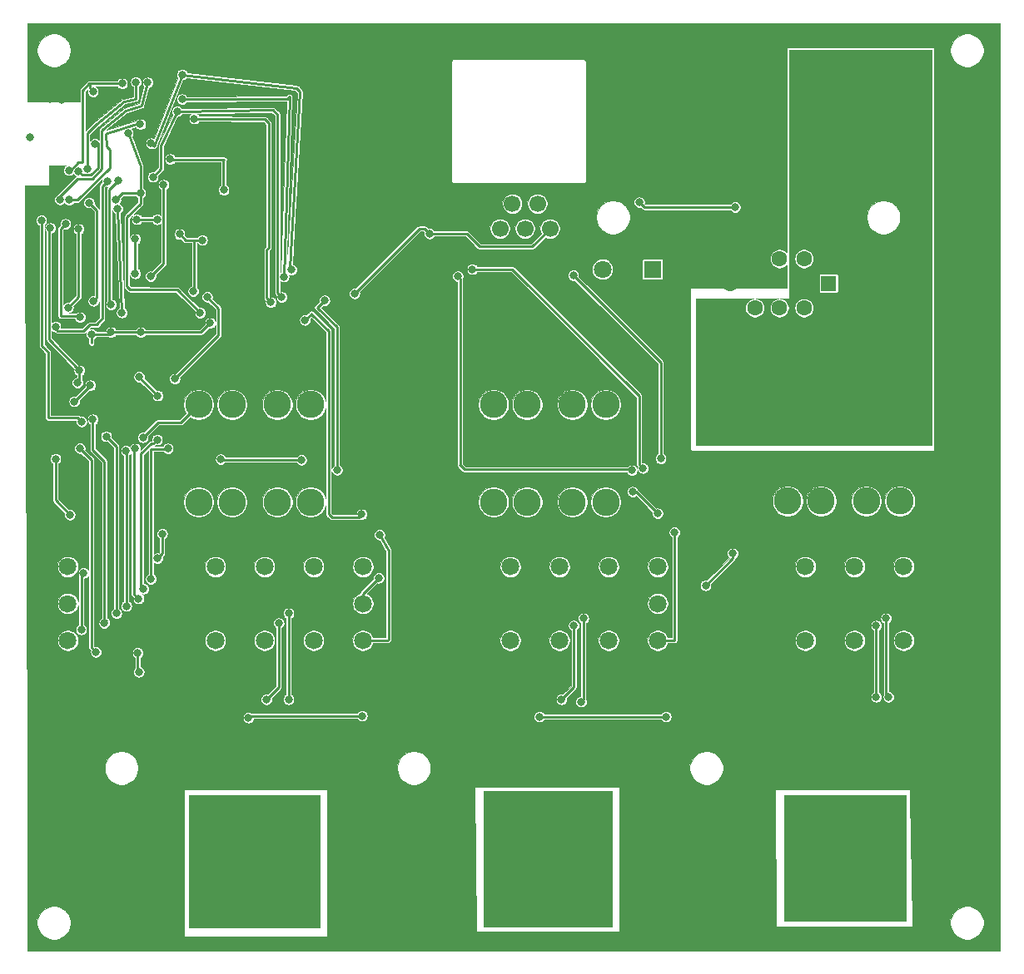
<source format=gbr>
%TF.GenerationSoftware,KiCad,Pcbnew,(5.1.9-0-10_14)*%
%TF.CreationDate,2021-05-25T14:21:41-07:00*%
%TF.ProjectId,tp_radio_board,74705f72-6164-4696-9f5f-626f6172642e,rev?*%
%TF.SameCoordinates,Original*%
%TF.FileFunction,Copper,L2,Bot*%
%TF.FilePolarity,Positive*%
%FSLAX46Y46*%
G04 Gerber Fmt 4.6, Leading zero omitted, Abs format (unit mm)*
G04 Created by KiCad (PCBNEW (5.1.9-0-10_14)) date 2021-05-25 14:21:41*
%MOMM*%
%LPD*%
G01*
G04 APERTURE LIST*
%TA.AperFunction,ComponentPad*%
%ADD10C,1.808000*%
%TD*%
%TA.AperFunction,ComponentPad*%
%ADD11C,3.200000*%
%TD*%
%TA.AperFunction,ComponentPad*%
%ADD12C,1.700000*%
%TD*%
%TA.AperFunction,ComponentPad*%
%ADD13C,2.780000*%
%TD*%
%TA.AperFunction,SMDPad,CuDef*%
%ADD14R,1.200000X1.500000*%
%TD*%
%TA.AperFunction,ComponentPad*%
%ADD15C,0.500000*%
%TD*%
%TA.AperFunction,ComponentPad*%
%ADD16R,1.800000X1.800000*%
%TD*%
%TA.AperFunction,ComponentPad*%
%ADD17C,1.800000*%
%TD*%
%TA.AperFunction,ComponentPad*%
%ADD18C,1.600000*%
%TD*%
%TA.AperFunction,ComponentPad*%
%ADD19R,1.600000X1.600000*%
%TD*%
%TA.AperFunction,ViaPad*%
%ADD20C,0.800000*%
%TD*%
%TA.AperFunction,Conductor*%
%ADD21C,0.250000*%
%TD*%
%TA.AperFunction,Conductor*%
%ADD22C,0.050000*%
%TD*%
%TA.AperFunction,Conductor*%
%ADD23C,0.100000*%
%TD*%
G04 APERTURE END LIST*
D10*
%TO.P,K2,1*%
%TO.N,Net-(D2-Pad2)*%
X57140008Y-157350000D03*
%TO.P,K2,2*%
%TO.N,/Relay2_NC*%
X72140008Y-157350000D03*
%TO.P,K2,3*%
%TO.N,/Relay2_C*%
X77140008Y-157350000D03*
%TO.P,K2,4*%
%TO.N,/Relay2_NO*%
X82140008Y-157350000D03*
X82140008Y-149850000D03*
%TO.P,K2,3*%
%TO.N,/Relay2_C*%
X77140008Y-149850000D03*
%TO.P,K2,2*%
%TO.N,/Relay2_NC*%
X72140008Y-149850000D03*
%TO.P,K2,8*%
%TO.N,Net-(D5-Pad2)*%
X57140008Y-149850000D03*
%TO.P,K2,9*%
%TO.N,+5V*%
X57140008Y-153600000D03*
%TD*%
%TO.P,K3,1*%
%TO.N,Net-(D3-Pad2)*%
X87140008Y-157350000D03*
%TO.P,K3,2*%
%TO.N,/Relay3_NC*%
X102140008Y-157350000D03*
%TO.P,K3,3*%
%TO.N,/Relay3_C*%
X107140008Y-157350000D03*
%TO.P,K3,4*%
%TO.N,/Relay3_NO*%
X112140008Y-157350000D03*
X112140008Y-149850000D03*
%TO.P,K3,3*%
%TO.N,/Relay3_C*%
X107140008Y-149850000D03*
%TO.P,K3,2*%
%TO.N,/Relay3_NC*%
X102140008Y-149850000D03*
%TO.P,K3,8*%
%TO.N,Net-(D6-Pad2)*%
X87140008Y-149850000D03*
%TO.P,K3,9*%
%TO.N,+5V*%
X87140008Y-153600000D03*
%TD*%
%TO.P,K1,1*%
%TO.N,Net-(D1-Pad2)*%
X27140008Y-157350000D03*
%TO.P,K1,2*%
%TO.N,/Relay1_NC*%
X42140008Y-157350000D03*
%TO.P,K1,3*%
%TO.N,/Relay1_C*%
X47140008Y-157350000D03*
%TO.P,K1,4*%
%TO.N,/Relay1_NO*%
X52140008Y-157350000D03*
X52140008Y-149850000D03*
%TO.P,K1,3*%
%TO.N,/Relay1_C*%
X47140008Y-149850000D03*
%TO.P,K1,2*%
%TO.N,/Relay1_NC*%
X42140008Y-149850000D03*
%TO.P,K1,8*%
%TO.N,Net-(D4-Pad2)*%
X27140008Y-149850000D03*
%TO.P,K1,9*%
%TO.N,+5V*%
X27140008Y-153600000D03*
%TD*%
D11*
%TO.P,J10,1*%
%TO.N,GND*%
X90750000Y-104250000D03*
X90750000Y-108685000D03*
X95185000Y-104250000D03*
X90750000Y-99815000D03*
X86315000Y-104250000D03*
X86315000Y-108685000D03*
X86315000Y-99815000D03*
X95185000Y-99815000D03*
X95185000Y-108685000D03*
%TD*%
%TO.P,J8,1*%
%TO.N,+12V*%
X107250000Y-104250000D03*
X107250000Y-108685000D03*
X111685000Y-104250000D03*
X107250000Y-99815000D03*
X102815000Y-104250000D03*
X102815000Y-108685000D03*
X102815000Y-99815000D03*
X111685000Y-99815000D03*
X111685000Y-108685000D03*
%TD*%
%TO.P,J7,1*%
%TO.N,/Relay3_OUT*%
X103405000Y-182785000D03*
X103405000Y-176915000D03*
X109275000Y-176915000D03*
X109275000Y-182785000D03*
%TD*%
%TO.P,J6,1*%
%TO.N,/Relay2_OUT*%
X73405000Y-182785000D03*
X73405000Y-176915000D03*
X79275000Y-176915000D03*
X79275000Y-182785000D03*
%TD*%
%TO.P,J5,1*%
%TO.N,/Relay1_OUT*%
X43405000Y-182785000D03*
X43405000Y-176915000D03*
X49275000Y-176915000D03*
X49275000Y-182785000D03*
%TD*%
%TO.P,J4,1*%
%TO.N,GND*%
X89405000Y-182785000D03*
X89405000Y-176915000D03*
X95275000Y-176915000D03*
X95275000Y-182785000D03*
%TD*%
%TO.P,J3,1*%
%TO.N,GND*%
X59405000Y-182785000D03*
X59405000Y-176915000D03*
X65275000Y-176915000D03*
X65275000Y-182785000D03*
%TD*%
%TO.P,J2,1*%
%TO.N,GND*%
X29405000Y-182785000D03*
X29405000Y-176915000D03*
X35275000Y-176915000D03*
X35275000Y-182785000D03*
%TD*%
D12*
%TO.P,J9,6*%
%TO.N,+3V3*%
X76175000Y-115440000D03*
%TO.P,J9,4*%
%TO.N,/TCA6416A_INT*%
X73635000Y-115440000D03*
%TO.P,J9,2*%
%TO.N,/SDA*%
X71095000Y-115440000D03*
%TO.P,J9,5*%
%TO.N,/RJ12_spare*%
X74905000Y-112900000D03*
%TO.P,J9,3*%
%TO.N,/SCL*%
X72345000Y-112900000D03*
%TO.P,J9,1*%
%TO.N,GND*%
X69825000Y-112900000D03*
%TD*%
D13*
%TO.P,F6,2*%
%TO.N,/Relay3_NO*%
X108350000Y-143170000D03*
X111750000Y-143170000D03*
%TO.P,F6,1*%
%TO.N,+12V*%
X108350000Y-133250000D03*
X111750000Y-133250000D03*
%TD*%
%TO.P,F5,2*%
%TO.N,/Relay2_NO*%
X78440000Y-143270000D03*
X81840000Y-143270000D03*
%TO.P,F5,1*%
%TO.N,+12V*%
X78440000Y-133350000D03*
X81840000Y-133350000D03*
%TD*%
%TO.P,F4,2*%
%TO.N,/Relay1_NO*%
X48440000Y-143270000D03*
X51840000Y-143270000D03*
%TO.P,F4,1*%
%TO.N,+12V*%
X48440000Y-133350000D03*
X51840000Y-133350000D03*
%TD*%
D14*
%TO.P,U4,9*%
%TO.N,GND*%
X35100000Y-118300000D03*
D15*
X35450000Y-118800000D03*
X34750000Y-118800000D03*
X35450000Y-117800000D03*
X34750000Y-117800000D03*
%TD*%
D16*
%TO.P,U3,1*%
%TO.N,+12V*%
X86590000Y-119570000D03*
D17*
%TO.P,U3,2*%
%TO.N,GND*%
X84050000Y-119570000D03*
%TO.P,U3,3*%
%TO.N,+5V*%
X81510000Y-119570000D03*
%TD*%
D13*
%TO.P,F3,2*%
%TO.N,/Relay3_C*%
X100350000Y-143170000D03*
X103750000Y-143170000D03*
%TO.P,F3,1*%
%TO.N,+12V*%
X100350000Y-133250000D03*
X103750000Y-133250000D03*
%TD*%
%TO.P,F2,2*%
%TO.N,/Relay2_C*%
X70440000Y-143270000D03*
X73840000Y-143270000D03*
%TO.P,F2,1*%
%TO.N,+12V*%
X70440000Y-133350000D03*
X73840000Y-133350000D03*
%TD*%
%TO.P,F1,2*%
%TO.N,/Relay1_C*%
X40440000Y-143270000D03*
X43840000Y-143270000D03*
%TO.P,F1,1*%
%TO.N,+12V*%
X40440000Y-133350000D03*
X43840000Y-133350000D03*
%TD*%
D18*
%TO.P,S1,1*%
%TO.N,Net-(S1-Pad1)*%
X102000000Y-118500000D03*
%TO.P,S1,2*%
%TO.N,/Button1*%
X99500000Y-118500000D03*
%TO.P,S1,3*%
%TO.N,GND*%
X97000000Y-118500000D03*
%TO.P,S1,4*%
%TO.N,Net-(S1-Pad4)*%
X102000000Y-123500000D03*
%TO.P,S1,5*%
%TO.N,Net-(S1-Pad5)*%
X99500000Y-123500000D03*
%TO.P,S1,6*%
%TO.N,Net-(S1-Pad6)*%
X97000000Y-123500000D03*
D19*
%TO.P,S1,L1*%
%TO.N,Net-(R20-Pad1)*%
X104500000Y-121000000D03*
D18*
%TO.P,S1,L2*%
%TO.N,GND*%
X94500000Y-121000000D03*
%TD*%
D20*
%TO.N,Net-(D1-Pad2)*%
X28500000Y-156250000D03*
X28750000Y-150500000D03*
%TO.N,+5V*%
X40800000Y-116600000D03*
X39900000Y-121800000D03*
X50880000Y-138980000D03*
X42690000Y-138920000D03*
X38500000Y-116000000D03*
X38010000Y-130730000D03*
X41310000Y-122390000D03*
X87430000Y-138840000D03*
X78540000Y-120190000D03*
X58750000Y-151000000D03*
X36750000Y-146500000D03*
X36250000Y-149000000D03*
X94750000Y-148500000D03*
X92000000Y-151750000D03*
%TO.N,Net-(D2-Pad2)*%
X58840000Y-146600000D03*
%TO.N,GND*%
X58840000Y-163600000D03*
X69090000Y-163350000D03*
X88840000Y-163600000D03*
X99340000Y-163600000D03*
X39090000Y-163350000D03*
X28590000Y-163600000D03*
X85840000Y-141100000D03*
X55340000Y-141100000D03*
X43320000Y-118610000D03*
X46330000Y-120090000D03*
X46000000Y-107250000D03*
X23230000Y-113530000D03*
X23490000Y-100850000D03*
X23310000Y-106170000D03*
X26530000Y-102310000D03*
X27420000Y-101840000D03*
X26190000Y-101580000D03*
X25300000Y-102210000D03*
X24870000Y-101480000D03*
%TO.N,/Relay1_SET*%
X29300000Y-112800000D03*
X29750000Y-122810000D03*
%TO.N,/RESETn*%
X27250000Y-109490000D03*
X32650000Y-100670000D03*
X29690000Y-101480000D03*
%TO.N,/SWO*%
X34060000Y-100510000D03*
X29150000Y-109360000D03*
%TO.N,/SWDIO*%
X27290000Y-112510000D03*
X34510000Y-104810000D03*
%TO.N,/SWCLK*%
X26340000Y-112480000D03*
X35260000Y-100560000D03*
%TO.N,Net-(BT1-Pad1)*%
X35560000Y-120290000D03*
X36880000Y-110980000D03*
%TO.N,+3V3*%
X27785000Y-133035000D03*
X29420000Y-131390000D03*
X29545000Y-126185000D03*
X31545000Y-125985000D03*
X34545000Y-125985000D03*
X34400000Y-130520000D03*
X36285000Y-132435000D03*
X41620000Y-125050000D03*
X28360000Y-137800000D03*
X29990000Y-158530000D03*
X34250000Y-158630000D03*
X34360000Y-160560000D03*
X57060000Y-165030000D03*
X45510000Y-165220000D03*
X75090000Y-165120000D03*
X87970000Y-165120000D03*
X34520000Y-111810000D03*
X32000000Y-112500000D03*
X40600000Y-124000000D03*
X56300000Y-122040000D03*
X63920000Y-115950000D03*
X33250000Y-105720000D03*
%TO.N,Net-(C7-Pad1)*%
X34000000Y-116500000D03*
X34000000Y-120000000D03*
%TO.N,Net-(D3-Pad2)*%
X88840000Y-146350000D03*
%TO.N,+12V*%
X34770000Y-136690000D03*
%TO.N,/Relay2_SET*%
X54520000Y-140000000D03*
X48900000Y-122410000D03*
X38250000Y-103500000D03*
X35790000Y-110170000D03*
X53250000Y-122750000D03*
%TO.N,/Relay3_SET*%
X85630000Y-139830000D03*
X68290000Y-119570000D03*
X38750000Y-99750000D03*
X49890000Y-119630000D03*
X28220000Y-109590000D03*
X35600000Y-106740000D03*
X29900000Y-106810000D03*
%TO.N,/SCL*%
X32190000Y-113410000D03*
X32630000Y-123990000D03*
%TO.N,/SDA*%
X31540000Y-123160000D03*
X32230000Y-110560000D03*
%TO.N,Net-(R4-Pad3)*%
X30840000Y-155600000D03*
X47340000Y-163350000D03*
X48590000Y-155600000D03*
X29670000Y-134860000D03*
%TO.N,Net-(R4-Pad2)*%
X49590000Y-154600000D03*
X49590000Y-163350000D03*
X31040000Y-136580000D03*
X32090000Y-154600000D03*
%TO.N,Net-(R5-Pad3)*%
X33090000Y-153850000D03*
X77340000Y-163350000D03*
X78590000Y-155850000D03*
X33060000Y-138040000D03*
%TO.N,Net-(R5-Pad2)*%
X79590000Y-155100000D03*
X79340000Y-163600000D03*
X34340000Y-153100000D03*
X34000000Y-137830000D03*
%TO.N,Net-(R6-Pad3)*%
X34840000Y-152100000D03*
X109340000Y-163100000D03*
X109340000Y-155850000D03*
X36210000Y-136920000D03*
%TO.N,Net-(R6-Pad2)*%
X110590000Y-163100000D03*
X110340000Y-155100000D03*
X35590000Y-151100000D03*
X37310000Y-137810000D03*
%TO.N,/INA3221_TC*%
X28240000Y-115480000D03*
X27170000Y-123460000D03*
%TO.N,/INA3221_WARNING*%
X28370000Y-124460000D03*
X26900000Y-114950000D03*
%TO.N,/INA3221_CRITICAL*%
X25360000Y-115370000D03*
X28310000Y-129870000D03*
X28120000Y-131120000D03*
%TO.N,/INA3221_PV*%
X28530000Y-135090000D03*
X24440000Y-114600000D03*
%TO.N,/Relay2_UNSET*%
X57030000Y-144520000D03*
X47780000Y-122930000D03*
X51250000Y-124750000D03*
X40000000Y-104250000D03*
%TO.N,/Relay1_UNSET*%
X25880000Y-138870000D03*
X27350000Y-144560000D03*
X25880000Y-125410000D03*
X31140000Y-110610000D03*
%TO.N,/Relay3_UNSET*%
X87110000Y-144420000D03*
X84570000Y-142210000D03*
X84500000Y-140030000D03*
X66800000Y-120290000D03*
X38750000Y-102250000D03*
X49100000Y-120320000D03*
%TO.N,/Button1*%
X37550000Y-108360000D03*
X42990000Y-111510000D03*
X95000000Y-113250000D03*
X85250000Y-112750000D03*
%TO.N,/Button1_LED*%
X36210000Y-114500000D03*
X34160000Y-114480000D03*
%TD*%
D21*
%TO.N,Net-(D1-Pad2)*%
X28500000Y-150750000D02*
X28500000Y-156250000D01*
X28750000Y-150500000D02*
X28500000Y-150750000D01*
%TO.N,+5V*%
X40000000Y-116600000D02*
X40800000Y-116600000D01*
X40000000Y-121700000D02*
X39900000Y-121800000D01*
X40000000Y-116600000D02*
X40000000Y-121700000D01*
X42750000Y-138980000D02*
X50880000Y-138980000D01*
X42690000Y-138920000D02*
X42750000Y-138980000D01*
X39100000Y-116600000D02*
X40800000Y-116600000D01*
X38500000Y-116000000D02*
X39100000Y-116600000D01*
X42460000Y-123540000D02*
X41310000Y-122390000D01*
X42460000Y-126280000D02*
X42460000Y-123540000D01*
X38010000Y-130730000D02*
X42460000Y-126280000D01*
X87430000Y-129080000D02*
X87430000Y-138840000D01*
X78540000Y-120190000D02*
X87430000Y-129080000D01*
X57140008Y-153600000D02*
X57140008Y-152609992D01*
X57140008Y-152609992D02*
X58750000Y-151000000D01*
X36750000Y-148500000D02*
X36750000Y-146500000D01*
X36250000Y-149000000D02*
X36750000Y-148500000D01*
X94750000Y-149000000D02*
X94750000Y-148500000D01*
X92000000Y-151750000D02*
X94750000Y-149000000D01*
%TO.N,Net-(D2-Pad2)*%
X59650000Y-157350000D02*
X57140008Y-157350000D01*
X59750000Y-157250000D02*
X59650000Y-157350000D01*
X59750000Y-148250000D02*
X59750000Y-157250000D01*
X58840000Y-146600000D02*
X59750000Y-148250000D01*
%TO.N,GND*%
X58340000Y-164100000D02*
X58840000Y-163600000D01*
X68340000Y-164100000D02*
X69090000Y-163350000D01*
X93590000Y-163850000D02*
X89090000Y-163850000D01*
X89090000Y-163850000D02*
X88840000Y-163600000D01*
X93590000Y-163850000D02*
X99090000Y-163850000D01*
X99090000Y-163850000D02*
X99340000Y-163600000D01*
X38840000Y-163600000D02*
X39090000Y-163350000D01*
X55340000Y-141100000D02*
X85840000Y-141100000D01*
X44800000Y-120090000D02*
X46330000Y-120090000D01*
X43320000Y-118610000D02*
X44800000Y-120090000D01*
X46330000Y-120090000D02*
X45900000Y-107350000D01*
X45900000Y-107350000D02*
X46000000Y-107250000D01*
X23230000Y-113530000D02*
X23210000Y-113530000D01*
X23490000Y-100870000D02*
X23490000Y-100850000D01*
X23300000Y-106160000D02*
X23270000Y-106160000D01*
X23310000Y-106170000D02*
X23300000Y-106160000D01*
X26950000Y-102310000D02*
X26530000Y-102310000D01*
X27420000Y-101840000D02*
X26950000Y-102310000D01*
X26190000Y-101580000D02*
X25560000Y-102210000D01*
X25560000Y-102210000D02*
X25300000Y-102210000D01*
X24870000Y-101480000D02*
X24240000Y-100850000D01*
X24240000Y-100850000D02*
X23490000Y-100850000D01*
%TO.N,/Relay1_SET*%
X30070000Y-113570000D02*
X29300000Y-112800000D01*
X30070000Y-122490000D02*
X30070000Y-113570000D01*
X29750000Y-122810000D02*
X30070000Y-122490000D01*
%TO.N,/RESETn*%
X27230000Y-109510000D02*
X27230000Y-109520000D01*
X27250000Y-109490000D02*
X27230000Y-109510000D01*
X27250000Y-109490000D02*
X27430000Y-109490000D01*
X29340000Y-100670000D02*
X29380000Y-100670000D01*
X29380000Y-100670000D02*
X32650000Y-100670000D01*
X32650000Y-100670000D02*
X32660000Y-100670000D01*
X28640000Y-101370000D02*
X29340000Y-100670000D01*
X28640000Y-104730000D02*
X28640000Y-101370000D01*
X27430000Y-109490000D02*
X28210000Y-108710000D01*
X28210000Y-108710000D02*
X28580000Y-108710000D01*
X28580000Y-108710000D02*
X28640000Y-108650000D01*
X28640000Y-108650000D02*
X28640000Y-104730000D01*
X29380000Y-101170000D02*
X29380000Y-100670000D01*
X29690000Y-101480000D02*
X29380000Y-101170000D01*
%TO.N,/SWO*%
X34060000Y-102240000D02*
X34060000Y-100510000D01*
X32860000Y-102510000D02*
X34060000Y-102240000D01*
X30080000Y-104780000D02*
X32860000Y-102510000D01*
X29120000Y-105740000D02*
X30080000Y-104780000D01*
X29120000Y-107070000D02*
X29120000Y-105740000D01*
X29150000Y-109360000D02*
X29120000Y-108660000D01*
X29120000Y-108660000D02*
X29120000Y-107070000D01*
%TO.N,/SWDIO*%
X31380000Y-107420000D02*
X31060000Y-107090000D01*
X31060000Y-107090000D02*
X31065000Y-107085000D01*
X31380000Y-109240000D02*
X31380000Y-107420000D01*
X28110000Y-112510000D02*
X31380000Y-109240000D01*
X27290000Y-112510000D02*
X28110000Y-112510000D01*
X31060000Y-107090000D02*
X31030481Y-105820683D01*
X31030481Y-105820683D02*
X31030000Y-105800000D01*
X31030000Y-105800000D02*
X31055000Y-105775000D01*
X31030481Y-105820683D02*
X31030481Y-105799519D01*
X34390000Y-104690000D02*
X34510000Y-104810000D01*
X31130000Y-105700000D02*
X34390000Y-104690000D01*
X31030481Y-105799519D02*
X31130000Y-105700000D01*
%TO.N,/SWCLK*%
X30600000Y-109390000D02*
X30600000Y-107030000D01*
X30600000Y-107030000D02*
X30600000Y-106980000D01*
X29649998Y-110340002D02*
X30600000Y-109390000D01*
X28149998Y-110340002D02*
X29649998Y-110340002D01*
X26340000Y-112150000D02*
X28149998Y-110340002D01*
X26340000Y-112480000D02*
X26340000Y-112150000D01*
X30600000Y-107030000D02*
X30600000Y-105440000D01*
X34640000Y-102910000D02*
X35260000Y-100560000D01*
X33070000Y-103390000D02*
X34640000Y-102910000D01*
X30780000Y-105260000D02*
X33070000Y-103390000D01*
X30600000Y-105440000D02*
X30780000Y-105260000D01*
%TO.N,Net-(BT1-Pad1)*%
X35560000Y-120290000D02*
X36880000Y-118970000D01*
X36880000Y-118970000D02*
X36880000Y-110980000D01*
%TO.N,+3V3*%
X29385000Y-131425000D02*
X29385000Y-131435000D01*
X29420000Y-131390000D02*
X29385000Y-131425000D01*
X29385000Y-131435000D02*
X27785000Y-133035000D01*
X29545000Y-127085000D02*
X29545000Y-126185000D01*
X29545000Y-126185000D02*
X31345000Y-126185000D01*
X31345000Y-126185000D02*
X31545000Y-125985000D01*
X31545000Y-125985000D02*
X34545000Y-125985000D01*
X34545000Y-125985000D02*
X34545000Y-126185000D01*
X34400000Y-130520000D02*
X34385000Y-130535000D01*
X34385000Y-130535000D02*
X36285000Y-132435000D01*
X34545000Y-125985000D02*
X40685000Y-125985000D01*
X40685000Y-125985000D02*
X41620000Y-125050000D01*
X29530000Y-138970000D02*
X28360000Y-137800000D01*
X29530000Y-158070000D02*
X29530000Y-138970000D01*
X29990000Y-158530000D02*
X29530000Y-158070000D01*
X34250000Y-160450000D02*
X34250000Y-158630000D01*
X34360000Y-160560000D02*
X34250000Y-160450000D01*
X45700000Y-165030000D02*
X57060000Y-165030000D01*
X45510000Y-165220000D02*
X45700000Y-165030000D01*
X75090000Y-165120000D02*
X87970000Y-165120000D01*
X87970000Y-165120000D02*
X88000000Y-165120000D01*
X32690000Y-111810000D02*
X34520000Y-111810000D01*
X32000000Y-112500000D02*
X32690000Y-111810000D01*
X40600000Y-124000000D02*
X38240000Y-121640000D01*
X38240000Y-121640000D02*
X35420000Y-121640000D01*
X35420000Y-121640000D02*
X35410000Y-121630000D01*
X35410000Y-121630000D02*
X33450000Y-121630000D01*
X33450000Y-121630000D02*
X33150000Y-121330000D01*
X33150000Y-121330000D02*
X33150000Y-114270000D01*
X33150000Y-114270000D02*
X34520000Y-112900000D01*
X34520000Y-112900000D02*
X34520000Y-111810000D01*
X56300000Y-122040000D02*
X62900000Y-115440000D01*
X62900000Y-115440000D02*
X63410000Y-115440000D01*
X63410000Y-115440000D02*
X63920000Y-115950000D01*
X34520000Y-111810000D02*
X34520000Y-109140000D01*
X34520000Y-109140000D02*
X33250000Y-105720000D01*
X63920000Y-115950000D02*
X67700000Y-115950000D01*
X74365000Y-117250000D02*
X76175000Y-115440000D01*
X69000000Y-117250000D02*
X74365000Y-117250000D01*
X67700000Y-115950000D02*
X69000000Y-117250000D01*
%TO.N,Net-(C7-Pad1)*%
X34000000Y-120000000D02*
X34000000Y-116500000D01*
%TO.N,Net-(D3-Pad2)*%
X88840000Y-157350000D02*
X87140008Y-157350000D01*
X88840000Y-146350000D02*
X88840000Y-157350000D01*
%TO.N,+12V*%
X38640000Y-135150000D02*
X40440000Y-133350000D01*
X36310000Y-135150000D02*
X38640000Y-135150000D01*
X34770000Y-136690000D02*
X36310000Y-135150000D01*
%TO.N,/Relay2_SET*%
X54520000Y-140000000D02*
X54390000Y-139870000D01*
X48900000Y-122410000D02*
X48470000Y-121980000D01*
X47980000Y-103350000D02*
X38250000Y-103500000D01*
X48470000Y-103840000D02*
X47980000Y-103350000D01*
X48470000Y-121980000D02*
X48470000Y-103840000D01*
X38250000Y-103500000D02*
X38250000Y-103500000D01*
X36610000Y-107000000D02*
X38250000Y-103500000D01*
X36610000Y-109350000D02*
X36610000Y-107000000D01*
X35790000Y-110170000D02*
X36610000Y-109350000D01*
X54520000Y-140000000D02*
X54520000Y-125480000D01*
X54520000Y-125480000D02*
X52520000Y-123480000D01*
X52520000Y-123480000D02*
X52500000Y-123460000D01*
X52520000Y-123480000D02*
X53250000Y-122750000D01*
%TO.N,/Relay3_SET*%
X85630000Y-139830000D02*
X85230000Y-139430000D01*
X85230000Y-139430000D02*
X85230000Y-137310000D01*
X85230000Y-137310000D02*
X85230000Y-136830000D01*
X85230000Y-137310000D02*
X85240000Y-137310000D01*
X85240000Y-132480000D02*
X85240000Y-137310000D01*
X72330000Y-119570000D02*
X85240000Y-132480000D01*
X72330000Y-119570000D02*
X68290000Y-119570000D01*
X50390000Y-101140000D02*
X38750000Y-99750000D01*
X49890000Y-119630000D02*
X49690000Y-119430000D01*
X49690000Y-119430000D02*
X50750000Y-101500000D01*
X50750000Y-101500000D02*
X50390000Y-101140000D01*
X30200000Y-109290000D02*
X30200000Y-106770000D01*
X28220000Y-109590000D02*
X28620000Y-109990000D01*
X28620000Y-109990000D02*
X29500000Y-109990000D01*
X29500000Y-109990000D02*
X30200000Y-109290000D01*
X30200000Y-106770000D02*
X30200000Y-106730000D01*
X38750000Y-99750000D02*
X38750000Y-99750000D01*
X35880000Y-107046053D02*
X35880000Y-107050000D01*
X35935859Y-106990194D02*
X35880000Y-107046053D01*
X35850194Y-106990194D02*
X35935859Y-106990194D01*
X35600000Y-106740000D02*
X35850194Y-106990194D01*
X29940000Y-106770000D02*
X29900000Y-106810000D01*
X29940000Y-106770000D02*
X30200000Y-106770000D01*
X35880000Y-107050000D02*
X38750000Y-99750000D01*
%TO.N,/SCL*%
X32630000Y-123990000D02*
X32190000Y-113410000D01*
%TO.N,/SDA*%
X31540000Y-123160000D02*
X31350000Y-122970000D01*
X31350000Y-122970000D02*
X31350000Y-111440000D01*
X31350000Y-111440000D02*
X32230000Y-110560000D01*
%TO.N,Net-(R4-Pad3)*%
X30840000Y-155600000D02*
X31090000Y-155350000D01*
X47340000Y-163350000D02*
X48590000Y-162100000D01*
X48590000Y-162100000D02*
X48590000Y-155600000D01*
X30840000Y-155600000D02*
X30840000Y-139130000D01*
X29670000Y-137960000D02*
X29670000Y-134860000D01*
X30840000Y-139130000D02*
X29670000Y-137960000D01*
%TO.N,Net-(R4-Pad2)*%
X49590000Y-163350000D02*
X49590000Y-154600000D01*
X32090000Y-137630000D02*
X31040000Y-136580000D01*
X32090000Y-154600000D02*
X32090000Y-137630000D01*
%TO.N,Net-(R5-Pad3)*%
X33090000Y-153850000D02*
X33090000Y-138930000D01*
X77340000Y-163350000D02*
X78590000Y-162100000D01*
X78590000Y-162100000D02*
X78590000Y-155850000D01*
X33090000Y-138930000D02*
X33090000Y-138850000D01*
X33090000Y-138930000D02*
X33090000Y-138070000D01*
X33090000Y-138070000D02*
X33060000Y-138040000D01*
%TO.N,Net-(R5-Pad2)*%
X79590000Y-163350000D02*
X79590000Y-155100000D01*
X79340000Y-163600000D02*
X79590000Y-163350000D01*
X34340000Y-153100000D02*
X33840000Y-152600000D01*
X33840000Y-152600000D02*
X33840000Y-138870000D01*
X33840000Y-138870000D02*
X33840000Y-138850000D01*
X33840000Y-138870000D02*
X33840000Y-137990000D01*
X33840000Y-137990000D02*
X34000000Y-137830000D01*
%TO.N,Net-(R6-Pad3)*%
X34590000Y-151850000D02*
X34590000Y-138350000D01*
X34840000Y-152100000D02*
X34590000Y-151850000D01*
X109340000Y-163100000D02*
X109340000Y-155850000D01*
X36210000Y-136920000D02*
X35830000Y-137300000D01*
X35830000Y-137300000D02*
X35640000Y-137300000D01*
X35640000Y-137300000D02*
X34590000Y-138350000D01*
%TO.N,Net-(R6-Pad2)*%
X110340000Y-162850000D02*
X110340000Y-155100000D01*
X110590000Y-163100000D02*
X110340000Y-162850000D01*
X35590000Y-137870000D02*
X35590000Y-151100000D01*
X35590000Y-137870000D02*
X35590000Y-137850000D01*
X37250000Y-137870000D02*
X35590000Y-137870000D01*
X37310000Y-137810000D02*
X37250000Y-137870000D01*
%TO.N,/INA3221_TC*%
X28240000Y-122390000D02*
X28240000Y-115480000D01*
X27170000Y-123460000D02*
X28240000Y-122390000D01*
%TO.N,/INA3221_WARNING*%
X28370000Y-124460000D02*
X28230000Y-124320000D01*
X28230000Y-124320000D02*
X26420000Y-124320000D01*
X26420000Y-124320000D02*
X26400000Y-124300000D01*
X26400000Y-124300000D02*
X26400000Y-115450000D01*
X26400000Y-115450000D02*
X26900000Y-114950000D01*
%TO.N,/INA3221_CRITICAL*%
X25220000Y-115510000D02*
X25360000Y-115370000D01*
X25220000Y-126670000D02*
X25220000Y-115510000D01*
X28310000Y-129870000D02*
X28195000Y-129755000D01*
X28195000Y-129755000D02*
X25220000Y-126670000D01*
X28310000Y-129870000D02*
X28295000Y-130945000D01*
X28295000Y-130945000D02*
X28120000Y-131120000D01*
%TO.N,/INA3221_PV*%
X28530000Y-135090000D02*
X28140000Y-134700000D01*
X28140000Y-134700000D02*
X25150000Y-134700000D01*
X25150000Y-134700000D02*
X25140000Y-134700000D01*
X25150000Y-134700000D02*
X25150000Y-128020000D01*
X24490000Y-114650000D02*
X24440000Y-114600000D01*
X24490000Y-127360000D02*
X24490000Y-114650000D01*
X25150000Y-128020000D02*
X24490000Y-127360000D01*
%TO.N,/Relay2_UNSET*%
X57030000Y-144520000D02*
X56730000Y-144820000D01*
X56730000Y-144820000D02*
X53990000Y-144820000D01*
X53990000Y-144820000D02*
X53660000Y-144490000D01*
X53660000Y-144490000D02*
X53660000Y-125840000D01*
X53660000Y-125840000D02*
X52035000Y-124215000D01*
X52035000Y-124215000D02*
X51910000Y-124090000D01*
X51785000Y-124215000D02*
X51250000Y-124750000D01*
X51785000Y-124215000D02*
X52035000Y-124215000D01*
X47780000Y-122930000D02*
X47350000Y-122500000D01*
X47350000Y-122500000D02*
X47350000Y-117610000D01*
X47350000Y-117610000D02*
X47580000Y-117380000D01*
X47580000Y-117380000D02*
X47580000Y-104710000D01*
X47580000Y-104710000D02*
X47180000Y-104310000D01*
X47180000Y-104310000D02*
X40000000Y-104250000D01*
%TO.N,/Relay1_UNSET*%
X25880000Y-143090000D02*
X25880000Y-138870000D01*
X27350000Y-144560000D02*
X25880000Y-143090000D01*
X25880000Y-125410000D02*
X25720000Y-125250000D01*
X30800000Y-110950000D02*
X31140000Y-110610000D01*
X25880000Y-125410000D02*
X25880000Y-125650000D01*
X29350000Y-125230000D02*
X30020000Y-125230000D01*
X28720000Y-125860000D02*
X29350000Y-125230000D01*
X26090000Y-125860000D02*
X28720000Y-125860000D01*
X25880000Y-125650000D02*
X26090000Y-125860000D01*
X31140000Y-110610000D02*
X30620000Y-111130000D01*
X30620000Y-124630000D02*
X30020000Y-125230000D01*
X30620000Y-111130000D02*
X30620000Y-124630000D01*
X30020000Y-125230000D02*
X30180000Y-125230000D01*
%TO.N,/Relay3_UNSET*%
X87110000Y-144420000D02*
X84900000Y-142210000D01*
X84900000Y-142210000D02*
X84570000Y-142210000D01*
X84500000Y-140030000D02*
X84430000Y-139960000D01*
X84430000Y-139960000D02*
X67470000Y-139960000D01*
X67470000Y-139960000D02*
X67025000Y-139515000D01*
X66800000Y-120290000D02*
X67025000Y-120515000D01*
X67025000Y-120515000D02*
X67025000Y-139515000D01*
X67025000Y-139515000D02*
X67000000Y-139490000D01*
X38750000Y-102250000D02*
X49480000Y-102210000D01*
X49100000Y-120320000D02*
X49680000Y-102010000D01*
X49680000Y-102010000D02*
X49480000Y-102210000D01*
%TO.N,/Button1*%
X37600000Y-108410000D02*
X42960000Y-108410000D01*
X42960000Y-108410000D02*
X43030000Y-108410000D01*
X37550000Y-108360000D02*
X37600000Y-108410000D01*
X42960000Y-108410000D02*
X42960000Y-111480000D01*
X42960000Y-111480000D02*
X42990000Y-111510000D01*
X85750000Y-113250000D02*
X95000000Y-113250000D01*
X85250000Y-112750000D02*
X85750000Y-113250000D01*
%TO.N,/Button1_LED*%
X34180000Y-114500000D02*
X36210000Y-114500000D01*
X34160000Y-114480000D02*
X34180000Y-114500000D01*
%TD*%
D22*
%TO.N,/Relay3_OUT*%
X112375000Y-185875000D02*
X100025000Y-185875000D01*
X100025000Y-173125000D01*
X112375000Y-173125000D01*
X112375000Y-185875000D01*
%TA.AperFunction,Conductor*%
D23*
G36*
X112375000Y-185875000D02*
G01*
X100025000Y-185875000D01*
X100025000Y-173125000D01*
X112375000Y-173125000D01*
X112375000Y-185875000D01*
G37*
%TD.AperFunction*%
%TD*%
D22*
%TO.N,/Relay2_OUT*%
X82475000Y-186475000D02*
X69425000Y-186475000D01*
X69425000Y-172725000D01*
X82475000Y-172725000D01*
X82475000Y-186475000D01*
%TA.AperFunction,Conductor*%
D23*
G36*
X82475000Y-186475000D02*
G01*
X69425000Y-186475000D01*
X69425000Y-172725000D01*
X82475000Y-172725000D01*
X82475000Y-186475000D01*
G37*
%TD.AperFunction*%
%TD*%
D22*
%TO.N,/Relay1_OUT*%
X52775000Y-186575000D02*
X39425000Y-186575000D01*
X39425000Y-173125000D01*
X52775000Y-173125000D01*
X52775000Y-186575000D01*
%TA.AperFunction,Conductor*%
D23*
G36*
X52775000Y-186575000D02*
G01*
X39425000Y-186575000D01*
X39425000Y-173125000D01*
X52775000Y-173125000D01*
X52775000Y-186575000D01*
G37*
%TD.AperFunction*%
%TD*%
D22*
%TO.N,GND*%
X121890001Y-188900000D02*
X23025000Y-188900000D01*
X23025000Y-185931411D01*
X24008282Y-185931411D01*
X24008282Y-186268589D01*
X24074063Y-186599290D01*
X24203095Y-186910802D01*
X24390422Y-187191156D01*
X24628844Y-187429578D01*
X24909198Y-187616905D01*
X25220710Y-187745937D01*
X25551411Y-187811718D01*
X25888589Y-187811718D01*
X26219290Y-187745937D01*
X26530802Y-187616905D01*
X26811156Y-187429578D01*
X27049578Y-187191156D01*
X27236905Y-186910802D01*
X27365937Y-186599290D01*
X27431718Y-186268589D01*
X27431718Y-185931411D01*
X27365937Y-185600710D01*
X27236905Y-185289198D01*
X27049578Y-185008844D01*
X26811156Y-184770422D01*
X26530802Y-184583095D01*
X26219290Y-184454063D01*
X25888589Y-184388282D01*
X25551411Y-184388282D01*
X25220710Y-184454063D01*
X24909198Y-184583095D01*
X24628844Y-184770422D01*
X24390422Y-185008844D01*
X24203095Y-185289198D01*
X24074063Y-185600710D01*
X24008282Y-185931411D01*
X23025000Y-185931411D01*
X23025000Y-172500000D01*
X38975000Y-172500000D01*
X38975000Y-187500000D01*
X38975480Y-187504877D01*
X38976903Y-187509567D01*
X38979213Y-187513889D01*
X38982322Y-187517678D01*
X38986111Y-187520787D01*
X38990433Y-187523097D01*
X38995123Y-187524520D01*
X39000000Y-187525000D01*
X53500000Y-187525000D01*
X53504877Y-187524520D01*
X53509567Y-187523097D01*
X53513889Y-187520787D01*
X53517678Y-187517678D01*
X53520787Y-187513889D01*
X53523097Y-187509567D01*
X53524520Y-187504877D01*
X53525000Y-187500000D01*
X53525000Y-172500000D01*
X53524520Y-172495123D01*
X53523097Y-172490433D01*
X53520787Y-172486111D01*
X53517678Y-172482322D01*
X53513889Y-172479213D01*
X53509567Y-172476903D01*
X53504877Y-172475480D01*
X53500000Y-172475000D01*
X39000000Y-172475000D01*
X38995123Y-172475480D01*
X38990433Y-172476903D01*
X38986111Y-172479213D01*
X38982322Y-172482322D01*
X38979213Y-172486111D01*
X38976903Y-172490433D01*
X38975480Y-172495123D01*
X38975000Y-172500000D01*
X23025000Y-172500000D01*
X23025000Y-172250352D01*
X68475002Y-172250352D01*
X68682748Y-187000352D01*
X68683297Y-187005222D01*
X68684786Y-187009891D01*
X68687157Y-187014181D01*
X68690319Y-187017925D01*
X68694151Y-187020980D01*
X68698505Y-187023229D01*
X68703215Y-187024586D01*
X68707746Y-187025000D01*
X83250000Y-187025000D01*
X83254877Y-187024520D01*
X83259567Y-187023097D01*
X83263889Y-187020787D01*
X83267678Y-187017678D01*
X83270787Y-187013889D01*
X83273097Y-187009567D01*
X83274520Y-187004877D01*
X83275000Y-187000000D01*
X83275000Y-172500266D01*
X99038831Y-172500266D01*
X99187767Y-186500266D01*
X99188300Y-186505138D01*
X99189772Y-186509812D01*
X99192128Y-186514110D01*
X99195277Y-186517865D01*
X99199099Y-186520933D01*
X99203445Y-186523197D01*
X99208150Y-186524570D01*
X99212766Y-186525000D01*
X113000000Y-186525000D01*
X113004877Y-186524520D01*
X113009567Y-186523097D01*
X113013889Y-186520787D01*
X113017678Y-186517678D01*
X113020787Y-186513889D01*
X113023097Y-186509567D01*
X113024520Y-186504877D01*
X113024996Y-186499554D01*
X113014851Y-185931411D01*
X116878282Y-185931411D01*
X116878282Y-186268589D01*
X116944063Y-186599290D01*
X117073095Y-186910802D01*
X117260422Y-187191156D01*
X117498844Y-187429578D01*
X117779198Y-187616905D01*
X118090710Y-187745937D01*
X118421411Y-187811718D01*
X118758589Y-187811718D01*
X119089290Y-187745937D01*
X119400802Y-187616905D01*
X119681156Y-187429578D01*
X119919578Y-187191156D01*
X120106905Y-186910802D01*
X120235937Y-186599290D01*
X120301718Y-186268589D01*
X120301718Y-185931411D01*
X120235937Y-185600710D01*
X120106905Y-185289198D01*
X119919578Y-185008844D01*
X119681156Y-184770422D01*
X119400802Y-184583095D01*
X119089290Y-184454063D01*
X118758589Y-184388282D01*
X118421411Y-184388282D01*
X118090710Y-184454063D01*
X117779198Y-184583095D01*
X117498844Y-184770422D01*
X117260422Y-185008844D01*
X117073095Y-185289198D01*
X116944063Y-185600710D01*
X116878282Y-185931411D01*
X113014851Y-185931411D01*
X112788389Y-173249554D01*
X112787822Y-173244686D01*
X112786315Y-173240022D01*
X112783928Y-173235742D01*
X112780752Y-173232010D01*
X112776909Y-173228969D01*
X112775000Y-173227992D01*
X112775000Y-172500000D01*
X112774520Y-172495123D01*
X112773097Y-172490433D01*
X112770787Y-172486111D01*
X112767678Y-172482322D01*
X112763889Y-172479213D01*
X112759567Y-172476903D01*
X112754877Y-172475480D01*
X112750000Y-172475000D01*
X99063830Y-172475000D01*
X99058953Y-172475480D01*
X99054263Y-172476903D01*
X99049941Y-172479213D01*
X99046152Y-172482322D01*
X99043043Y-172486111D01*
X99040733Y-172490433D01*
X99039310Y-172495123D01*
X99038831Y-172500266D01*
X83275000Y-172500266D01*
X83275000Y-172250000D01*
X83274520Y-172245123D01*
X83273097Y-172240433D01*
X83270787Y-172236111D01*
X83267678Y-172232322D01*
X83263889Y-172229213D01*
X83259567Y-172226903D01*
X83254877Y-172225480D01*
X83250000Y-172225000D01*
X68500000Y-172225000D01*
X68495123Y-172225480D01*
X68490433Y-172226903D01*
X68486111Y-172229213D01*
X68482322Y-172232322D01*
X68479213Y-172236111D01*
X68476903Y-172240433D01*
X68475480Y-172245123D01*
X68475002Y-172250352D01*
X23025000Y-172250352D01*
X23025000Y-170181411D01*
X30878282Y-170181411D01*
X30878282Y-170518589D01*
X30944063Y-170849290D01*
X31073095Y-171160802D01*
X31260422Y-171441156D01*
X31498844Y-171679578D01*
X31779198Y-171866905D01*
X32090710Y-171995937D01*
X32421411Y-172061718D01*
X32758589Y-172061718D01*
X33089290Y-171995937D01*
X33400802Y-171866905D01*
X33681156Y-171679578D01*
X33919578Y-171441156D01*
X34106905Y-171160802D01*
X34235937Y-170849290D01*
X34301718Y-170518589D01*
X34301718Y-170181411D01*
X60628282Y-170181411D01*
X60628282Y-170518589D01*
X60694063Y-170849290D01*
X60823095Y-171160802D01*
X61010422Y-171441156D01*
X61248844Y-171679578D01*
X61529198Y-171866905D01*
X61840710Y-171995937D01*
X62171411Y-172061718D01*
X62508589Y-172061718D01*
X62839290Y-171995937D01*
X63150802Y-171866905D01*
X63431156Y-171679578D01*
X63669578Y-171441156D01*
X63856905Y-171160802D01*
X63985937Y-170849290D01*
X64051718Y-170518589D01*
X64051718Y-170181411D01*
X90378282Y-170181411D01*
X90378282Y-170518589D01*
X90444063Y-170849290D01*
X90573095Y-171160802D01*
X90760422Y-171441156D01*
X90998844Y-171679578D01*
X91279198Y-171866905D01*
X91590710Y-171995937D01*
X91921411Y-172061718D01*
X92258589Y-172061718D01*
X92589290Y-171995937D01*
X92900802Y-171866905D01*
X93181156Y-171679578D01*
X93419578Y-171441156D01*
X93606905Y-171160802D01*
X93735937Y-170849290D01*
X93801718Y-170518589D01*
X93801718Y-170181411D01*
X93735937Y-169850710D01*
X93606905Y-169539198D01*
X93419578Y-169258844D01*
X93181156Y-169020422D01*
X92900802Y-168833095D01*
X92589290Y-168704063D01*
X92258589Y-168638282D01*
X91921411Y-168638282D01*
X91590710Y-168704063D01*
X91279198Y-168833095D01*
X90998844Y-169020422D01*
X90760422Y-169258844D01*
X90573095Y-169539198D01*
X90444063Y-169850710D01*
X90378282Y-170181411D01*
X64051718Y-170181411D01*
X63985937Y-169850710D01*
X63856905Y-169539198D01*
X63669578Y-169258844D01*
X63431156Y-169020422D01*
X63150802Y-168833095D01*
X62839290Y-168704063D01*
X62508589Y-168638282D01*
X62171411Y-168638282D01*
X61840710Y-168704063D01*
X61529198Y-168833095D01*
X61248844Y-169020422D01*
X61010422Y-169258844D01*
X60823095Y-169539198D01*
X60694063Y-169850710D01*
X60628282Y-170181411D01*
X34301718Y-170181411D01*
X34235937Y-169850710D01*
X34106905Y-169539198D01*
X33919578Y-169258844D01*
X33681156Y-169020422D01*
X33400802Y-168833095D01*
X33089290Y-168704063D01*
X32758589Y-168638282D01*
X32421411Y-168638282D01*
X32090710Y-168704063D01*
X31779198Y-168833095D01*
X31498844Y-169020422D01*
X31260422Y-169258844D01*
X31073095Y-169539198D01*
X30944063Y-169850710D01*
X30878282Y-170181411D01*
X23025000Y-170181411D01*
X23025000Y-169749894D01*
X23005484Y-165163367D01*
X44935000Y-165163367D01*
X44935000Y-165276633D01*
X44957097Y-165387721D01*
X45000442Y-165492365D01*
X45063368Y-165586541D01*
X45143459Y-165666632D01*
X45237635Y-165729558D01*
X45342279Y-165772903D01*
X45453367Y-165795000D01*
X45566633Y-165795000D01*
X45677721Y-165772903D01*
X45782365Y-165729558D01*
X45876541Y-165666632D01*
X45956632Y-165586541D01*
X46019558Y-165492365D01*
X46062903Y-165387721D01*
X46074385Y-165330000D01*
X56568907Y-165330000D01*
X56613368Y-165396541D01*
X56693459Y-165476632D01*
X56787635Y-165539558D01*
X56892279Y-165582903D01*
X57003367Y-165605000D01*
X57116633Y-165605000D01*
X57227721Y-165582903D01*
X57332365Y-165539558D01*
X57426541Y-165476632D01*
X57506632Y-165396541D01*
X57569558Y-165302365D01*
X57612903Y-165197721D01*
X57635000Y-165086633D01*
X57635000Y-165063367D01*
X74515000Y-165063367D01*
X74515000Y-165176633D01*
X74537097Y-165287721D01*
X74580442Y-165392365D01*
X74643368Y-165486541D01*
X74723459Y-165566632D01*
X74817635Y-165629558D01*
X74922279Y-165672903D01*
X75033367Y-165695000D01*
X75146633Y-165695000D01*
X75257721Y-165672903D01*
X75362365Y-165629558D01*
X75456541Y-165566632D01*
X75536632Y-165486541D01*
X75581093Y-165420000D01*
X87478907Y-165420000D01*
X87523368Y-165486541D01*
X87603459Y-165566632D01*
X87697635Y-165629558D01*
X87802279Y-165672903D01*
X87913367Y-165695000D01*
X88026633Y-165695000D01*
X88137721Y-165672903D01*
X88242365Y-165629558D01*
X88336541Y-165566632D01*
X88416632Y-165486541D01*
X88479558Y-165392365D01*
X88522903Y-165287721D01*
X88545000Y-165176633D01*
X88545000Y-165063367D01*
X88522903Y-164952279D01*
X88479558Y-164847635D01*
X88416632Y-164753459D01*
X88336541Y-164673368D01*
X88242365Y-164610442D01*
X88137721Y-164567097D01*
X88026633Y-164545000D01*
X87913367Y-164545000D01*
X87802279Y-164567097D01*
X87697635Y-164610442D01*
X87603459Y-164673368D01*
X87523368Y-164753459D01*
X87478907Y-164820000D01*
X75581093Y-164820000D01*
X75536632Y-164753459D01*
X75456541Y-164673368D01*
X75362365Y-164610442D01*
X75257721Y-164567097D01*
X75146633Y-164545000D01*
X75033367Y-164545000D01*
X74922279Y-164567097D01*
X74817635Y-164610442D01*
X74723459Y-164673368D01*
X74643368Y-164753459D01*
X74580442Y-164847635D01*
X74537097Y-164952279D01*
X74515000Y-165063367D01*
X57635000Y-165063367D01*
X57635000Y-164973367D01*
X57612903Y-164862279D01*
X57569558Y-164757635D01*
X57506632Y-164663459D01*
X57426541Y-164583368D01*
X57332365Y-164520442D01*
X57227721Y-164477097D01*
X57116633Y-164455000D01*
X57003367Y-164455000D01*
X56892279Y-164477097D01*
X56787635Y-164520442D01*
X56693459Y-164583368D01*
X56613368Y-164663459D01*
X56568907Y-164730000D01*
X45811636Y-164730000D01*
X45782365Y-164710442D01*
X45677721Y-164667097D01*
X45566633Y-164645000D01*
X45453367Y-164645000D01*
X45342279Y-164667097D01*
X45237635Y-164710442D01*
X45143459Y-164773368D01*
X45063368Y-164853459D01*
X45000442Y-164947635D01*
X44957097Y-165052279D01*
X44935000Y-165163367D01*
X23005484Y-165163367D01*
X22997527Y-163293367D01*
X46765000Y-163293367D01*
X46765000Y-163406633D01*
X46787097Y-163517721D01*
X46830442Y-163622365D01*
X46893368Y-163716541D01*
X46973459Y-163796632D01*
X47067635Y-163859558D01*
X47172279Y-163902903D01*
X47283367Y-163925000D01*
X47396633Y-163925000D01*
X47507721Y-163902903D01*
X47612365Y-163859558D01*
X47706541Y-163796632D01*
X47786632Y-163716541D01*
X47849558Y-163622365D01*
X47892903Y-163517721D01*
X47915000Y-163406633D01*
X47915000Y-163293367D01*
X47899387Y-163214876D01*
X48791716Y-162322547D01*
X48803158Y-162313158D01*
X48812549Y-162301715D01*
X48840647Y-162267478D01*
X48868503Y-162215361D01*
X48868504Y-162215360D01*
X48885659Y-162158810D01*
X48890000Y-162114733D01*
X48890000Y-162114723D01*
X48891450Y-162100000D01*
X48890000Y-162085277D01*
X48890000Y-156091093D01*
X48956541Y-156046632D01*
X49036632Y-155966541D01*
X49099558Y-155872365D01*
X49142903Y-155767721D01*
X49165000Y-155656633D01*
X49165000Y-155543367D01*
X49142903Y-155432279D01*
X49099558Y-155327635D01*
X49036632Y-155233459D01*
X48956541Y-155153368D01*
X48862365Y-155090442D01*
X48757721Y-155047097D01*
X48646633Y-155025000D01*
X48533367Y-155025000D01*
X48422279Y-155047097D01*
X48317635Y-155090442D01*
X48223459Y-155153368D01*
X48143368Y-155233459D01*
X48080442Y-155327635D01*
X48037097Y-155432279D01*
X48015000Y-155543367D01*
X48015000Y-155656633D01*
X48037097Y-155767721D01*
X48080442Y-155872365D01*
X48143368Y-155966541D01*
X48223459Y-156046632D01*
X48290001Y-156091094D01*
X48290000Y-161975736D01*
X47475124Y-162790613D01*
X47396633Y-162775000D01*
X47283367Y-162775000D01*
X47172279Y-162797097D01*
X47067635Y-162840442D01*
X46973459Y-162903368D01*
X46893368Y-162983459D01*
X46830442Y-163077635D01*
X46787097Y-163182279D01*
X46765000Y-163293367D01*
X22997527Y-163293367D01*
X22971784Y-157243728D01*
X26061008Y-157243728D01*
X26061008Y-157456272D01*
X26102473Y-157664733D01*
X26183810Y-157861098D01*
X26301894Y-158037823D01*
X26452185Y-158188114D01*
X26628910Y-158306198D01*
X26825275Y-158387535D01*
X27033736Y-158429000D01*
X27246280Y-158429000D01*
X27454741Y-158387535D01*
X27651106Y-158306198D01*
X27827831Y-158188114D01*
X27978122Y-158037823D01*
X28096206Y-157861098D01*
X28177543Y-157664733D01*
X28219008Y-157456272D01*
X28219008Y-157243728D01*
X28177543Y-157035267D01*
X28096206Y-156838902D01*
X27978122Y-156662177D01*
X27827831Y-156511886D01*
X27651106Y-156393802D01*
X27454741Y-156312465D01*
X27246280Y-156271000D01*
X27033736Y-156271000D01*
X26825275Y-156312465D01*
X26628910Y-156393802D01*
X26452185Y-156511886D01*
X26301894Y-156662177D01*
X26183810Y-156838902D01*
X26102473Y-157035267D01*
X26061008Y-157243728D01*
X22971784Y-157243728D01*
X22955826Y-153493728D01*
X26061008Y-153493728D01*
X26061008Y-153706272D01*
X26102473Y-153914733D01*
X26183810Y-154111098D01*
X26301894Y-154287823D01*
X26452185Y-154438114D01*
X26628910Y-154556198D01*
X26825275Y-154637535D01*
X27033736Y-154679000D01*
X27246280Y-154679000D01*
X27454741Y-154637535D01*
X27651106Y-154556198D01*
X27827831Y-154438114D01*
X27978122Y-154287823D01*
X28096206Y-154111098D01*
X28177543Y-153914733D01*
X28200001Y-153801830D01*
X28200001Y-155758906D01*
X28133459Y-155803368D01*
X28053368Y-155883459D01*
X27990442Y-155977635D01*
X27947097Y-156082279D01*
X27925000Y-156193367D01*
X27925000Y-156306633D01*
X27947097Y-156417721D01*
X27990442Y-156522365D01*
X28053368Y-156616541D01*
X28133459Y-156696632D01*
X28227635Y-156759558D01*
X28332279Y-156802903D01*
X28443367Y-156825000D01*
X28556633Y-156825000D01*
X28667721Y-156802903D01*
X28772365Y-156759558D01*
X28866541Y-156696632D01*
X28946632Y-156616541D01*
X29009558Y-156522365D01*
X29052903Y-156417721D01*
X29075000Y-156306633D01*
X29075000Y-156193367D01*
X29052903Y-156082279D01*
X29009558Y-155977635D01*
X28946632Y-155883459D01*
X28866541Y-155803368D01*
X28800000Y-155758907D01*
X28800000Y-151075000D01*
X28806633Y-151075000D01*
X28917721Y-151052903D01*
X29022365Y-151009558D01*
X29116541Y-150946632D01*
X29196632Y-150866541D01*
X29230000Y-150816601D01*
X29230000Y-158055277D01*
X29228550Y-158070000D01*
X29230000Y-158084723D01*
X29230000Y-158084732D01*
X29234341Y-158128809D01*
X29251496Y-158185359D01*
X29251497Y-158185360D01*
X29279353Y-158237477D01*
X29296358Y-158258198D01*
X29316842Y-158283158D01*
X29328290Y-158292553D01*
X29430613Y-158394876D01*
X29415000Y-158473367D01*
X29415000Y-158586633D01*
X29437097Y-158697721D01*
X29480442Y-158802365D01*
X29543368Y-158896541D01*
X29623459Y-158976632D01*
X29717635Y-159039558D01*
X29822279Y-159082903D01*
X29933367Y-159105000D01*
X30046633Y-159105000D01*
X30157721Y-159082903D01*
X30262365Y-159039558D01*
X30356541Y-158976632D01*
X30436632Y-158896541D01*
X30499558Y-158802365D01*
X30542903Y-158697721D01*
X30565000Y-158586633D01*
X30565000Y-158573367D01*
X33675000Y-158573367D01*
X33675000Y-158686633D01*
X33697097Y-158797721D01*
X33740442Y-158902365D01*
X33803368Y-158996541D01*
X33883459Y-159076632D01*
X33950001Y-159121093D01*
X33950000Y-160156827D01*
X33913368Y-160193459D01*
X33850442Y-160287635D01*
X33807097Y-160392279D01*
X33785000Y-160503367D01*
X33785000Y-160616633D01*
X33807097Y-160727721D01*
X33850442Y-160832365D01*
X33913368Y-160926541D01*
X33993459Y-161006632D01*
X34087635Y-161069558D01*
X34192279Y-161112903D01*
X34303367Y-161135000D01*
X34416633Y-161135000D01*
X34527721Y-161112903D01*
X34632365Y-161069558D01*
X34726541Y-161006632D01*
X34806632Y-160926541D01*
X34869558Y-160832365D01*
X34912903Y-160727721D01*
X34935000Y-160616633D01*
X34935000Y-160503367D01*
X34912903Y-160392279D01*
X34869558Y-160287635D01*
X34806632Y-160193459D01*
X34726541Y-160113368D01*
X34632365Y-160050442D01*
X34550000Y-160016325D01*
X34550000Y-159121093D01*
X34616541Y-159076632D01*
X34696632Y-158996541D01*
X34759558Y-158902365D01*
X34802903Y-158797721D01*
X34825000Y-158686633D01*
X34825000Y-158573367D01*
X34802903Y-158462279D01*
X34759558Y-158357635D01*
X34696632Y-158263459D01*
X34616541Y-158183368D01*
X34522365Y-158120442D01*
X34417721Y-158077097D01*
X34306633Y-158055000D01*
X34193367Y-158055000D01*
X34082279Y-158077097D01*
X33977635Y-158120442D01*
X33883459Y-158183368D01*
X33803368Y-158263459D01*
X33740442Y-158357635D01*
X33697097Y-158462279D01*
X33675000Y-158573367D01*
X30565000Y-158573367D01*
X30565000Y-158473367D01*
X30542903Y-158362279D01*
X30499558Y-158257635D01*
X30436632Y-158163459D01*
X30356541Y-158083368D01*
X30262365Y-158020442D01*
X30157721Y-157977097D01*
X30046633Y-157955000D01*
X29933367Y-157955000D01*
X29854876Y-157970613D01*
X29830000Y-157945737D01*
X29830000Y-157243728D01*
X41061008Y-157243728D01*
X41061008Y-157456272D01*
X41102473Y-157664733D01*
X41183810Y-157861098D01*
X41301894Y-158037823D01*
X41452185Y-158188114D01*
X41628910Y-158306198D01*
X41825275Y-158387535D01*
X42033736Y-158429000D01*
X42246280Y-158429000D01*
X42454741Y-158387535D01*
X42651106Y-158306198D01*
X42827831Y-158188114D01*
X42978122Y-158037823D01*
X43096206Y-157861098D01*
X43177543Y-157664733D01*
X43219008Y-157456272D01*
X43219008Y-157243728D01*
X46061008Y-157243728D01*
X46061008Y-157456272D01*
X46102473Y-157664733D01*
X46183810Y-157861098D01*
X46301894Y-158037823D01*
X46452185Y-158188114D01*
X46628910Y-158306198D01*
X46825275Y-158387535D01*
X47033736Y-158429000D01*
X47246280Y-158429000D01*
X47454741Y-158387535D01*
X47651106Y-158306198D01*
X47827831Y-158188114D01*
X47978122Y-158037823D01*
X48096206Y-157861098D01*
X48177543Y-157664733D01*
X48219008Y-157456272D01*
X48219008Y-157243728D01*
X48177543Y-157035267D01*
X48096206Y-156838902D01*
X47978122Y-156662177D01*
X47827831Y-156511886D01*
X47651106Y-156393802D01*
X47454741Y-156312465D01*
X47246280Y-156271000D01*
X47033736Y-156271000D01*
X46825275Y-156312465D01*
X46628910Y-156393802D01*
X46452185Y-156511886D01*
X46301894Y-156662177D01*
X46183810Y-156838902D01*
X46102473Y-157035267D01*
X46061008Y-157243728D01*
X43219008Y-157243728D01*
X43177543Y-157035267D01*
X43096206Y-156838902D01*
X42978122Y-156662177D01*
X42827831Y-156511886D01*
X42651106Y-156393802D01*
X42454741Y-156312465D01*
X42246280Y-156271000D01*
X42033736Y-156271000D01*
X41825275Y-156312465D01*
X41628910Y-156393802D01*
X41452185Y-156511886D01*
X41301894Y-156662177D01*
X41183810Y-156838902D01*
X41102473Y-157035267D01*
X41061008Y-157243728D01*
X29830000Y-157243728D01*
X29830000Y-138984730D01*
X29831451Y-138970000D01*
X29830000Y-138955267D01*
X29825659Y-138911190D01*
X29808504Y-138854640D01*
X29787124Y-138814640D01*
X29780647Y-138802522D01*
X29752549Y-138768285D01*
X29743158Y-138756842D01*
X29731715Y-138747451D01*
X28919387Y-137935124D01*
X28935000Y-137856633D01*
X28935000Y-137743367D01*
X28912903Y-137632279D01*
X28869558Y-137527635D01*
X28806632Y-137433459D01*
X28726541Y-137353368D01*
X28632365Y-137290442D01*
X28527721Y-137247097D01*
X28416633Y-137225000D01*
X28303367Y-137225000D01*
X28192279Y-137247097D01*
X28087635Y-137290442D01*
X27993459Y-137353368D01*
X27913368Y-137433459D01*
X27850442Y-137527635D01*
X27807097Y-137632279D01*
X27785000Y-137743367D01*
X27785000Y-137856633D01*
X27807097Y-137967721D01*
X27850442Y-138072365D01*
X27913368Y-138166541D01*
X27993459Y-138246632D01*
X28087635Y-138309558D01*
X28192279Y-138352903D01*
X28303367Y-138375000D01*
X28416633Y-138375000D01*
X28495124Y-138359387D01*
X29230001Y-139094265D01*
X29230000Y-150183399D01*
X29196632Y-150133459D01*
X29116541Y-150053368D01*
X29022365Y-149990442D01*
X28917721Y-149947097D01*
X28806633Y-149925000D01*
X28693367Y-149925000D01*
X28582279Y-149947097D01*
X28477635Y-149990442D01*
X28383459Y-150053368D01*
X28303368Y-150133459D01*
X28240442Y-150227635D01*
X28197097Y-150332279D01*
X28175000Y-150443367D01*
X28175000Y-150556633D01*
X28197097Y-150667721D01*
X28205388Y-150687738D01*
X28204341Y-150691191D01*
X28200000Y-150735268D01*
X28200000Y-150735277D01*
X28198550Y-150750000D01*
X28200000Y-150764723D01*
X28200000Y-153398170D01*
X28177543Y-153285267D01*
X28096206Y-153088902D01*
X27978122Y-152912177D01*
X27827831Y-152761886D01*
X27651106Y-152643802D01*
X27454741Y-152562465D01*
X27246280Y-152521000D01*
X27033736Y-152521000D01*
X26825275Y-152562465D01*
X26628910Y-152643802D01*
X26452185Y-152761886D01*
X26301894Y-152912177D01*
X26183810Y-153088902D01*
X26102473Y-153285267D01*
X26061008Y-153493728D01*
X22955826Y-153493728D01*
X22939869Y-149743728D01*
X26061008Y-149743728D01*
X26061008Y-149956272D01*
X26102473Y-150164733D01*
X26183810Y-150361098D01*
X26301894Y-150537823D01*
X26452185Y-150688114D01*
X26628910Y-150806198D01*
X26825275Y-150887535D01*
X27033736Y-150929000D01*
X27246280Y-150929000D01*
X27454741Y-150887535D01*
X27651106Y-150806198D01*
X27827831Y-150688114D01*
X27978122Y-150537823D01*
X28096206Y-150361098D01*
X28177543Y-150164733D01*
X28219008Y-149956272D01*
X28219008Y-149743728D01*
X28177543Y-149535267D01*
X28096206Y-149338902D01*
X27978122Y-149162177D01*
X27827831Y-149011886D01*
X27651106Y-148893802D01*
X27454741Y-148812465D01*
X27246280Y-148771000D01*
X27033736Y-148771000D01*
X26825275Y-148812465D01*
X26628910Y-148893802D01*
X26452185Y-149011886D01*
X26301894Y-149162177D01*
X26183810Y-149338902D01*
X26102473Y-149535267D01*
X26061008Y-149743728D01*
X22939869Y-149743728D01*
X22893356Y-138813367D01*
X25305000Y-138813367D01*
X25305000Y-138926633D01*
X25327097Y-139037721D01*
X25370442Y-139142365D01*
X25433368Y-139236541D01*
X25513459Y-139316632D01*
X25580001Y-139361094D01*
X25580000Y-143075277D01*
X25578550Y-143090000D01*
X25580000Y-143104723D01*
X25580000Y-143104732D01*
X25584341Y-143148809D01*
X25601496Y-143205359D01*
X25601497Y-143205360D01*
X25629353Y-143257477D01*
X25646358Y-143278198D01*
X25666842Y-143303158D01*
X25678290Y-143312553D01*
X26790613Y-144424877D01*
X26775000Y-144503367D01*
X26775000Y-144616633D01*
X26797097Y-144727721D01*
X26840442Y-144832365D01*
X26903368Y-144926541D01*
X26983459Y-145006632D01*
X27077635Y-145069558D01*
X27182279Y-145112903D01*
X27293367Y-145135000D01*
X27406633Y-145135000D01*
X27517721Y-145112903D01*
X27622365Y-145069558D01*
X27716541Y-145006632D01*
X27796632Y-144926541D01*
X27859558Y-144832365D01*
X27902903Y-144727721D01*
X27925000Y-144616633D01*
X27925000Y-144503367D01*
X27902903Y-144392279D01*
X27859558Y-144287635D01*
X27796632Y-144193459D01*
X27716541Y-144113368D01*
X27622365Y-144050442D01*
X27517721Y-144007097D01*
X27406633Y-143985000D01*
X27293367Y-143985000D01*
X27214877Y-144000613D01*
X26180000Y-142965737D01*
X26180000Y-139361093D01*
X26246541Y-139316632D01*
X26326632Y-139236541D01*
X26389558Y-139142365D01*
X26432903Y-139037721D01*
X26455000Y-138926633D01*
X26455000Y-138813367D01*
X26432903Y-138702279D01*
X26389558Y-138597635D01*
X26326632Y-138503459D01*
X26246541Y-138423368D01*
X26152365Y-138360442D01*
X26047721Y-138317097D01*
X25936633Y-138295000D01*
X25823367Y-138295000D01*
X25712279Y-138317097D01*
X25607635Y-138360442D01*
X25513459Y-138423368D01*
X25433368Y-138503459D01*
X25370442Y-138597635D01*
X25327097Y-138702279D01*
X25305000Y-138813367D01*
X22893356Y-138813367D01*
X22775107Y-111025000D01*
X25250000Y-111025000D01*
X25254877Y-111024520D01*
X25259567Y-111023097D01*
X25263889Y-111020787D01*
X25267678Y-111017678D01*
X25270787Y-111013889D01*
X25273097Y-111009567D01*
X25274520Y-111004877D01*
X25275000Y-111000000D01*
X25275000Y-109025000D01*
X26910949Y-109025000D01*
X26883459Y-109043368D01*
X26803368Y-109123459D01*
X26740442Y-109217635D01*
X26697097Y-109322279D01*
X26675000Y-109433367D01*
X26675000Y-109546633D01*
X26697097Y-109657721D01*
X26740442Y-109762365D01*
X26803368Y-109856541D01*
X26883459Y-109936632D01*
X26977635Y-109999558D01*
X27082279Y-110042903D01*
X27193367Y-110065000D01*
X27306633Y-110065000D01*
X27417721Y-110042903D01*
X27522365Y-109999558D01*
X27616541Y-109936632D01*
X27696632Y-109856541D01*
X27703668Y-109846011D01*
X27710442Y-109862365D01*
X27773368Y-109956541D01*
X27853459Y-110036632D01*
X27947635Y-110099558D01*
X27962556Y-110105739D01*
X27948283Y-110117452D01*
X27948277Y-110117458D01*
X27936840Y-110126844D01*
X27927454Y-110138281D01*
X26138285Y-111927452D01*
X26126843Y-111936842D01*
X26117452Y-111948285D01*
X26117451Y-111948286D01*
X26115559Y-111950591D01*
X26067635Y-111970442D01*
X25973459Y-112033368D01*
X25893368Y-112113459D01*
X25830442Y-112207635D01*
X25787097Y-112312279D01*
X25765000Y-112423367D01*
X25765000Y-112536633D01*
X25787097Y-112647721D01*
X25830442Y-112752365D01*
X25893368Y-112846541D01*
X25973459Y-112926632D01*
X26067635Y-112989558D01*
X26172279Y-113032903D01*
X26283367Y-113055000D01*
X26396633Y-113055000D01*
X26507721Y-113032903D01*
X26612365Y-112989558D01*
X26706541Y-112926632D01*
X26786632Y-112846541D01*
X26804977Y-112819085D01*
X26843368Y-112876541D01*
X26923459Y-112956632D01*
X27017635Y-113019558D01*
X27122279Y-113062903D01*
X27233367Y-113085000D01*
X27346633Y-113085000D01*
X27457721Y-113062903D01*
X27562365Y-113019558D01*
X27656541Y-112956632D01*
X27736632Y-112876541D01*
X27781093Y-112810000D01*
X28095277Y-112810000D01*
X28110000Y-112811450D01*
X28124723Y-112810000D01*
X28124733Y-112810000D01*
X28168810Y-112805659D01*
X28225360Y-112788504D01*
X28277477Y-112760647D01*
X28323158Y-112723158D01*
X28332553Y-112711710D01*
X30583400Y-110460863D01*
X30565000Y-110553367D01*
X30565000Y-110666633D01*
X30580613Y-110745124D01*
X30418290Y-110907447D01*
X30406842Y-110916842D01*
X30391941Y-110935000D01*
X30369353Y-110962523D01*
X30361861Y-110976541D01*
X30341496Y-111014641D01*
X30324341Y-111071191D01*
X30320000Y-111115268D01*
X30320000Y-111115277D01*
X30318550Y-111130000D01*
X30320000Y-111144723D01*
X30320000Y-113401734D01*
X30292549Y-113368285D01*
X30283158Y-113356842D01*
X30271715Y-113347451D01*
X29859387Y-112935124D01*
X29875000Y-112856633D01*
X29875000Y-112743367D01*
X29852903Y-112632279D01*
X29809558Y-112527635D01*
X29746632Y-112433459D01*
X29666541Y-112353368D01*
X29572365Y-112290442D01*
X29467721Y-112247097D01*
X29356633Y-112225000D01*
X29243367Y-112225000D01*
X29132279Y-112247097D01*
X29027635Y-112290442D01*
X28933459Y-112353368D01*
X28853368Y-112433459D01*
X28790442Y-112527635D01*
X28747097Y-112632279D01*
X28725000Y-112743367D01*
X28725000Y-112856633D01*
X28747097Y-112967721D01*
X28790442Y-113072365D01*
X28853368Y-113166541D01*
X28933459Y-113246632D01*
X29027635Y-113309558D01*
X29132279Y-113352903D01*
X29243367Y-113375000D01*
X29356633Y-113375000D01*
X29435124Y-113359387D01*
X29770001Y-113694265D01*
X29770000Y-122235000D01*
X29693367Y-122235000D01*
X29582279Y-122257097D01*
X29477635Y-122300442D01*
X29383459Y-122363368D01*
X29303368Y-122443459D01*
X29240442Y-122537635D01*
X29197097Y-122642279D01*
X29175000Y-122753367D01*
X29175000Y-122866633D01*
X29197097Y-122977721D01*
X29240442Y-123082365D01*
X29303368Y-123176541D01*
X29383459Y-123256632D01*
X29477635Y-123319558D01*
X29582279Y-123362903D01*
X29693367Y-123385000D01*
X29806633Y-123385000D01*
X29917721Y-123362903D01*
X30022365Y-123319558D01*
X30116541Y-123256632D01*
X30196632Y-123176541D01*
X30259558Y-123082365D01*
X30302903Y-122977721D01*
X30320001Y-122891765D01*
X30320001Y-124505735D01*
X29895737Y-124930000D01*
X29364730Y-124930000D01*
X29350000Y-124928549D01*
X29335270Y-124930000D01*
X29335267Y-124930000D01*
X29291190Y-124934341D01*
X29234640Y-124951496D01*
X29182522Y-124979353D01*
X29148286Y-125007450D01*
X29136842Y-125016842D01*
X29127451Y-125028285D01*
X28595737Y-125560000D01*
X26436428Y-125560000D01*
X26455000Y-125466633D01*
X26455000Y-125353367D01*
X26432903Y-125242279D01*
X26389558Y-125137635D01*
X26326632Y-125043459D01*
X26246541Y-124963368D01*
X26152365Y-124900442D01*
X26047721Y-124857097D01*
X25936633Y-124835000D01*
X25823367Y-124835000D01*
X25712279Y-124857097D01*
X25607635Y-124900442D01*
X25520000Y-124958997D01*
X25520000Y-115924439D01*
X25527721Y-115922903D01*
X25632365Y-115879558D01*
X25726541Y-115816632D01*
X25806632Y-115736541D01*
X25869558Y-115642365D01*
X25912903Y-115537721D01*
X25930351Y-115450000D01*
X26098550Y-115450000D01*
X26100001Y-115464733D01*
X26100000Y-124285277D01*
X26098550Y-124300000D01*
X26100000Y-124314723D01*
X26100000Y-124314732D01*
X26104341Y-124358809D01*
X26121496Y-124415359D01*
X26128337Y-124428158D01*
X26149353Y-124467477D01*
X26157690Y-124477635D01*
X26186842Y-124513158D01*
X26197827Y-124522173D01*
X26206842Y-124533158D01*
X26252523Y-124570647D01*
X26304640Y-124598504D01*
X26361190Y-124615659D01*
X26405267Y-124620000D01*
X26405276Y-124620000D01*
X26419999Y-124621450D01*
X26434722Y-124620000D01*
X27815561Y-124620000D01*
X27817097Y-124627721D01*
X27860442Y-124732365D01*
X27923368Y-124826541D01*
X28003459Y-124906632D01*
X28097635Y-124969558D01*
X28202279Y-125012903D01*
X28313367Y-125035000D01*
X28426633Y-125035000D01*
X28537721Y-125012903D01*
X28642365Y-124969558D01*
X28736541Y-124906632D01*
X28816632Y-124826541D01*
X28879558Y-124732365D01*
X28922903Y-124627721D01*
X28945000Y-124516633D01*
X28945000Y-124403367D01*
X28922903Y-124292279D01*
X28879558Y-124187635D01*
X28816632Y-124093459D01*
X28736541Y-124013368D01*
X28642365Y-123950442D01*
X28537721Y-123907097D01*
X28426633Y-123885000D01*
X28313367Y-123885000D01*
X28202279Y-123907097D01*
X28097635Y-123950442D01*
X28003459Y-124013368D01*
X27996827Y-124020000D01*
X27302042Y-124020000D01*
X27337721Y-124012903D01*
X27442365Y-123969558D01*
X27536541Y-123906632D01*
X27616632Y-123826541D01*
X27679558Y-123732365D01*
X27722903Y-123627721D01*
X27745000Y-123516633D01*
X27745000Y-123403367D01*
X27729387Y-123324876D01*
X28441716Y-122612547D01*
X28453158Y-122603158D01*
X28470293Y-122582279D01*
X28490647Y-122557478D01*
X28518504Y-122505360D01*
X28518694Y-122504733D01*
X28535659Y-122448810D01*
X28540000Y-122404733D01*
X28540000Y-122404730D01*
X28541451Y-122390000D01*
X28540000Y-122375270D01*
X28540000Y-115971093D01*
X28606541Y-115926632D01*
X28686632Y-115846541D01*
X28749558Y-115752365D01*
X28792903Y-115647721D01*
X28815000Y-115536633D01*
X28815000Y-115423367D01*
X28792903Y-115312279D01*
X28749558Y-115207635D01*
X28686632Y-115113459D01*
X28606541Y-115033368D01*
X28512365Y-114970442D01*
X28407721Y-114927097D01*
X28296633Y-114905000D01*
X28183367Y-114905000D01*
X28072279Y-114927097D01*
X27967635Y-114970442D01*
X27873459Y-115033368D01*
X27793368Y-115113459D01*
X27730442Y-115207635D01*
X27687097Y-115312279D01*
X27665000Y-115423367D01*
X27665000Y-115536633D01*
X27687097Y-115647721D01*
X27730442Y-115752365D01*
X27793368Y-115846541D01*
X27873459Y-115926632D01*
X27940001Y-115971094D01*
X27940000Y-122265736D01*
X27305124Y-122900613D01*
X27226633Y-122885000D01*
X27113367Y-122885000D01*
X27002279Y-122907097D01*
X26897635Y-122950442D01*
X26803459Y-123013368D01*
X26723368Y-123093459D01*
X26700000Y-123128432D01*
X26700000Y-115574263D01*
X26764876Y-115509387D01*
X26843367Y-115525000D01*
X26956633Y-115525000D01*
X27067721Y-115502903D01*
X27172365Y-115459558D01*
X27266541Y-115396632D01*
X27346632Y-115316541D01*
X27409558Y-115222365D01*
X27452903Y-115117721D01*
X27475000Y-115006633D01*
X27475000Y-114893367D01*
X27452903Y-114782279D01*
X27409558Y-114677635D01*
X27346632Y-114583459D01*
X27266541Y-114503368D01*
X27172365Y-114440442D01*
X27067721Y-114397097D01*
X26956633Y-114375000D01*
X26843367Y-114375000D01*
X26732279Y-114397097D01*
X26627635Y-114440442D01*
X26533459Y-114503368D01*
X26453368Y-114583459D01*
X26390442Y-114677635D01*
X26347097Y-114782279D01*
X26325000Y-114893367D01*
X26325000Y-115006633D01*
X26340613Y-115085124D01*
X26198285Y-115227452D01*
X26186843Y-115236842D01*
X26177452Y-115248285D01*
X26177451Y-115248286D01*
X26149353Y-115282523D01*
X26121497Y-115334640D01*
X26104342Y-115391190D01*
X26098550Y-115450000D01*
X25930351Y-115450000D01*
X25935000Y-115426633D01*
X25935000Y-115313367D01*
X25912903Y-115202279D01*
X25869558Y-115097635D01*
X25806632Y-115003459D01*
X25726541Y-114923368D01*
X25632365Y-114860442D01*
X25527721Y-114817097D01*
X25416633Y-114795000D01*
X25303367Y-114795000D01*
X25192279Y-114817097D01*
X25087635Y-114860442D01*
X24993459Y-114923368D01*
X24913368Y-115003459D01*
X24850442Y-115097635D01*
X24807097Y-115202279D01*
X24790000Y-115288231D01*
X24790000Y-115057684D01*
X24806541Y-115046632D01*
X24886632Y-114966541D01*
X24949558Y-114872365D01*
X24992903Y-114767721D01*
X25015000Y-114656633D01*
X25015000Y-114543367D01*
X24992903Y-114432279D01*
X24949558Y-114327635D01*
X24886632Y-114233459D01*
X24806541Y-114153368D01*
X24712365Y-114090442D01*
X24607721Y-114047097D01*
X24496633Y-114025000D01*
X24383367Y-114025000D01*
X24272279Y-114047097D01*
X24167635Y-114090442D01*
X24073459Y-114153368D01*
X23993368Y-114233459D01*
X23930442Y-114327635D01*
X23887097Y-114432279D01*
X23865000Y-114543367D01*
X23865000Y-114656633D01*
X23887097Y-114767721D01*
X23930442Y-114872365D01*
X23993368Y-114966541D01*
X24073459Y-115046632D01*
X24167635Y-115109558D01*
X24190001Y-115118822D01*
X24190000Y-127345277D01*
X24188550Y-127360000D01*
X24190000Y-127374723D01*
X24190000Y-127374732D01*
X24194341Y-127418809D01*
X24211496Y-127475359D01*
X24211497Y-127475360D01*
X24239353Y-127527477D01*
X24256358Y-127548198D01*
X24276842Y-127573158D01*
X24288290Y-127582553D01*
X24850001Y-128144265D01*
X24850000Y-134622536D01*
X24844341Y-134641190D01*
X24838549Y-134700000D01*
X24844341Y-134758810D01*
X24861496Y-134815360D01*
X24889353Y-134867477D01*
X24926842Y-134913158D01*
X24972523Y-134950647D01*
X25024640Y-134978504D01*
X25081190Y-134995659D01*
X25125267Y-135000000D01*
X25135267Y-135000000D01*
X25150000Y-135001451D01*
X25164733Y-135000000D01*
X27961637Y-135000000D01*
X27955000Y-135033367D01*
X27955000Y-135146633D01*
X27977097Y-135257721D01*
X28020442Y-135362365D01*
X28083368Y-135456541D01*
X28163459Y-135536632D01*
X28257635Y-135599558D01*
X28362279Y-135642903D01*
X28473367Y-135665000D01*
X28586633Y-135665000D01*
X28697721Y-135642903D01*
X28802365Y-135599558D01*
X28896541Y-135536632D01*
X28976632Y-135456541D01*
X29039558Y-135362365D01*
X29082903Y-135257721D01*
X29105000Y-135146633D01*
X29105000Y-135033367D01*
X29082903Y-134922279D01*
X29039558Y-134817635D01*
X29030025Y-134803367D01*
X29095000Y-134803367D01*
X29095000Y-134916633D01*
X29117097Y-135027721D01*
X29160442Y-135132365D01*
X29223368Y-135226541D01*
X29303459Y-135306632D01*
X29370001Y-135351094D01*
X29370000Y-137945277D01*
X29368550Y-137960000D01*
X29370000Y-137974723D01*
X29370000Y-137974732D01*
X29374341Y-138018809D01*
X29391496Y-138075359D01*
X29391497Y-138075360D01*
X29419353Y-138127477D01*
X29427039Y-138136842D01*
X29456842Y-138173158D01*
X29468290Y-138182553D01*
X30540001Y-139254265D01*
X30540000Y-155108907D01*
X30473459Y-155153368D01*
X30393368Y-155233459D01*
X30330442Y-155327635D01*
X30287097Y-155432279D01*
X30265000Y-155543367D01*
X30265000Y-155656633D01*
X30287097Y-155767721D01*
X30330442Y-155872365D01*
X30393368Y-155966541D01*
X30473459Y-156046632D01*
X30567635Y-156109558D01*
X30672279Y-156152903D01*
X30783367Y-156175000D01*
X30896633Y-156175000D01*
X31007721Y-156152903D01*
X31112365Y-156109558D01*
X31206541Y-156046632D01*
X31286632Y-155966541D01*
X31349558Y-155872365D01*
X31392903Y-155767721D01*
X31415000Y-155656633D01*
X31415000Y-155543367D01*
X31392903Y-155432279D01*
X31384611Y-155412261D01*
X31385658Y-155408811D01*
X31391450Y-155350001D01*
X31385658Y-155291191D01*
X31368503Y-155234641D01*
X31340647Y-155182523D01*
X31303157Y-155136843D01*
X31257477Y-155099353D01*
X31205359Y-155071497D01*
X31148809Y-155054342D01*
X31140000Y-155053474D01*
X31140000Y-139144730D01*
X31141451Y-139130000D01*
X31139714Y-139112365D01*
X31135659Y-139071190D01*
X31118504Y-139014640D01*
X31094644Y-138970000D01*
X31090647Y-138962522D01*
X31062549Y-138928285D01*
X31053158Y-138916842D01*
X31041715Y-138907451D01*
X29970000Y-137835737D01*
X29970000Y-136523367D01*
X30465000Y-136523367D01*
X30465000Y-136636633D01*
X30487097Y-136747721D01*
X30530442Y-136852365D01*
X30593368Y-136946541D01*
X30673459Y-137026632D01*
X30767635Y-137089558D01*
X30872279Y-137132903D01*
X30983367Y-137155000D01*
X31096633Y-137155000D01*
X31175124Y-137139387D01*
X31790001Y-137754265D01*
X31790000Y-154108907D01*
X31723459Y-154153368D01*
X31643368Y-154233459D01*
X31580442Y-154327635D01*
X31537097Y-154432279D01*
X31515000Y-154543367D01*
X31515000Y-154656633D01*
X31537097Y-154767721D01*
X31580442Y-154872365D01*
X31643368Y-154966541D01*
X31723459Y-155046632D01*
X31817635Y-155109558D01*
X31922279Y-155152903D01*
X32033367Y-155175000D01*
X32146633Y-155175000D01*
X32257721Y-155152903D01*
X32362365Y-155109558D01*
X32456541Y-155046632D01*
X32536632Y-154966541D01*
X32599558Y-154872365D01*
X32642903Y-154767721D01*
X32665000Y-154656633D01*
X32665000Y-154543367D01*
X49015000Y-154543367D01*
X49015000Y-154656633D01*
X49037097Y-154767721D01*
X49080442Y-154872365D01*
X49143368Y-154966541D01*
X49223459Y-155046632D01*
X49290001Y-155091094D01*
X49290000Y-162858907D01*
X49223459Y-162903368D01*
X49143368Y-162983459D01*
X49080442Y-163077635D01*
X49037097Y-163182279D01*
X49015000Y-163293367D01*
X49015000Y-163406633D01*
X49037097Y-163517721D01*
X49080442Y-163622365D01*
X49143368Y-163716541D01*
X49223459Y-163796632D01*
X49317635Y-163859558D01*
X49422279Y-163902903D01*
X49533367Y-163925000D01*
X49646633Y-163925000D01*
X49757721Y-163902903D01*
X49862365Y-163859558D01*
X49956541Y-163796632D01*
X50036632Y-163716541D01*
X50099558Y-163622365D01*
X50142903Y-163517721D01*
X50165000Y-163406633D01*
X50165000Y-163293367D01*
X76765000Y-163293367D01*
X76765000Y-163406633D01*
X76787097Y-163517721D01*
X76830442Y-163622365D01*
X76893368Y-163716541D01*
X76973459Y-163796632D01*
X77067635Y-163859558D01*
X77172279Y-163902903D01*
X77283367Y-163925000D01*
X77396633Y-163925000D01*
X77507721Y-163902903D01*
X77612365Y-163859558D01*
X77706541Y-163796632D01*
X77786632Y-163716541D01*
X77849558Y-163622365D01*
X77882280Y-163543367D01*
X78765000Y-163543367D01*
X78765000Y-163656633D01*
X78787097Y-163767721D01*
X78830442Y-163872365D01*
X78893368Y-163966541D01*
X78973459Y-164046632D01*
X79067635Y-164109558D01*
X79172279Y-164152903D01*
X79283367Y-164175000D01*
X79396633Y-164175000D01*
X79507721Y-164152903D01*
X79612365Y-164109558D01*
X79706541Y-164046632D01*
X79786632Y-163966541D01*
X79849558Y-163872365D01*
X79892903Y-163767721D01*
X79915000Y-163656633D01*
X79915000Y-163543367D01*
X79892903Y-163432279D01*
X79884612Y-163412262D01*
X79885659Y-163408810D01*
X79890000Y-163364733D01*
X79890000Y-163364724D01*
X79891450Y-163350001D01*
X79890000Y-163335278D01*
X79890000Y-157243728D01*
X81061008Y-157243728D01*
X81061008Y-157456272D01*
X81102473Y-157664733D01*
X81183810Y-157861098D01*
X81301894Y-158037823D01*
X81452185Y-158188114D01*
X81628910Y-158306198D01*
X81825275Y-158387535D01*
X82033736Y-158429000D01*
X82246280Y-158429000D01*
X82454741Y-158387535D01*
X82651106Y-158306198D01*
X82827831Y-158188114D01*
X82978122Y-158037823D01*
X83096206Y-157861098D01*
X83177543Y-157664733D01*
X83219008Y-157456272D01*
X83219008Y-157243728D01*
X86061008Y-157243728D01*
X86061008Y-157456272D01*
X86102473Y-157664733D01*
X86183810Y-157861098D01*
X86301894Y-158037823D01*
X86452185Y-158188114D01*
X86628910Y-158306198D01*
X86825275Y-158387535D01*
X87033736Y-158429000D01*
X87246280Y-158429000D01*
X87454741Y-158387535D01*
X87651106Y-158306198D01*
X87827831Y-158188114D01*
X87978122Y-158037823D01*
X88096206Y-157861098D01*
X88177543Y-157664733D01*
X88180474Y-157650000D01*
X88825267Y-157650000D01*
X88840000Y-157651451D01*
X88898810Y-157645659D01*
X88955360Y-157628504D01*
X89007477Y-157600647D01*
X89053158Y-157563158D01*
X89090647Y-157517477D01*
X89118504Y-157465360D01*
X89135659Y-157408810D01*
X89140000Y-157364733D01*
X89141451Y-157350000D01*
X89140000Y-157335267D01*
X89140000Y-157243728D01*
X101061008Y-157243728D01*
X101061008Y-157456272D01*
X101102473Y-157664733D01*
X101183810Y-157861098D01*
X101301894Y-158037823D01*
X101452185Y-158188114D01*
X101628910Y-158306198D01*
X101825275Y-158387535D01*
X102033736Y-158429000D01*
X102246280Y-158429000D01*
X102454741Y-158387535D01*
X102651106Y-158306198D01*
X102827831Y-158188114D01*
X102978122Y-158037823D01*
X103096206Y-157861098D01*
X103177543Y-157664733D01*
X103219008Y-157456272D01*
X103219008Y-157243728D01*
X106061008Y-157243728D01*
X106061008Y-157456272D01*
X106102473Y-157664733D01*
X106183810Y-157861098D01*
X106301894Y-158037823D01*
X106452185Y-158188114D01*
X106628910Y-158306198D01*
X106825275Y-158387535D01*
X107033736Y-158429000D01*
X107246280Y-158429000D01*
X107454741Y-158387535D01*
X107651106Y-158306198D01*
X107827831Y-158188114D01*
X107978122Y-158037823D01*
X108096206Y-157861098D01*
X108177543Y-157664733D01*
X108219008Y-157456272D01*
X108219008Y-157243728D01*
X108177543Y-157035267D01*
X108096206Y-156838902D01*
X107978122Y-156662177D01*
X107827831Y-156511886D01*
X107651106Y-156393802D01*
X107454741Y-156312465D01*
X107246280Y-156271000D01*
X107033736Y-156271000D01*
X106825275Y-156312465D01*
X106628910Y-156393802D01*
X106452185Y-156511886D01*
X106301894Y-156662177D01*
X106183810Y-156838902D01*
X106102473Y-157035267D01*
X106061008Y-157243728D01*
X103219008Y-157243728D01*
X103177543Y-157035267D01*
X103096206Y-156838902D01*
X102978122Y-156662177D01*
X102827831Y-156511886D01*
X102651106Y-156393802D01*
X102454741Y-156312465D01*
X102246280Y-156271000D01*
X102033736Y-156271000D01*
X101825275Y-156312465D01*
X101628910Y-156393802D01*
X101452185Y-156511886D01*
X101301894Y-156662177D01*
X101183810Y-156838902D01*
X101102473Y-157035267D01*
X101061008Y-157243728D01*
X89140000Y-157243728D01*
X89140000Y-155793367D01*
X108765000Y-155793367D01*
X108765000Y-155906633D01*
X108787097Y-156017721D01*
X108830442Y-156122365D01*
X108893368Y-156216541D01*
X108973459Y-156296632D01*
X109040001Y-156341094D01*
X109040000Y-162608907D01*
X108973459Y-162653368D01*
X108893368Y-162733459D01*
X108830442Y-162827635D01*
X108787097Y-162932279D01*
X108765000Y-163043367D01*
X108765000Y-163156633D01*
X108787097Y-163267721D01*
X108830442Y-163372365D01*
X108893368Y-163466541D01*
X108973459Y-163546632D01*
X109067635Y-163609558D01*
X109172279Y-163652903D01*
X109283367Y-163675000D01*
X109396633Y-163675000D01*
X109507721Y-163652903D01*
X109612365Y-163609558D01*
X109706541Y-163546632D01*
X109786632Y-163466541D01*
X109849558Y-163372365D01*
X109892903Y-163267721D01*
X109915000Y-163156633D01*
X109915000Y-163043367D01*
X109892903Y-162932279D01*
X109849558Y-162827635D01*
X109786632Y-162733459D01*
X109706541Y-162653368D01*
X109640000Y-162608907D01*
X109640000Y-156341093D01*
X109706541Y-156296632D01*
X109786632Y-156216541D01*
X109849558Y-156122365D01*
X109892903Y-156017721D01*
X109915000Y-155906633D01*
X109915000Y-155793367D01*
X109892903Y-155682279D01*
X109849558Y-155577635D01*
X109786632Y-155483459D01*
X109706541Y-155403368D01*
X109612365Y-155340442D01*
X109507721Y-155297097D01*
X109396633Y-155275000D01*
X109283367Y-155275000D01*
X109172279Y-155297097D01*
X109067635Y-155340442D01*
X108973459Y-155403368D01*
X108893368Y-155483459D01*
X108830442Y-155577635D01*
X108787097Y-155682279D01*
X108765000Y-155793367D01*
X89140000Y-155793367D01*
X89140000Y-155043367D01*
X109765000Y-155043367D01*
X109765000Y-155156633D01*
X109787097Y-155267721D01*
X109830442Y-155372365D01*
X109893368Y-155466541D01*
X109973459Y-155546632D01*
X110040001Y-155591094D01*
X110040000Y-162835277D01*
X110038550Y-162850000D01*
X110040000Y-162864723D01*
X110040000Y-162864732D01*
X110044341Y-162908809D01*
X110045388Y-162912262D01*
X110037097Y-162932279D01*
X110015000Y-163043367D01*
X110015000Y-163156633D01*
X110037097Y-163267721D01*
X110080442Y-163372365D01*
X110143368Y-163466541D01*
X110223459Y-163546632D01*
X110317635Y-163609558D01*
X110422279Y-163652903D01*
X110533367Y-163675000D01*
X110646633Y-163675000D01*
X110757721Y-163652903D01*
X110862365Y-163609558D01*
X110956541Y-163546632D01*
X111036632Y-163466541D01*
X111099558Y-163372365D01*
X111142903Y-163267721D01*
X111165000Y-163156633D01*
X111165000Y-163043367D01*
X111142903Y-162932279D01*
X111099558Y-162827635D01*
X111036632Y-162733459D01*
X110956541Y-162653368D01*
X110862365Y-162590442D01*
X110757721Y-162547097D01*
X110646633Y-162525000D01*
X110640000Y-162525000D01*
X110640000Y-157243728D01*
X111061008Y-157243728D01*
X111061008Y-157456272D01*
X111102473Y-157664733D01*
X111183810Y-157861098D01*
X111301894Y-158037823D01*
X111452185Y-158188114D01*
X111628910Y-158306198D01*
X111825275Y-158387535D01*
X112033736Y-158429000D01*
X112246280Y-158429000D01*
X112454741Y-158387535D01*
X112651106Y-158306198D01*
X112827831Y-158188114D01*
X112978122Y-158037823D01*
X113096206Y-157861098D01*
X113177543Y-157664733D01*
X113219008Y-157456272D01*
X113219008Y-157243728D01*
X113177543Y-157035267D01*
X113096206Y-156838902D01*
X112978122Y-156662177D01*
X112827831Y-156511886D01*
X112651106Y-156393802D01*
X112454741Y-156312465D01*
X112246280Y-156271000D01*
X112033736Y-156271000D01*
X111825275Y-156312465D01*
X111628910Y-156393802D01*
X111452185Y-156511886D01*
X111301894Y-156662177D01*
X111183810Y-156838902D01*
X111102473Y-157035267D01*
X111061008Y-157243728D01*
X110640000Y-157243728D01*
X110640000Y-155591093D01*
X110706541Y-155546632D01*
X110786632Y-155466541D01*
X110849558Y-155372365D01*
X110892903Y-155267721D01*
X110915000Y-155156633D01*
X110915000Y-155043367D01*
X110892903Y-154932279D01*
X110849558Y-154827635D01*
X110786632Y-154733459D01*
X110706541Y-154653368D01*
X110612365Y-154590442D01*
X110507721Y-154547097D01*
X110396633Y-154525000D01*
X110283367Y-154525000D01*
X110172279Y-154547097D01*
X110067635Y-154590442D01*
X109973459Y-154653368D01*
X109893368Y-154733459D01*
X109830442Y-154827635D01*
X109787097Y-154932279D01*
X109765000Y-155043367D01*
X89140000Y-155043367D01*
X89140000Y-151693367D01*
X91425000Y-151693367D01*
X91425000Y-151806633D01*
X91447097Y-151917721D01*
X91490442Y-152022365D01*
X91553368Y-152116541D01*
X91633459Y-152196632D01*
X91727635Y-152259558D01*
X91832279Y-152302903D01*
X91943367Y-152325000D01*
X92056633Y-152325000D01*
X92167721Y-152302903D01*
X92272365Y-152259558D01*
X92366541Y-152196632D01*
X92446632Y-152116541D01*
X92509558Y-152022365D01*
X92552903Y-151917721D01*
X92575000Y-151806633D01*
X92575000Y-151693367D01*
X92559387Y-151614876D01*
X94430535Y-149743728D01*
X101061008Y-149743728D01*
X101061008Y-149956272D01*
X101102473Y-150164733D01*
X101183810Y-150361098D01*
X101301894Y-150537823D01*
X101452185Y-150688114D01*
X101628910Y-150806198D01*
X101825275Y-150887535D01*
X102033736Y-150929000D01*
X102246280Y-150929000D01*
X102454741Y-150887535D01*
X102651106Y-150806198D01*
X102827831Y-150688114D01*
X102978122Y-150537823D01*
X103096206Y-150361098D01*
X103177543Y-150164733D01*
X103219008Y-149956272D01*
X103219008Y-149743728D01*
X106061008Y-149743728D01*
X106061008Y-149956272D01*
X106102473Y-150164733D01*
X106183810Y-150361098D01*
X106301894Y-150537823D01*
X106452185Y-150688114D01*
X106628910Y-150806198D01*
X106825275Y-150887535D01*
X107033736Y-150929000D01*
X107246280Y-150929000D01*
X107454741Y-150887535D01*
X107651106Y-150806198D01*
X107827831Y-150688114D01*
X107978122Y-150537823D01*
X108096206Y-150361098D01*
X108177543Y-150164733D01*
X108219008Y-149956272D01*
X108219008Y-149743728D01*
X111061008Y-149743728D01*
X111061008Y-149956272D01*
X111102473Y-150164733D01*
X111183810Y-150361098D01*
X111301894Y-150537823D01*
X111452185Y-150688114D01*
X111628910Y-150806198D01*
X111825275Y-150887535D01*
X112033736Y-150929000D01*
X112246280Y-150929000D01*
X112454741Y-150887535D01*
X112651106Y-150806198D01*
X112827831Y-150688114D01*
X112978122Y-150537823D01*
X113096206Y-150361098D01*
X113177543Y-150164733D01*
X113219008Y-149956272D01*
X113219008Y-149743728D01*
X113177543Y-149535267D01*
X113096206Y-149338902D01*
X112978122Y-149162177D01*
X112827831Y-149011886D01*
X112651106Y-148893802D01*
X112454741Y-148812465D01*
X112246280Y-148771000D01*
X112033736Y-148771000D01*
X111825275Y-148812465D01*
X111628910Y-148893802D01*
X111452185Y-149011886D01*
X111301894Y-149162177D01*
X111183810Y-149338902D01*
X111102473Y-149535267D01*
X111061008Y-149743728D01*
X108219008Y-149743728D01*
X108177543Y-149535267D01*
X108096206Y-149338902D01*
X107978122Y-149162177D01*
X107827831Y-149011886D01*
X107651106Y-148893802D01*
X107454741Y-148812465D01*
X107246280Y-148771000D01*
X107033736Y-148771000D01*
X106825275Y-148812465D01*
X106628910Y-148893802D01*
X106452185Y-149011886D01*
X106301894Y-149162177D01*
X106183810Y-149338902D01*
X106102473Y-149535267D01*
X106061008Y-149743728D01*
X103219008Y-149743728D01*
X103177543Y-149535267D01*
X103096206Y-149338902D01*
X102978122Y-149162177D01*
X102827831Y-149011886D01*
X102651106Y-148893802D01*
X102454741Y-148812465D01*
X102246280Y-148771000D01*
X102033736Y-148771000D01*
X101825275Y-148812465D01*
X101628910Y-148893802D01*
X101452185Y-149011886D01*
X101301894Y-149162177D01*
X101183810Y-149338902D01*
X101102473Y-149535267D01*
X101061008Y-149743728D01*
X94430535Y-149743728D01*
X94951717Y-149222547D01*
X94963158Y-149213158D01*
X94972549Y-149201715D01*
X95000647Y-149167478D01*
X95028503Y-149115361D01*
X95028504Y-149115360D01*
X95045659Y-149058810D01*
X95050000Y-149014733D01*
X95050000Y-149014724D01*
X95051450Y-149000001D01*
X95050537Y-148990734D01*
X95116541Y-148946632D01*
X95196632Y-148866541D01*
X95259558Y-148772365D01*
X95302903Y-148667721D01*
X95325000Y-148556633D01*
X95325000Y-148443367D01*
X95302903Y-148332279D01*
X95259558Y-148227635D01*
X95196632Y-148133459D01*
X95116541Y-148053368D01*
X95022365Y-147990442D01*
X94917721Y-147947097D01*
X94806633Y-147925000D01*
X94693367Y-147925000D01*
X94582279Y-147947097D01*
X94477635Y-147990442D01*
X94383459Y-148053368D01*
X94303368Y-148133459D01*
X94240442Y-148227635D01*
X94197097Y-148332279D01*
X94175000Y-148443367D01*
X94175000Y-148556633D01*
X94197097Y-148667721D01*
X94240442Y-148772365D01*
X94303368Y-148866541D01*
X94381282Y-148944455D01*
X92135124Y-151190613D01*
X92056633Y-151175000D01*
X91943367Y-151175000D01*
X91832279Y-151197097D01*
X91727635Y-151240442D01*
X91633459Y-151303368D01*
X91553368Y-151383459D01*
X91490442Y-151477635D01*
X91447097Y-151582279D01*
X91425000Y-151693367D01*
X89140000Y-151693367D01*
X89140000Y-146841093D01*
X89206541Y-146796632D01*
X89286632Y-146716541D01*
X89349558Y-146622365D01*
X89392903Y-146517721D01*
X89415000Y-146406633D01*
X89415000Y-146293367D01*
X89392903Y-146182279D01*
X89349558Y-146077635D01*
X89286632Y-145983459D01*
X89206541Y-145903368D01*
X89112365Y-145840442D01*
X89007721Y-145797097D01*
X88896633Y-145775000D01*
X88783367Y-145775000D01*
X88672279Y-145797097D01*
X88567635Y-145840442D01*
X88473459Y-145903368D01*
X88393368Y-145983459D01*
X88330442Y-146077635D01*
X88287097Y-146182279D01*
X88265000Y-146293367D01*
X88265000Y-146406633D01*
X88287097Y-146517721D01*
X88330442Y-146622365D01*
X88393368Y-146716541D01*
X88473459Y-146796632D01*
X88540000Y-146841093D01*
X88540001Y-157050000D01*
X88180474Y-157050000D01*
X88177543Y-157035267D01*
X88096206Y-156838902D01*
X87978122Y-156662177D01*
X87827831Y-156511886D01*
X87651106Y-156393802D01*
X87454741Y-156312465D01*
X87246280Y-156271000D01*
X87033736Y-156271000D01*
X86825275Y-156312465D01*
X86628910Y-156393802D01*
X86452185Y-156511886D01*
X86301894Y-156662177D01*
X86183810Y-156838902D01*
X86102473Y-157035267D01*
X86061008Y-157243728D01*
X83219008Y-157243728D01*
X83177543Y-157035267D01*
X83096206Y-156838902D01*
X82978122Y-156662177D01*
X82827831Y-156511886D01*
X82651106Y-156393802D01*
X82454741Y-156312465D01*
X82246280Y-156271000D01*
X82033736Y-156271000D01*
X81825275Y-156312465D01*
X81628910Y-156393802D01*
X81452185Y-156511886D01*
X81301894Y-156662177D01*
X81183810Y-156838902D01*
X81102473Y-157035267D01*
X81061008Y-157243728D01*
X79890000Y-157243728D01*
X79890000Y-155591093D01*
X79956541Y-155546632D01*
X80036632Y-155466541D01*
X80099558Y-155372365D01*
X80142903Y-155267721D01*
X80165000Y-155156633D01*
X80165000Y-155043367D01*
X80142903Y-154932279D01*
X80099558Y-154827635D01*
X80036632Y-154733459D01*
X79956541Y-154653368D01*
X79862365Y-154590442D01*
X79757721Y-154547097D01*
X79646633Y-154525000D01*
X79533367Y-154525000D01*
X79422279Y-154547097D01*
X79317635Y-154590442D01*
X79223459Y-154653368D01*
X79143368Y-154733459D01*
X79080442Y-154827635D01*
X79037097Y-154932279D01*
X79015000Y-155043367D01*
X79015000Y-155156633D01*
X79037097Y-155267721D01*
X79080442Y-155372365D01*
X79143368Y-155466541D01*
X79223459Y-155546632D01*
X79290001Y-155591094D01*
X79290000Y-163025000D01*
X79283367Y-163025000D01*
X79172279Y-163047097D01*
X79067635Y-163090442D01*
X78973459Y-163153368D01*
X78893368Y-163233459D01*
X78830442Y-163327635D01*
X78787097Y-163432279D01*
X78765000Y-163543367D01*
X77882280Y-163543367D01*
X77892903Y-163517721D01*
X77915000Y-163406633D01*
X77915000Y-163293367D01*
X77899387Y-163214876D01*
X78791716Y-162322547D01*
X78803158Y-162313158D01*
X78812549Y-162301715D01*
X78840647Y-162267478D01*
X78868503Y-162215361D01*
X78868504Y-162215360D01*
X78885659Y-162158810D01*
X78890000Y-162114733D01*
X78890000Y-162114723D01*
X78891450Y-162100000D01*
X78890000Y-162085277D01*
X78890000Y-156341093D01*
X78956541Y-156296632D01*
X79036632Y-156216541D01*
X79099558Y-156122365D01*
X79142903Y-156017721D01*
X79165000Y-155906633D01*
X79165000Y-155793367D01*
X79142903Y-155682279D01*
X79099558Y-155577635D01*
X79036632Y-155483459D01*
X78956541Y-155403368D01*
X78862365Y-155340442D01*
X78757721Y-155297097D01*
X78646633Y-155275000D01*
X78533367Y-155275000D01*
X78422279Y-155297097D01*
X78317635Y-155340442D01*
X78223459Y-155403368D01*
X78143368Y-155483459D01*
X78080442Y-155577635D01*
X78037097Y-155682279D01*
X78015000Y-155793367D01*
X78015000Y-155906633D01*
X78037097Y-156017721D01*
X78080442Y-156122365D01*
X78143368Y-156216541D01*
X78223459Y-156296632D01*
X78290001Y-156341094D01*
X78290000Y-161975736D01*
X77475124Y-162790613D01*
X77396633Y-162775000D01*
X77283367Y-162775000D01*
X77172279Y-162797097D01*
X77067635Y-162840442D01*
X76973459Y-162903368D01*
X76893368Y-162983459D01*
X76830442Y-163077635D01*
X76787097Y-163182279D01*
X76765000Y-163293367D01*
X50165000Y-163293367D01*
X50142903Y-163182279D01*
X50099558Y-163077635D01*
X50036632Y-162983459D01*
X49956541Y-162903368D01*
X49890000Y-162858907D01*
X49890000Y-157243728D01*
X51061008Y-157243728D01*
X51061008Y-157456272D01*
X51102473Y-157664733D01*
X51183810Y-157861098D01*
X51301894Y-158037823D01*
X51452185Y-158188114D01*
X51628910Y-158306198D01*
X51825275Y-158387535D01*
X52033736Y-158429000D01*
X52246280Y-158429000D01*
X52454741Y-158387535D01*
X52651106Y-158306198D01*
X52827831Y-158188114D01*
X52978122Y-158037823D01*
X53096206Y-157861098D01*
X53177543Y-157664733D01*
X53219008Y-157456272D01*
X53219008Y-157243728D01*
X56061008Y-157243728D01*
X56061008Y-157456272D01*
X56102473Y-157664733D01*
X56183810Y-157861098D01*
X56301894Y-158037823D01*
X56452185Y-158188114D01*
X56628910Y-158306198D01*
X56825275Y-158387535D01*
X57033736Y-158429000D01*
X57246280Y-158429000D01*
X57454741Y-158387535D01*
X57651106Y-158306198D01*
X57827831Y-158188114D01*
X57978122Y-158037823D01*
X58096206Y-157861098D01*
X58177543Y-157664733D01*
X58180474Y-157650000D01*
X59635277Y-157650000D01*
X59650000Y-157651450D01*
X59664723Y-157650000D01*
X59664733Y-157650000D01*
X59708810Y-157645659D01*
X59765360Y-157628504D01*
X59817477Y-157600647D01*
X59863158Y-157563158D01*
X59872553Y-157551710D01*
X59951710Y-157472553D01*
X59963158Y-157463158D01*
X60000647Y-157417477D01*
X60028504Y-157365360D01*
X60045659Y-157308810D01*
X60050000Y-157264733D01*
X60050000Y-157264724D01*
X60051450Y-157250001D01*
X60050833Y-157243728D01*
X71061008Y-157243728D01*
X71061008Y-157456272D01*
X71102473Y-157664733D01*
X71183810Y-157861098D01*
X71301894Y-158037823D01*
X71452185Y-158188114D01*
X71628910Y-158306198D01*
X71825275Y-158387535D01*
X72033736Y-158429000D01*
X72246280Y-158429000D01*
X72454741Y-158387535D01*
X72651106Y-158306198D01*
X72827831Y-158188114D01*
X72978122Y-158037823D01*
X73096206Y-157861098D01*
X73177543Y-157664733D01*
X73219008Y-157456272D01*
X73219008Y-157243728D01*
X76061008Y-157243728D01*
X76061008Y-157456272D01*
X76102473Y-157664733D01*
X76183810Y-157861098D01*
X76301894Y-158037823D01*
X76452185Y-158188114D01*
X76628910Y-158306198D01*
X76825275Y-158387535D01*
X77033736Y-158429000D01*
X77246280Y-158429000D01*
X77454741Y-158387535D01*
X77651106Y-158306198D01*
X77827831Y-158188114D01*
X77978122Y-158037823D01*
X78096206Y-157861098D01*
X78177543Y-157664733D01*
X78219008Y-157456272D01*
X78219008Y-157243728D01*
X78177543Y-157035267D01*
X78096206Y-156838902D01*
X77978122Y-156662177D01*
X77827831Y-156511886D01*
X77651106Y-156393802D01*
X77454741Y-156312465D01*
X77246280Y-156271000D01*
X77033736Y-156271000D01*
X76825275Y-156312465D01*
X76628910Y-156393802D01*
X76452185Y-156511886D01*
X76301894Y-156662177D01*
X76183810Y-156838902D01*
X76102473Y-157035267D01*
X76061008Y-157243728D01*
X73219008Y-157243728D01*
X73177543Y-157035267D01*
X73096206Y-156838902D01*
X72978122Y-156662177D01*
X72827831Y-156511886D01*
X72651106Y-156393802D01*
X72454741Y-156312465D01*
X72246280Y-156271000D01*
X72033736Y-156271000D01*
X71825275Y-156312465D01*
X71628910Y-156393802D01*
X71452185Y-156511886D01*
X71301894Y-156662177D01*
X71183810Y-156838902D01*
X71102473Y-157035267D01*
X71061008Y-157243728D01*
X60050833Y-157243728D01*
X60050000Y-157235278D01*
X60050000Y-153493728D01*
X86061008Y-153493728D01*
X86061008Y-153706272D01*
X86102473Y-153914733D01*
X86183810Y-154111098D01*
X86301894Y-154287823D01*
X86452185Y-154438114D01*
X86628910Y-154556198D01*
X86825275Y-154637535D01*
X87033736Y-154679000D01*
X87246280Y-154679000D01*
X87454741Y-154637535D01*
X87651106Y-154556198D01*
X87827831Y-154438114D01*
X87978122Y-154287823D01*
X88096206Y-154111098D01*
X88177543Y-153914733D01*
X88219008Y-153706272D01*
X88219008Y-153493728D01*
X88177543Y-153285267D01*
X88096206Y-153088902D01*
X87978122Y-152912177D01*
X87827831Y-152761886D01*
X87651106Y-152643802D01*
X87454741Y-152562465D01*
X87246280Y-152521000D01*
X87033736Y-152521000D01*
X86825275Y-152562465D01*
X86628910Y-152643802D01*
X86452185Y-152761886D01*
X86301894Y-152912177D01*
X86183810Y-153088902D01*
X86102473Y-153285267D01*
X86061008Y-153493728D01*
X60050000Y-153493728D01*
X60050000Y-149743728D01*
X71061008Y-149743728D01*
X71061008Y-149956272D01*
X71102473Y-150164733D01*
X71183810Y-150361098D01*
X71301894Y-150537823D01*
X71452185Y-150688114D01*
X71628910Y-150806198D01*
X71825275Y-150887535D01*
X72033736Y-150929000D01*
X72246280Y-150929000D01*
X72454741Y-150887535D01*
X72651106Y-150806198D01*
X72827831Y-150688114D01*
X72978122Y-150537823D01*
X73096206Y-150361098D01*
X73177543Y-150164733D01*
X73219008Y-149956272D01*
X73219008Y-149743728D01*
X76061008Y-149743728D01*
X76061008Y-149956272D01*
X76102473Y-150164733D01*
X76183810Y-150361098D01*
X76301894Y-150537823D01*
X76452185Y-150688114D01*
X76628910Y-150806198D01*
X76825275Y-150887535D01*
X77033736Y-150929000D01*
X77246280Y-150929000D01*
X77454741Y-150887535D01*
X77651106Y-150806198D01*
X77827831Y-150688114D01*
X77978122Y-150537823D01*
X78096206Y-150361098D01*
X78177543Y-150164733D01*
X78219008Y-149956272D01*
X78219008Y-149743728D01*
X81061008Y-149743728D01*
X81061008Y-149956272D01*
X81102473Y-150164733D01*
X81183810Y-150361098D01*
X81301894Y-150537823D01*
X81452185Y-150688114D01*
X81628910Y-150806198D01*
X81825275Y-150887535D01*
X82033736Y-150929000D01*
X82246280Y-150929000D01*
X82454741Y-150887535D01*
X82651106Y-150806198D01*
X82827831Y-150688114D01*
X82978122Y-150537823D01*
X83096206Y-150361098D01*
X83177543Y-150164733D01*
X83219008Y-149956272D01*
X83219008Y-149743728D01*
X86061008Y-149743728D01*
X86061008Y-149956272D01*
X86102473Y-150164733D01*
X86183810Y-150361098D01*
X86301894Y-150537823D01*
X86452185Y-150688114D01*
X86628910Y-150806198D01*
X86825275Y-150887535D01*
X87033736Y-150929000D01*
X87246280Y-150929000D01*
X87454741Y-150887535D01*
X87651106Y-150806198D01*
X87827831Y-150688114D01*
X87978122Y-150537823D01*
X88096206Y-150361098D01*
X88177543Y-150164733D01*
X88219008Y-149956272D01*
X88219008Y-149743728D01*
X88177543Y-149535267D01*
X88096206Y-149338902D01*
X87978122Y-149162177D01*
X87827831Y-149011886D01*
X87651106Y-148893802D01*
X87454741Y-148812465D01*
X87246280Y-148771000D01*
X87033736Y-148771000D01*
X86825275Y-148812465D01*
X86628910Y-148893802D01*
X86452185Y-149011886D01*
X86301894Y-149162177D01*
X86183810Y-149338902D01*
X86102473Y-149535267D01*
X86061008Y-149743728D01*
X83219008Y-149743728D01*
X83177543Y-149535267D01*
X83096206Y-149338902D01*
X82978122Y-149162177D01*
X82827831Y-149011886D01*
X82651106Y-148893802D01*
X82454741Y-148812465D01*
X82246280Y-148771000D01*
X82033736Y-148771000D01*
X81825275Y-148812465D01*
X81628910Y-148893802D01*
X81452185Y-149011886D01*
X81301894Y-149162177D01*
X81183810Y-149338902D01*
X81102473Y-149535267D01*
X81061008Y-149743728D01*
X78219008Y-149743728D01*
X78177543Y-149535267D01*
X78096206Y-149338902D01*
X77978122Y-149162177D01*
X77827831Y-149011886D01*
X77651106Y-148893802D01*
X77454741Y-148812465D01*
X77246280Y-148771000D01*
X77033736Y-148771000D01*
X76825275Y-148812465D01*
X76628910Y-148893802D01*
X76452185Y-149011886D01*
X76301894Y-149162177D01*
X76183810Y-149338902D01*
X76102473Y-149535267D01*
X76061008Y-149743728D01*
X73219008Y-149743728D01*
X73177543Y-149535267D01*
X73096206Y-149338902D01*
X72978122Y-149162177D01*
X72827831Y-149011886D01*
X72651106Y-148893802D01*
X72454741Y-148812465D01*
X72246280Y-148771000D01*
X72033736Y-148771000D01*
X71825275Y-148812465D01*
X71628910Y-148893802D01*
X71452185Y-149011886D01*
X71301894Y-149162177D01*
X71183810Y-149338902D01*
X71102473Y-149535267D01*
X71061008Y-149743728D01*
X60050000Y-149743728D01*
X60050000Y-148277553D01*
X60050361Y-148275605D01*
X60050000Y-148248116D01*
X60050000Y-148235267D01*
X60049805Y-148233290D01*
X60049585Y-148216516D01*
X60046917Y-148203967D01*
X60045659Y-148191190D01*
X60040787Y-148175131D01*
X60037297Y-148158712D01*
X60032228Y-148146916D01*
X60028504Y-148134640D01*
X60020592Y-148119838D01*
X60019811Y-148118020D01*
X60013632Y-148106816D01*
X60000647Y-148082523D01*
X59999387Y-148080988D01*
X59340385Y-146886093D01*
X59349558Y-146872365D01*
X59392903Y-146767721D01*
X59415000Y-146656633D01*
X59415000Y-146543367D01*
X59392903Y-146432279D01*
X59349558Y-146327635D01*
X59286632Y-146233459D01*
X59206541Y-146153368D01*
X59112365Y-146090442D01*
X59007721Y-146047097D01*
X58896633Y-146025000D01*
X58783367Y-146025000D01*
X58672279Y-146047097D01*
X58567635Y-146090442D01*
X58473459Y-146153368D01*
X58393368Y-146233459D01*
X58330442Y-146327635D01*
X58287097Y-146432279D01*
X58265000Y-146543367D01*
X58265000Y-146656633D01*
X58287097Y-146767721D01*
X58330442Y-146872365D01*
X58393368Y-146966541D01*
X58473459Y-147046632D01*
X58567635Y-147109558D01*
X58672279Y-147152903D01*
X58783367Y-147175000D01*
X58814521Y-147175000D01*
X59450000Y-148327244D01*
X59450001Y-157050000D01*
X58180474Y-157050000D01*
X58177543Y-157035267D01*
X58096206Y-156838902D01*
X57978122Y-156662177D01*
X57827831Y-156511886D01*
X57651106Y-156393802D01*
X57454741Y-156312465D01*
X57246280Y-156271000D01*
X57033736Y-156271000D01*
X56825275Y-156312465D01*
X56628910Y-156393802D01*
X56452185Y-156511886D01*
X56301894Y-156662177D01*
X56183810Y-156838902D01*
X56102473Y-157035267D01*
X56061008Y-157243728D01*
X53219008Y-157243728D01*
X53177543Y-157035267D01*
X53096206Y-156838902D01*
X52978122Y-156662177D01*
X52827831Y-156511886D01*
X52651106Y-156393802D01*
X52454741Y-156312465D01*
X52246280Y-156271000D01*
X52033736Y-156271000D01*
X51825275Y-156312465D01*
X51628910Y-156393802D01*
X51452185Y-156511886D01*
X51301894Y-156662177D01*
X51183810Y-156838902D01*
X51102473Y-157035267D01*
X51061008Y-157243728D01*
X49890000Y-157243728D01*
X49890000Y-155091093D01*
X49956541Y-155046632D01*
X50036632Y-154966541D01*
X50099558Y-154872365D01*
X50142903Y-154767721D01*
X50165000Y-154656633D01*
X50165000Y-154543367D01*
X50142903Y-154432279D01*
X50099558Y-154327635D01*
X50036632Y-154233459D01*
X49956541Y-154153368D01*
X49862365Y-154090442D01*
X49757721Y-154047097D01*
X49646633Y-154025000D01*
X49533367Y-154025000D01*
X49422279Y-154047097D01*
X49317635Y-154090442D01*
X49223459Y-154153368D01*
X49143368Y-154233459D01*
X49080442Y-154327635D01*
X49037097Y-154432279D01*
X49015000Y-154543367D01*
X32665000Y-154543367D01*
X32642903Y-154432279D01*
X32599558Y-154327635D01*
X32536632Y-154233459D01*
X32456541Y-154153368D01*
X32390000Y-154108907D01*
X32390000Y-137983367D01*
X32485000Y-137983367D01*
X32485000Y-138096633D01*
X32507097Y-138207721D01*
X32550442Y-138312365D01*
X32613368Y-138406541D01*
X32693459Y-138486632D01*
X32787635Y-138549558D01*
X32790000Y-138550538D01*
X32790000Y-138944732D01*
X32790001Y-138944742D01*
X32790000Y-153358907D01*
X32723459Y-153403368D01*
X32643368Y-153483459D01*
X32580442Y-153577635D01*
X32537097Y-153682279D01*
X32515000Y-153793367D01*
X32515000Y-153906633D01*
X32537097Y-154017721D01*
X32580442Y-154122365D01*
X32643368Y-154216541D01*
X32723459Y-154296632D01*
X32817635Y-154359558D01*
X32922279Y-154402903D01*
X33033367Y-154425000D01*
X33146633Y-154425000D01*
X33257721Y-154402903D01*
X33362365Y-154359558D01*
X33456541Y-154296632D01*
X33536632Y-154216541D01*
X33599558Y-154122365D01*
X33642903Y-154017721D01*
X33665000Y-153906633D01*
X33665000Y-153793367D01*
X33642903Y-153682279D01*
X33599558Y-153577635D01*
X33536632Y-153483459D01*
X33456541Y-153403368D01*
X33390000Y-153358907D01*
X33390000Y-138511048D01*
X33426541Y-138486632D01*
X33506632Y-138406541D01*
X33540001Y-138356601D01*
X33540000Y-138835266D01*
X33540000Y-138884732D01*
X33540001Y-138884742D01*
X33540000Y-152585277D01*
X33538550Y-152600000D01*
X33540000Y-152614723D01*
X33540000Y-152614732D01*
X33544341Y-152658809D01*
X33561496Y-152715359D01*
X33571171Y-152733459D01*
X33589353Y-152767477D01*
X33606358Y-152788198D01*
X33626842Y-152813158D01*
X33638290Y-152822553D01*
X33780613Y-152964876D01*
X33765000Y-153043367D01*
X33765000Y-153156633D01*
X33787097Y-153267721D01*
X33830442Y-153372365D01*
X33893368Y-153466541D01*
X33973459Y-153546632D01*
X34067635Y-153609558D01*
X34172279Y-153652903D01*
X34283367Y-153675000D01*
X34396633Y-153675000D01*
X34507721Y-153652903D01*
X34612365Y-153609558D01*
X34706541Y-153546632D01*
X34759445Y-153493728D01*
X56061008Y-153493728D01*
X56061008Y-153706272D01*
X56102473Y-153914733D01*
X56183810Y-154111098D01*
X56301894Y-154287823D01*
X56452185Y-154438114D01*
X56628910Y-154556198D01*
X56825275Y-154637535D01*
X57033736Y-154679000D01*
X57246280Y-154679000D01*
X57454741Y-154637535D01*
X57651106Y-154556198D01*
X57827831Y-154438114D01*
X57978122Y-154287823D01*
X58096206Y-154111098D01*
X58177543Y-153914733D01*
X58219008Y-153706272D01*
X58219008Y-153493728D01*
X58177543Y-153285267D01*
X58096206Y-153088902D01*
X57978122Y-152912177D01*
X57827831Y-152761886D01*
X57651106Y-152643802D01*
X57565797Y-152608466D01*
X58614877Y-151559387D01*
X58693367Y-151575000D01*
X58806633Y-151575000D01*
X58917721Y-151552903D01*
X59022365Y-151509558D01*
X59116541Y-151446632D01*
X59196632Y-151366541D01*
X59259558Y-151272365D01*
X59302903Y-151167721D01*
X59325000Y-151056633D01*
X59325000Y-150943367D01*
X59302903Y-150832279D01*
X59259558Y-150727635D01*
X59196632Y-150633459D01*
X59116541Y-150553368D01*
X59022365Y-150490442D01*
X58917721Y-150447097D01*
X58806633Y-150425000D01*
X58693367Y-150425000D01*
X58582279Y-150447097D01*
X58477635Y-150490442D01*
X58383459Y-150553368D01*
X58303368Y-150633459D01*
X58240442Y-150727635D01*
X58197097Y-150832279D01*
X58175000Y-150943367D01*
X58175000Y-151056633D01*
X58190613Y-151135123D01*
X56938293Y-152387444D01*
X56926851Y-152396834D01*
X56917460Y-152408277D01*
X56917459Y-152408278D01*
X56889361Y-152442515D01*
X56861505Y-152494632D01*
X56844350Y-152551182D01*
X56843598Y-152558820D01*
X56825275Y-152562465D01*
X56628910Y-152643802D01*
X56452185Y-152761886D01*
X56301894Y-152912177D01*
X56183810Y-153088902D01*
X56102473Y-153285267D01*
X56061008Y-153493728D01*
X34759445Y-153493728D01*
X34786632Y-153466541D01*
X34849558Y-153372365D01*
X34892903Y-153267721D01*
X34915000Y-153156633D01*
X34915000Y-153043367D01*
X34892903Y-152932279D01*
X34849558Y-152827635D01*
X34786632Y-152733459D01*
X34714468Y-152661295D01*
X34783367Y-152675000D01*
X34896633Y-152675000D01*
X35007721Y-152652903D01*
X35112365Y-152609558D01*
X35206541Y-152546632D01*
X35286632Y-152466541D01*
X35349558Y-152372365D01*
X35392903Y-152267721D01*
X35415000Y-152156633D01*
X35415000Y-152043367D01*
X35392903Y-151932279D01*
X35349558Y-151827635D01*
X35286632Y-151733459D01*
X35206541Y-151653368D01*
X35112365Y-151590442D01*
X35007721Y-151547097D01*
X34896633Y-151525000D01*
X34890000Y-151525000D01*
X34890000Y-138474263D01*
X35290000Y-138074263D01*
X35290001Y-150608906D01*
X35223459Y-150653368D01*
X35143368Y-150733459D01*
X35080442Y-150827635D01*
X35037097Y-150932279D01*
X35015000Y-151043367D01*
X35015000Y-151156633D01*
X35037097Y-151267721D01*
X35080442Y-151372365D01*
X35143368Y-151466541D01*
X35223459Y-151546632D01*
X35317635Y-151609558D01*
X35422279Y-151652903D01*
X35533367Y-151675000D01*
X35646633Y-151675000D01*
X35757721Y-151652903D01*
X35862365Y-151609558D01*
X35956541Y-151546632D01*
X36036632Y-151466541D01*
X36099558Y-151372365D01*
X36142903Y-151267721D01*
X36165000Y-151156633D01*
X36165000Y-151043367D01*
X36142903Y-150932279D01*
X36099558Y-150827635D01*
X36036632Y-150733459D01*
X35956541Y-150653368D01*
X35890000Y-150608907D01*
X35890000Y-149743728D01*
X41061008Y-149743728D01*
X41061008Y-149956272D01*
X41102473Y-150164733D01*
X41183810Y-150361098D01*
X41301894Y-150537823D01*
X41452185Y-150688114D01*
X41628910Y-150806198D01*
X41825275Y-150887535D01*
X42033736Y-150929000D01*
X42246280Y-150929000D01*
X42454741Y-150887535D01*
X42651106Y-150806198D01*
X42827831Y-150688114D01*
X42978122Y-150537823D01*
X43096206Y-150361098D01*
X43177543Y-150164733D01*
X43219008Y-149956272D01*
X43219008Y-149743728D01*
X46061008Y-149743728D01*
X46061008Y-149956272D01*
X46102473Y-150164733D01*
X46183810Y-150361098D01*
X46301894Y-150537823D01*
X46452185Y-150688114D01*
X46628910Y-150806198D01*
X46825275Y-150887535D01*
X47033736Y-150929000D01*
X47246280Y-150929000D01*
X47454741Y-150887535D01*
X47651106Y-150806198D01*
X47827831Y-150688114D01*
X47978122Y-150537823D01*
X48096206Y-150361098D01*
X48177543Y-150164733D01*
X48219008Y-149956272D01*
X48219008Y-149743728D01*
X51061008Y-149743728D01*
X51061008Y-149956272D01*
X51102473Y-150164733D01*
X51183810Y-150361098D01*
X51301894Y-150537823D01*
X51452185Y-150688114D01*
X51628910Y-150806198D01*
X51825275Y-150887535D01*
X52033736Y-150929000D01*
X52246280Y-150929000D01*
X52454741Y-150887535D01*
X52651106Y-150806198D01*
X52827831Y-150688114D01*
X52978122Y-150537823D01*
X53096206Y-150361098D01*
X53177543Y-150164733D01*
X53219008Y-149956272D01*
X53219008Y-149743728D01*
X56061008Y-149743728D01*
X56061008Y-149956272D01*
X56102473Y-150164733D01*
X56183810Y-150361098D01*
X56301894Y-150537823D01*
X56452185Y-150688114D01*
X56628910Y-150806198D01*
X56825275Y-150887535D01*
X57033736Y-150929000D01*
X57246280Y-150929000D01*
X57454741Y-150887535D01*
X57651106Y-150806198D01*
X57827831Y-150688114D01*
X57978122Y-150537823D01*
X58096206Y-150361098D01*
X58177543Y-150164733D01*
X58219008Y-149956272D01*
X58219008Y-149743728D01*
X58177543Y-149535267D01*
X58096206Y-149338902D01*
X57978122Y-149162177D01*
X57827831Y-149011886D01*
X57651106Y-148893802D01*
X57454741Y-148812465D01*
X57246280Y-148771000D01*
X57033736Y-148771000D01*
X56825275Y-148812465D01*
X56628910Y-148893802D01*
X56452185Y-149011886D01*
X56301894Y-149162177D01*
X56183810Y-149338902D01*
X56102473Y-149535267D01*
X56061008Y-149743728D01*
X53219008Y-149743728D01*
X53177543Y-149535267D01*
X53096206Y-149338902D01*
X52978122Y-149162177D01*
X52827831Y-149011886D01*
X52651106Y-148893802D01*
X52454741Y-148812465D01*
X52246280Y-148771000D01*
X52033736Y-148771000D01*
X51825275Y-148812465D01*
X51628910Y-148893802D01*
X51452185Y-149011886D01*
X51301894Y-149162177D01*
X51183810Y-149338902D01*
X51102473Y-149535267D01*
X51061008Y-149743728D01*
X48219008Y-149743728D01*
X48177543Y-149535267D01*
X48096206Y-149338902D01*
X47978122Y-149162177D01*
X47827831Y-149011886D01*
X47651106Y-148893802D01*
X47454741Y-148812465D01*
X47246280Y-148771000D01*
X47033736Y-148771000D01*
X46825275Y-148812465D01*
X46628910Y-148893802D01*
X46452185Y-149011886D01*
X46301894Y-149162177D01*
X46183810Y-149338902D01*
X46102473Y-149535267D01*
X46061008Y-149743728D01*
X43219008Y-149743728D01*
X43177543Y-149535267D01*
X43096206Y-149338902D01*
X42978122Y-149162177D01*
X42827831Y-149011886D01*
X42651106Y-148893802D01*
X42454741Y-148812465D01*
X42246280Y-148771000D01*
X42033736Y-148771000D01*
X41825275Y-148812465D01*
X41628910Y-148893802D01*
X41452185Y-149011886D01*
X41301894Y-149162177D01*
X41183810Y-149338902D01*
X41102473Y-149535267D01*
X41061008Y-149743728D01*
X35890000Y-149743728D01*
X35890000Y-149451003D01*
X35977635Y-149509558D01*
X36082279Y-149552903D01*
X36193367Y-149575000D01*
X36306633Y-149575000D01*
X36417721Y-149552903D01*
X36522365Y-149509558D01*
X36616541Y-149446632D01*
X36696632Y-149366541D01*
X36759558Y-149272365D01*
X36802903Y-149167721D01*
X36825000Y-149056633D01*
X36825000Y-148943367D01*
X36809387Y-148864877D01*
X36951716Y-148722548D01*
X36963158Y-148713158D01*
X36975146Y-148698550D01*
X37000647Y-148667478D01*
X37028504Y-148615361D01*
X37032497Y-148602199D01*
X37045659Y-148558810D01*
X37050000Y-148514733D01*
X37050000Y-148514730D01*
X37051451Y-148500000D01*
X37050000Y-148485267D01*
X37050000Y-146991093D01*
X37116541Y-146946632D01*
X37196632Y-146866541D01*
X37259558Y-146772365D01*
X37302903Y-146667721D01*
X37325000Y-146556633D01*
X37325000Y-146443367D01*
X37302903Y-146332279D01*
X37259558Y-146227635D01*
X37196632Y-146133459D01*
X37116541Y-146053368D01*
X37022365Y-145990442D01*
X36917721Y-145947097D01*
X36806633Y-145925000D01*
X36693367Y-145925000D01*
X36582279Y-145947097D01*
X36477635Y-145990442D01*
X36383459Y-146053368D01*
X36303368Y-146133459D01*
X36240442Y-146227635D01*
X36197097Y-146332279D01*
X36175000Y-146443367D01*
X36175000Y-146556633D01*
X36197097Y-146667721D01*
X36240442Y-146772365D01*
X36303368Y-146866541D01*
X36383459Y-146946632D01*
X36450001Y-146991093D01*
X36450000Y-148375736D01*
X36385123Y-148440613D01*
X36306633Y-148425000D01*
X36193367Y-148425000D01*
X36082279Y-148447097D01*
X35977635Y-148490442D01*
X35890000Y-148548997D01*
X35890000Y-143115861D01*
X38875000Y-143115861D01*
X38875000Y-143424139D01*
X38935142Y-143726494D01*
X39053115Y-144011305D01*
X39224385Y-144267629D01*
X39442371Y-144485615D01*
X39698695Y-144656885D01*
X39983506Y-144774858D01*
X40285861Y-144835000D01*
X40594139Y-144835000D01*
X40896494Y-144774858D01*
X41181305Y-144656885D01*
X41437629Y-144485615D01*
X41655615Y-144267629D01*
X41826885Y-144011305D01*
X41944858Y-143726494D01*
X42005000Y-143424139D01*
X42005000Y-143115861D01*
X42275000Y-143115861D01*
X42275000Y-143424139D01*
X42335142Y-143726494D01*
X42453115Y-144011305D01*
X42624385Y-144267629D01*
X42842371Y-144485615D01*
X43098695Y-144656885D01*
X43383506Y-144774858D01*
X43685861Y-144835000D01*
X43994139Y-144835000D01*
X44296494Y-144774858D01*
X44581305Y-144656885D01*
X44837629Y-144485615D01*
X45055615Y-144267629D01*
X45226885Y-144011305D01*
X45344858Y-143726494D01*
X45405000Y-143424139D01*
X45405000Y-143115861D01*
X46875000Y-143115861D01*
X46875000Y-143424139D01*
X46935142Y-143726494D01*
X47053115Y-144011305D01*
X47224385Y-144267629D01*
X47442371Y-144485615D01*
X47698695Y-144656885D01*
X47983506Y-144774858D01*
X48285861Y-144835000D01*
X48594139Y-144835000D01*
X48896494Y-144774858D01*
X49181305Y-144656885D01*
X49437629Y-144485615D01*
X49655615Y-144267629D01*
X49826885Y-144011305D01*
X49944858Y-143726494D01*
X50005000Y-143424139D01*
X50005000Y-143115861D01*
X49944858Y-142813506D01*
X49826885Y-142528695D01*
X49655615Y-142272371D01*
X49437629Y-142054385D01*
X49181305Y-141883115D01*
X48896494Y-141765142D01*
X48594139Y-141705000D01*
X48285861Y-141705000D01*
X47983506Y-141765142D01*
X47698695Y-141883115D01*
X47442371Y-142054385D01*
X47224385Y-142272371D01*
X47053115Y-142528695D01*
X46935142Y-142813506D01*
X46875000Y-143115861D01*
X45405000Y-143115861D01*
X45344858Y-142813506D01*
X45226885Y-142528695D01*
X45055615Y-142272371D01*
X44837629Y-142054385D01*
X44581305Y-141883115D01*
X44296494Y-141765142D01*
X43994139Y-141705000D01*
X43685861Y-141705000D01*
X43383506Y-141765142D01*
X43098695Y-141883115D01*
X42842371Y-142054385D01*
X42624385Y-142272371D01*
X42453115Y-142528695D01*
X42335142Y-142813506D01*
X42275000Y-143115861D01*
X42005000Y-143115861D01*
X41944858Y-142813506D01*
X41826885Y-142528695D01*
X41655615Y-142272371D01*
X41437629Y-142054385D01*
X41181305Y-141883115D01*
X40896494Y-141765142D01*
X40594139Y-141705000D01*
X40285861Y-141705000D01*
X39983506Y-141765142D01*
X39698695Y-141883115D01*
X39442371Y-142054385D01*
X39224385Y-142272371D01*
X39053115Y-142528695D01*
X38935142Y-142813506D01*
X38875000Y-143115861D01*
X35890000Y-143115861D01*
X35890000Y-138863367D01*
X42115000Y-138863367D01*
X42115000Y-138976633D01*
X42137097Y-139087721D01*
X42180442Y-139192365D01*
X42243368Y-139286541D01*
X42323459Y-139366632D01*
X42417635Y-139429558D01*
X42522279Y-139472903D01*
X42633367Y-139495000D01*
X42746633Y-139495000D01*
X42857721Y-139472903D01*
X42962365Y-139429558D01*
X43056541Y-139366632D01*
X43136632Y-139286541D01*
X43141003Y-139280000D01*
X50388907Y-139280000D01*
X50433368Y-139346541D01*
X50513459Y-139426632D01*
X50607635Y-139489558D01*
X50712279Y-139532903D01*
X50823367Y-139555000D01*
X50936633Y-139555000D01*
X51047721Y-139532903D01*
X51152365Y-139489558D01*
X51246541Y-139426632D01*
X51326632Y-139346541D01*
X51389558Y-139252365D01*
X51432903Y-139147721D01*
X51455000Y-139036633D01*
X51455000Y-138923367D01*
X51432903Y-138812279D01*
X51389558Y-138707635D01*
X51326632Y-138613459D01*
X51246541Y-138533368D01*
X51152365Y-138470442D01*
X51047721Y-138427097D01*
X50936633Y-138405000D01*
X50823367Y-138405000D01*
X50712279Y-138427097D01*
X50607635Y-138470442D01*
X50513459Y-138533368D01*
X50433368Y-138613459D01*
X50388907Y-138680000D01*
X43212964Y-138680000D01*
X43199558Y-138647635D01*
X43136632Y-138553459D01*
X43056541Y-138473368D01*
X42962365Y-138410442D01*
X42857721Y-138367097D01*
X42746633Y-138345000D01*
X42633367Y-138345000D01*
X42522279Y-138367097D01*
X42417635Y-138410442D01*
X42323459Y-138473368D01*
X42243368Y-138553459D01*
X42180442Y-138647635D01*
X42137097Y-138752279D01*
X42115000Y-138863367D01*
X35890000Y-138863367D01*
X35890000Y-138170000D01*
X36858997Y-138170000D01*
X36863368Y-138176541D01*
X36943459Y-138256632D01*
X37037635Y-138319558D01*
X37142279Y-138362903D01*
X37253367Y-138385000D01*
X37366633Y-138385000D01*
X37477721Y-138362903D01*
X37582365Y-138319558D01*
X37676541Y-138256632D01*
X37756632Y-138176541D01*
X37819558Y-138082365D01*
X37862903Y-137977721D01*
X37885000Y-137866633D01*
X37885000Y-137753367D01*
X37862903Y-137642279D01*
X37819558Y-137537635D01*
X37756632Y-137443459D01*
X37676541Y-137363368D01*
X37582365Y-137300442D01*
X37477721Y-137257097D01*
X37366633Y-137235000D01*
X37253367Y-137235000D01*
X37142279Y-137257097D01*
X37037635Y-137300442D01*
X36943459Y-137363368D01*
X36863368Y-137443459D01*
X36800442Y-137537635D01*
X36787036Y-137570000D01*
X35961270Y-137570000D01*
X35997477Y-137550647D01*
X36043158Y-137513158D01*
X36052553Y-137501710D01*
X36074876Y-137479387D01*
X36153367Y-137495000D01*
X36266633Y-137495000D01*
X36377721Y-137472903D01*
X36482365Y-137429558D01*
X36576541Y-137366632D01*
X36656632Y-137286541D01*
X36719558Y-137192365D01*
X36762903Y-137087721D01*
X36785000Y-136976633D01*
X36785000Y-136863367D01*
X36762903Y-136752279D01*
X36719558Y-136647635D01*
X36656632Y-136553459D01*
X36576541Y-136473368D01*
X36482365Y-136410442D01*
X36377721Y-136367097D01*
X36266633Y-136345000D01*
X36153367Y-136345000D01*
X36042279Y-136367097D01*
X35937635Y-136410442D01*
X35843459Y-136473368D01*
X35763368Y-136553459D01*
X35700442Y-136647635D01*
X35657097Y-136752279D01*
X35635000Y-136863367D01*
X35635000Y-136976633D01*
X35639372Y-136998612D01*
X35625276Y-137000000D01*
X35625267Y-137000000D01*
X35581190Y-137004341D01*
X35524640Y-137021496D01*
X35505931Y-137031496D01*
X35472522Y-137049353D01*
X35438285Y-137077451D01*
X35426842Y-137086842D01*
X35417451Y-137098285D01*
X34561566Y-137954171D01*
X34575000Y-137886633D01*
X34575000Y-137773367D01*
X34552903Y-137662279D01*
X34509558Y-137557635D01*
X34446632Y-137463459D01*
X34366541Y-137383368D01*
X34272365Y-137320442D01*
X34167721Y-137277097D01*
X34056633Y-137255000D01*
X33943367Y-137255000D01*
X33832279Y-137277097D01*
X33727635Y-137320442D01*
X33633459Y-137383368D01*
X33553368Y-137463459D01*
X33490442Y-137557635D01*
X33461260Y-137628087D01*
X33426541Y-137593368D01*
X33332365Y-137530442D01*
X33227721Y-137487097D01*
X33116633Y-137465000D01*
X33003367Y-137465000D01*
X32892279Y-137487097D01*
X32787635Y-137530442D01*
X32693459Y-137593368D01*
X32613368Y-137673459D01*
X32550442Y-137767635D01*
X32507097Y-137872279D01*
X32485000Y-137983367D01*
X32390000Y-137983367D01*
X32390000Y-137644722D01*
X32391450Y-137629999D01*
X32390000Y-137615276D01*
X32390000Y-137615267D01*
X32385659Y-137571190D01*
X32368504Y-137514640D01*
X32348640Y-137477476D01*
X32340647Y-137462522D01*
X32312549Y-137428285D01*
X32303158Y-137416842D01*
X32291715Y-137407451D01*
X31599387Y-136715124D01*
X31615000Y-136636633D01*
X31615000Y-136633367D01*
X34195000Y-136633367D01*
X34195000Y-136746633D01*
X34217097Y-136857721D01*
X34260442Y-136962365D01*
X34323368Y-137056541D01*
X34403459Y-137136632D01*
X34497635Y-137199558D01*
X34602279Y-137242903D01*
X34713367Y-137265000D01*
X34826633Y-137265000D01*
X34937721Y-137242903D01*
X35042365Y-137199558D01*
X35136541Y-137136632D01*
X35216632Y-137056541D01*
X35279558Y-136962365D01*
X35322903Y-136857721D01*
X35345000Y-136746633D01*
X35345000Y-136633367D01*
X35329387Y-136554876D01*
X36434264Y-135450000D01*
X38625277Y-135450000D01*
X38640000Y-135451450D01*
X38654723Y-135450000D01*
X38654733Y-135450000D01*
X38698810Y-135445659D01*
X38755360Y-135428504D01*
X38807477Y-135400647D01*
X38853158Y-135363158D01*
X38862553Y-135351710D01*
X39566025Y-134648238D01*
X39698695Y-134736885D01*
X39983506Y-134854858D01*
X40285861Y-134915000D01*
X40594139Y-134915000D01*
X40896494Y-134854858D01*
X41181305Y-134736885D01*
X41437629Y-134565615D01*
X41655615Y-134347629D01*
X41826885Y-134091305D01*
X41944858Y-133806494D01*
X42005000Y-133504139D01*
X42005000Y-133195861D01*
X42275000Y-133195861D01*
X42275000Y-133504139D01*
X42335142Y-133806494D01*
X42453115Y-134091305D01*
X42624385Y-134347629D01*
X42842371Y-134565615D01*
X43098695Y-134736885D01*
X43383506Y-134854858D01*
X43685861Y-134915000D01*
X43994139Y-134915000D01*
X44296494Y-134854858D01*
X44581305Y-134736885D01*
X44837629Y-134565615D01*
X45055615Y-134347629D01*
X45226885Y-134091305D01*
X45344858Y-133806494D01*
X45405000Y-133504139D01*
X45405000Y-133195861D01*
X46875000Y-133195861D01*
X46875000Y-133504139D01*
X46935142Y-133806494D01*
X47053115Y-134091305D01*
X47224385Y-134347629D01*
X47442371Y-134565615D01*
X47698695Y-134736885D01*
X47983506Y-134854858D01*
X48285861Y-134915000D01*
X48594139Y-134915000D01*
X48896494Y-134854858D01*
X49181305Y-134736885D01*
X49437629Y-134565615D01*
X49655615Y-134347629D01*
X49826885Y-134091305D01*
X49944858Y-133806494D01*
X50005000Y-133504139D01*
X50005000Y-133195861D01*
X50275000Y-133195861D01*
X50275000Y-133504139D01*
X50335142Y-133806494D01*
X50453115Y-134091305D01*
X50624385Y-134347629D01*
X50842371Y-134565615D01*
X51098695Y-134736885D01*
X51383506Y-134854858D01*
X51685861Y-134915000D01*
X51994139Y-134915000D01*
X52296494Y-134854858D01*
X52581305Y-134736885D01*
X52837629Y-134565615D01*
X53055615Y-134347629D01*
X53226885Y-134091305D01*
X53344858Y-133806494D01*
X53360001Y-133730367D01*
X53360000Y-142889631D01*
X53344858Y-142813506D01*
X53226885Y-142528695D01*
X53055615Y-142272371D01*
X52837629Y-142054385D01*
X52581305Y-141883115D01*
X52296494Y-141765142D01*
X51994139Y-141705000D01*
X51685861Y-141705000D01*
X51383506Y-141765142D01*
X51098695Y-141883115D01*
X50842371Y-142054385D01*
X50624385Y-142272371D01*
X50453115Y-142528695D01*
X50335142Y-142813506D01*
X50275000Y-143115861D01*
X50275000Y-143424139D01*
X50335142Y-143726494D01*
X50453115Y-144011305D01*
X50624385Y-144267629D01*
X50842371Y-144485615D01*
X51098695Y-144656885D01*
X51383506Y-144774858D01*
X51685861Y-144835000D01*
X51994139Y-144835000D01*
X52296494Y-144774858D01*
X52581305Y-144656885D01*
X52837629Y-144485615D01*
X53055615Y-144267629D01*
X53226885Y-144011305D01*
X53344858Y-143726494D01*
X53360000Y-143650370D01*
X53360000Y-144475277D01*
X53358550Y-144490000D01*
X53360000Y-144504723D01*
X53360000Y-144504732D01*
X53364341Y-144548809D01*
X53381496Y-144605359D01*
X53381497Y-144605360D01*
X53409353Y-144657477D01*
X53426358Y-144678198D01*
X53446842Y-144703158D01*
X53458290Y-144712553D01*
X53767451Y-145021715D01*
X53776842Y-145033158D01*
X53788285Y-145042549D01*
X53822522Y-145070647D01*
X53850379Y-145085536D01*
X53874640Y-145098504D01*
X53931190Y-145115659D01*
X53975267Y-145120000D01*
X53975279Y-145120000D01*
X53989999Y-145121450D01*
X54004719Y-145120000D01*
X56715277Y-145120000D01*
X56730000Y-145121450D01*
X56744723Y-145120000D01*
X56744733Y-145120000D01*
X56788810Y-145115659D01*
X56845360Y-145098504D01*
X56884855Y-145077394D01*
X56973367Y-145095000D01*
X57086633Y-145095000D01*
X57197721Y-145072903D01*
X57302365Y-145029558D01*
X57396541Y-144966632D01*
X57476632Y-144886541D01*
X57539558Y-144792365D01*
X57582903Y-144687721D01*
X57605000Y-144576633D01*
X57605000Y-144463367D01*
X57582903Y-144352279D01*
X57539558Y-144247635D01*
X57476632Y-144153459D01*
X57396541Y-144073368D01*
X57302365Y-144010442D01*
X57197721Y-143967097D01*
X57086633Y-143945000D01*
X56973367Y-143945000D01*
X56862279Y-143967097D01*
X56757635Y-144010442D01*
X56663459Y-144073368D01*
X56583368Y-144153459D01*
X56520442Y-144247635D01*
X56477097Y-144352279D01*
X56455000Y-144463367D01*
X56455000Y-144520000D01*
X54114264Y-144520000D01*
X53960000Y-144365737D01*
X53960000Y-143115861D01*
X68875000Y-143115861D01*
X68875000Y-143424139D01*
X68935142Y-143726494D01*
X69053115Y-144011305D01*
X69224385Y-144267629D01*
X69442371Y-144485615D01*
X69698695Y-144656885D01*
X69983506Y-144774858D01*
X70285861Y-144835000D01*
X70594139Y-144835000D01*
X70896494Y-144774858D01*
X71181305Y-144656885D01*
X71437629Y-144485615D01*
X71655615Y-144267629D01*
X71826885Y-144011305D01*
X71944858Y-143726494D01*
X72005000Y-143424139D01*
X72005000Y-143115861D01*
X72275000Y-143115861D01*
X72275000Y-143424139D01*
X72335142Y-143726494D01*
X72453115Y-144011305D01*
X72624385Y-144267629D01*
X72842371Y-144485615D01*
X73098695Y-144656885D01*
X73383506Y-144774858D01*
X73685861Y-144835000D01*
X73994139Y-144835000D01*
X74296494Y-144774858D01*
X74581305Y-144656885D01*
X74837629Y-144485615D01*
X75055615Y-144267629D01*
X75226885Y-144011305D01*
X75344858Y-143726494D01*
X75405000Y-143424139D01*
X75405000Y-143115861D01*
X76875000Y-143115861D01*
X76875000Y-143424139D01*
X76935142Y-143726494D01*
X77053115Y-144011305D01*
X77224385Y-144267629D01*
X77442371Y-144485615D01*
X77698695Y-144656885D01*
X77983506Y-144774858D01*
X78285861Y-144835000D01*
X78594139Y-144835000D01*
X78896494Y-144774858D01*
X79181305Y-144656885D01*
X79437629Y-144485615D01*
X79655615Y-144267629D01*
X79826885Y-144011305D01*
X79944858Y-143726494D01*
X80005000Y-143424139D01*
X80005000Y-143115861D01*
X80275000Y-143115861D01*
X80275000Y-143424139D01*
X80335142Y-143726494D01*
X80453115Y-144011305D01*
X80624385Y-144267629D01*
X80842371Y-144485615D01*
X81098695Y-144656885D01*
X81383506Y-144774858D01*
X81685861Y-144835000D01*
X81994139Y-144835000D01*
X82296494Y-144774858D01*
X82581305Y-144656885D01*
X82837629Y-144485615D01*
X83055615Y-144267629D01*
X83226885Y-144011305D01*
X83344858Y-143726494D01*
X83405000Y-143424139D01*
X83405000Y-143115861D01*
X83344858Y-142813506D01*
X83226885Y-142528695D01*
X83055615Y-142272371D01*
X82936611Y-142153367D01*
X83995000Y-142153367D01*
X83995000Y-142266633D01*
X84017097Y-142377721D01*
X84060442Y-142482365D01*
X84123368Y-142576541D01*
X84203459Y-142656632D01*
X84297635Y-142719558D01*
X84402279Y-142762903D01*
X84513367Y-142785000D01*
X84626633Y-142785000D01*
X84737721Y-142762903D01*
X84842365Y-142719558D01*
X84928045Y-142662309D01*
X86550613Y-144284877D01*
X86535000Y-144363367D01*
X86535000Y-144476633D01*
X86557097Y-144587721D01*
X86600442Y-144692365D01*
X86663368Y-144786541D01*
X86743459Y-144866632D01*
X86837635Y-144929558D01*
X86942279Y-144972903D01*
X87053367Y-144995000D01*
X87166633Y-144995000D01*
X87277721Y-144972903D01*
X87382365Y-144929558D01*
X87476541Y-144866632D01*
X87556632Y-144786541D01*
X87619558Y-144692365D01*
X87662903Y-144587721D01*
X87685000Y-144476633D01*
X87685000Y-144363367D01*
X87662903Y-144252279D01*
X87619558Y-144147635D01*
X87556632Y-144053459D01*
X87476541Y-143973368D01*
X87382365Y-143910442D01*
X87277721Y-143867097D01*
X87166633Y-143845000D01*
X87053367Y-143845000D01*
X86974877Y-143860613D01*
X86130125Y-143015861D01*
X98785000Y-143015861D01*
X98785000Y-143324139D01*
X98845142Y-143626494D01*
X98963115Y-143911305D01*
X99134385Y-144167629D01*
X99352371Y-144385615D01*
X99608695Y-144556885D01*
X99893506Y-144674858D01*
X100195861Y-144735000D01*
X100504139Y-144735000D01*
X100806494Y-144674858D01*
X101091305Y-144556885D01*
X101347629Y-144385615D01*
X101565615Y-144167629D01*
X101736885Y-143911305D01*
X101854858Y-143626494D01*
X101915000Y-143324139D01*
X101915000Y-143015861D01*
X102185000Y-143015861D01*
X102185000Y-143324139D01*
X102245142Y-143626494D01*
X102363115Y-143911305D01*
X102534385Y-144167629D01*
X102752371Y-144385615D01*
X103008695Y-144556885D01*
X103293506Y-144674858D01*
X103595861Y-144735000D01*
X103904139Y-144735000D01*
X104206494Y-144674858D01*
X104491305Y-144556885D01*
X104747629Y-144385615D01*
X104965615Y-144167629D01*
X105136885Y-143911305D01*
X105254858Y-143626494D01*
X105315000Y-143324139D01*
X105315000Y-143015861D01*
X106785000Y-143015861D01*
X106785000Y-143324139D01*
X106845142Y-143626494D01*
X106963115Y-143911305D01*
X107134385Y-144167629D01*
X107352371Y-144385615D01*
X107608695Y-144556885D01*
X107893506Y-144674858D01*
X108195861Y-144735000D01*
X108504139Y-144735000D01*
X108806494Y-144674858D01*
X109091305Y-144556885D01*
X109347629Y-144385615D01*
X109565615Y-144167629D01*
X109736885Y-143911305D01*
X109854858Y-143626494D01*
X109915000Y-143324139D01*
X109915000Y-143015861D01*
X110185000Y-143015861D01*
X110185000Y-143324139D01*
X110245142Y-143626494D01*
X110363115Y-143911305D01*
X110534385Y-144167629D01*
X110752371Y-144385615D01*
X111008695Y-144556885D01*
X111293506Y-144674858D01*
X111595861Y-144735000D01*
X111904139Y-144735000D01*
X112206494Y-144674858D01*
X112491305Y-144556885D01*
X112747629Y-144385615D01*
X112965615Y-144167629D01*
X113136885Y-143911305D01*
X113254858Y-143626494D01*
X113315000Y-143324139D01*
X113315000Y-143015861D01*
X113254858Y-142713506D01*
X113136885Y-142428695D01*
X112965615Y-142172371D01*
X112747629Y-141954385D01*
X112491305Y-141783115D01*
X112206494Y-141665142D01*
X111904139Y-141605000D01*
X111595861Y-141605000D01*
X111293506Y-141665142D01*
X111008695Y-141783115D01*
X110752371Y-141954385D01*
X110534385Y-142172371D01*
X110363115Y-142428695D01*
X110245142Y-142713506D01*
X110185000Y-143015861D01*
X109915000Y-143015861D01*
X109854858Y-142713506D01*
X109736885Y-142428695D01*
X109565615Y-142172371D01*
X109347629Y-141954385D01*
X109091305Y-141783115D01*
X108806494Y-141665142D01*
X108504139Y-141605000D01*
X108195861Y-141605000D01*
X107893506Y-141665142D01*
X107608695Y-141783115D01*
X107352371Y-141954385D01*
X107134385Y-142172371D01*
X106963115Y-142428695D01*
X106845142Y-142713506D01*
X106785000Y-143015861D01*
X105315000Y-143015861D01*
X105254858Y-142713506D01*
X105136885Y-142428695D01*
X104965615Y-142172371D01*
X104747629Y-141954385D01*
X104491305Y-141783115D01*
X104206494Y-141665142D01*
X103904139Y-141605000D01*
X103595861Y-141605000D01*
X103293506Y-141665142D01*
X103008695Y-141783115D01*
X102752371Y-141954385D01*
X102534385Y-142172371D01*
X102363115Y-142428695D01*
X102245142Y-142713506D01*
X102185000Y-143015861D01*
X101915000Y-143015861D01*
X101854858Y-142713506D01*
X101736885Y-142428695D01*
X101565615Y-142172371D01*
X101347629Y-141954385D01*
X101091305Y-141783115D01*
X100806494Y-141665142D01*
X100504139Y-141605000D01*
X100195861Y-141605000D01*
X99893506Y-141665142D01*
X99608695Y-141783115D01*
X99352371Y-141954385D01*
X99134385Y-142172371D01*
X98963115Y-142428695D01*
X98845142Y-142713506D01*
X98785000Y-143015861D01*
X86130125Y-143015861D01*
X85122553Y-142008290D01*
X85113158Y-141996842D01*
X85099408Y-141985558D01*
X85079558Y-141937635D01*
X85016632Y-141843459D01*
X84936541Y-141763368D01*
X84842365Y-141700442D01*
X84737721Y-141657097D01*
X84626633Y-141635000D01*
X84513367Y-141635000D01*
X84402279Y-141657097D01*
X84297635Y-141700442D01*
X84203459Y-141763368D01*
X84123368Y-141843459D01*
X84060442Y-141937635D01*
X84017097Y-142042279D01*
X83995000Y-142153367D01*
X82936611Y-142153367D01*
X82837629Y-142054385D01*
X82581305Y-141883115D01*
X82296494Y-141765142D01*
X81994139Y-141705000D01*
X81685861Y-141705000D01*
X81383506Y-141765142D01*
X81098695Y-141883115D01*
X80842371Y-142054385D01*
X80624385Y-142272371D01*
X80453115Y-142528695D01*
X80335142Y-142813506D01*
X80275000Y-143115861D01*
X80005000Y-143115861D01*
X79944858Y-142813506D01*
X79826885Y-142528695D01*
X79655615Y-142272371D01*
X79437629Y-142054385D01*
X79181305Y-141883115D01*
X78896494Y-141765142D01*
X78594139Y-141705000D01*
X78285861Y-141705000D01*
X77983506Y-141765142D01*
X77698695Y-141883115D01*
X77442371Y-142054385D01*
X77224385Y-142272371D01*
X77053115Y-142528695D01*
X76935142Y-142813506D01*
X76875000Y-143115861D01*
X75405000Y-143115861D01*
X75344858Y-142813506D01*
X75226885Y-142528695D01*
X75055615Y-142272371D01*
X74837629Y-142054385D01*
X74581305Y-141883115D01*
X74296494Y-141765142D01*
X73994139Y-141705000D01*
X73685861Y-141705000D01*
X73383506Y-141765142D01*
X73098695Y-141883115D01*
X72842371Y-142054385D01*
X72624385Y-142272371D01*
X72453115Y-142528695D01*
X72335142Y-142813506D01*
X72275000Y-143115861D01*
X72005000Y-143115861D01*
X71944858Y-142813506D01*
X71826885Y-142528695D01*
X71655615Y-142272371D01*
X71437629Y-142054385D01*
X71181305Y-141883115D01*
X70896494Y-141765142D01*
X70594139Y-141705000D01*
X70285861Y-141705000D01*
X69983506Y-141765142D01*
X69698695Y-141883115D01*
X69442371Y-142054385D01*
X69224385Y-142272371D01*
X69053115Y-142528695D01*
X68935142Y-142813506D01*
X68875000Y-143115861D01*
X53960000Y-143115861D01*
X53960000Y-140132042D01*
X53967097Y-140167721D01*
X54010442Y-140272365D01*
X54073368Y-140366541D01*
X54153459Y-140446632D01*
X54247635Y-140509558D01*
X54352279Y-140552903D01*
X54463367Y-140575000D01*
X54576633Y-140575000D01*
X54687721Y-140552903D01*
X54792365Y-140509558D01*
X54886541Y-140446632D01*
X54966632Y-140366541D01*
X55029558Y-140272365D01*
X55072903Y-140167721D01*
X55095000Y-140056633D01*
X55095000Y-139943367D01*
X55072903Y-139832279D01*
X55029558Y-139727635D01*
X54966632Y-139633459D01*
X54886541Y-139553368D01*
X54820000Y-139508907D01*
X54820000Y-125494722D01*
X54821450Y-125479999D01*
X54820000Y-125465276D01*
X54820000Y-125465267D01*
X54815659Y-125421190D01*
X54798504Y-125364640D01*
X54775908Y-125322365D01*
X54770647Y-125312522D01*
X54742549Y-125278285D01*
X54733158Y-125266842D01*
X54721715Y-125257451D01*
X52944263Y-123480000D01*
X53114876Y-123309387D01*
X53193367Y-123325000D01*
X53306633Y-123325000D01*
X53417721Y-123302903D01*
X53522365Y-123259558D01*
X53616541Y-123196632D01*
X53696632Y-123116541D01*
X53759558Y-123022365D01*
X53802903Y-122917721D01*
X53825000Y-122806633D01*
X53825000Y-122693367D01*
X53802903Y-122582279D01*
X53759558Y-122477635D01*
X53696632Y-122383459D01*
X53616541Y-122303368D01*
X53522365Y-122240442D01*
X53417721Y-122197097D01*
X53306633Y-122175000D01*
X53193367Y-122175000D01*
X53082279Y-122197097D01*
X52977635Y-122240442D01*
X52883459Y-122303368D01*
X52803368Y-122383459D01*
X52740442Y-122477635D01*
X52697097Y-122582279D01*
X52675000Y-122693367D01*
X52675000Y-122806633D01*
X52690613Y-122885124D01*
X52398420Y-123177317D01*
X52384640Y-123181497D01*
X52332523Y-123209353D01*
X52286842Y-123246842D01*
X52249353Y-123292523D01*
X52221497Y-123344640D01*
X52204342Y-123401190D01*
X52198550Y-123460000D01*
X52204342Y-123518810D01*
X52221497Y-123575360D01*
X52249353Y-123627477D01*
X52277451Y-123661714D01*
X52297447Y-123681710D01*
X52306842Y-123693158D01*
X52318290Y-123702553D01*
X54220001Y-125604265D01*
X54220000Y-139508907D01*
X54153459Y-139553368D01*
X54073368Y-139633459D01*
X54010442Y-139727635D01*
X53967097Y-139832279D01*
X53960000Y-139867958D01*
X53960000Y-125854722D01*
X53961450Y-125839999D01*
X53960000Y-125825276D01*
X53960000Y-125825267D01*
X53955659Y-125781190D01*
X53938504Y-125724640D01*
X53919637Y-125689342D01*
X53910647Y-125672522D01*
X53882549Y-125638285D01*
X53873158Y-125626842D01*
X53861715Y-125617451D01*
X52257555Y-124013292D01*
X52257550Y-124013286D01*
X52257549Y-124013285D01*
X52248158Y-124001842D01*
X52236715Y-123992451D01*
X52111714Y-123867451D01*
X52077477Y-123839353D01*
X52025360Y-123811497D01*
X51968810Y-123794342D01*
X51910000Y-123788550D01*
X51851190Y-123794342D01*
X51794640Y-123811497D01*
X51742523Y-123839353D01*
X51696842Y-123876842D01*
X51659353Y-123922523D01*
X51644783Y-123949782D01*
X51617522Y-123964353D01*
X51583525Y-123992254D01*
X51571842Y-124001842D01*
X51562451Y-124013285D01*
X51385123Y-124190613D01*
X51306633Y-124175000D01*
X51193367Y-124175000D01*
X51082279Y-124197097D01*
X50977635Y-124240442D01*
X50883459Y-124303368D01*
X50803368Y-124383459D01*
X50740442Y-124477635D01*
X50697097Y-124582279D01*
X50675000Y-124693367D01*
X50675000Y-124806633D01*
X50697097Y-124917721D01*
X50740442Y-125022365D01*
X50803368Y-125116541D01*
X50883459Y-125196632D01*
X50977635Y-125259558D01*
X51082279Y-125302903D01*
X51193367Y-125325000D01*
X51306633Y-125325000D01*
X51417721Y-125302903D01*
X51522365Y-125259558D01*
X51616541Y-125196632D01*
X51696632Y-125116541D01*
X51759558Y-125022365D01*
X51802903Y-124917721D01*
X51825000Y-124806633D01*
X51825000Y-124693367D01*
X51809387Y-124614877D01*
X51909264Y-124515000D01*
X51910737Y-124515000D01*
X53360001Y-125964265D01*
X53360001Y-132969633D01*
X53344858Y-132893506D01*
X53226885Y-132608695D01*
X53055615Y-132352371D01*
X52837629Y-132134385D01*
X52581305Y-131963115D01*
X52296494Y-131845142D01*
X51994139Y-131785000D01*
X51685861Y-131785000D01*
X51383506Y-131845142D01*
X51098695Y-131963115D01*
X50842371Y-132134385D01*
X50624385Y-132352371D01*
X50453115Y-132608695D01*
X50335142Y-132893506D01*
X50275000Y-133195861D01*
X50005000Y-133195861D01*
X49944858Y-132893506D01*
X49826885Y-132608695D01*
X49655615Y-132352371D01*
X49437629Y-132134385D01*
X49181305Y-131963115D01*
X48896494Y-131845142D01*
X48594139Y-131785000D01*
X48285861Y-131785000D01*
X47983506Y-131845142D01*
X47698695Y-131963115D01*
X47442371Y-132134385D01*
X47224385Y-132352371D01*
X47053115Y-132608695D01*
X46935142Y-132893506D01*
X46875000Y-133195861D01*
X45405000Y-133195861D01*
X45344858Y-132893506D01*
X45226885Y-132608695D01*
X45055615Y-132352371D01*
X44837629Y-132134385D01*
X44581305Y-131963115D01*
X44296494Y-131845142D01*
X43994139Y-131785000D01*
X43685861Y-131785000D01*
X43383506Y-131845142D01*
X43098695Y-131963115D01*
X42842371Y-132134385D01*
X42624385Y-132352371D01*
X42453115Y-132608695D01*
X42335142Y-132893506D01*
X42275000Y-133195861D01*
X42005000Y-133195861D01*
X41944858Y-132893506D01*
X41826885Y-132608695D01*
X41655615Y-132352371D01*
X41437629Y-132134385D01*
X41181305Y-131963115D01*
X40896494Y-131845142D01*
X40594139Y-131785000D01*
X40285861Y-131785000D01*
X39983506Y-131845142D01*
X39698695Y-131963115D01*
X39442371Y-132134385D01*
X39224385Y-132352371D01*
X39053115Y-132608695D01*
X38935142Y-132893506D01*
X38875000Y-133195861D01*
X38875000Y-133504139D01*
X38935142Y-133806494D01*
X39053115Y-134091305D01*
X39141762Y-134223975D01*
X38515737Y-134850000D01*
X36324730Y-134850000D01*
X36310000Y-134848549D01*
X36295270Y-134850000D01*
X36295267Y-134850000D01*
X36251190Y-134854341D01*
X36194640Y-134871496D01*
X36170379Y-134884464D01*
X36142522Y-134899353D01*
X36121467Y-134916633D01*
X36096842Y-134936842D01*
X36087451Y-134948285D01*
X34905124Y-136130613D01*
X34826633Y-136115000D01*
X34713367Y-136115000D01*
X34602279Y-136137097D01*
X34497635Y-136180442D01*
X34403459Y-136243368D01*
X34323368Y-136323459D01*
X34260442Y-136417635D01*
X34217097Y-136522279D01*
X34195000Y-136633367D01*
X31615000Y-136633367D01*
X31615000Y-136523367D01*
X31592903Y-136412279D01*
X31549558Y-136307635D01*
X31486632Y-136213459D01*
X31406541Y-136133368D01*
X31312365Y-136070442D01*
X31207721Y-136027097D01*
X31096633Y-136005000D01*
X30983367Y-136005000D01*
X30872279Y-136027097D01*
X30767635Y-136070442D01*
X30673459Y-136133368D01*
X30593368Y-136213459D01*
X30530442Y-136307635D01*
X30487097Y-136412279D01*
X30465000Y-136523367D01*
X29970000Y-136523367D01*
X29970000Y-135351093D01*
X30036541Y-135306632D01*
X30116632Y-135226541D01*
X30179558Y-135132365D01*
X30222903Y-135027721D01*
X30245000Y-134916633D01*
X30245000Y-134803367D01*
X30222903Y-134692279D01*
X30179558Y-134587635D01*
X30116632Y-134493459D01*
X30036541Y-134413368D01*
X29942365Y-134350442D01*
X29837721Y-134307097D01*
X29726633Y-134285000D01*
X29613367Y-134285000D01*
X29502279Y-134307097D01*
X29397635Y-134350442D01*
X29303459Y-134413368D01*
X29223368Y-134493459D01*
X29160442Y-134587635D01*
X29117097Y-134692279D01*
X29095000Y-134803367D01*
X29030025Y-134803367D01*
X28976632Y-134723459D01*
X28896541Y-134643368D01*
X28802365Y-134580442D01*
X28697721Y-134537097D01*
X28586633Y-134515000D01*
X28473367Y-134515000D01*
X28394876Y-134530613D01*
X28362553Y-134498290D01*
X28353158Y-134486842D01*
X28307477Y-134449353D01*
X28255360Y-134421496D01*
X28198810Y-134404341D01*
X28154733Y-134400000D01*
X28154723Y-134400000D01*
X28140000Y-134398550D01*
X28125277Y-134400000D01*
X25450000Y-134400000D01*
X25450000Y-132978367D01*
X27210000Y-132978367D01*
X27210000Y-133091633D01*
X27232097Y-133202721D01*
X27275442Y-133307365D01*
X27338368Y-133401541D01*
X27418459Y-133481632D01*
X27512635Y-133544558D01*
X27617279Y-133587903D01*
X27728367Y-133610000D01*
X27841633Y-133610000D01*
X27952721Y-133587903D01*
X28057365Y-133544558D01*
X28151541Y-133481632D01*
X28231632Y-133401541D01*
X28294558Y-133307365D01*
X28337903Y-133202721D01*
X28360000Y-133091633D01*
X28360000Y-132978367D01*
X28344387Y-132899876D01*
X29293218Y-131951046D01*
X29363367Y-131965000D01*
X29476633Y-131965000D01*
X29587721Y-131942903D01*
X29692365Y-131899558D01*
X29786541Y-131836632D01*
X29866632Y-131756541D01*
X29929558Y-131662365D01*
X29972903Y-131557721D01*
X29995000Y-131446633D01*
X29995000Y-131333367D01*
X29972903Y-131222279D01*
X29929558Y-131117635D01*
X29866632Y-131023459D01*
X29786541Y-130943368D01*
X29692365Y-130880442D01*
X29587721Y-130837097D01*
X29476633Y-130815000D01*
X29363367Y-130815000D01*
X29252279Y-130837097D01*
X29147635Y-130880442D01*
X29053459Y-130943368D01*
X28973368Y-131023459D01*
X28910442Y-131117635D01*
X28867097Y-131222279D01*
X28845000Y-131333367D01*
X28845000Y-131446633D01*
X28862272Y-131533464D01*
X27920124Y-132475613D01*
X27841633Y-132460000D01*
X27728367Y-132460000D01*
X27617279Y-132482097D01*
X27512635Y-132525442D01*
X27418459Y-132588368D01*
X27338368Y-132668459D01*
X27275442Y-132762635D01*
X27232097Y-132867279D01*
X27210000Y-132978367D01*
X25450000Y-132978367D01*
X25450000Y-128034723D01*
X25451450Y-128020000D01*
X25450000Y-128005277D01*
X25450000Y-128005267D01*
X25445659Y-127961190D01*
X25428504Y-127904640D01*
X25415536Y-127880379D01*
X25400647Y-127852522D01*
X25372549Y-127818285D01*
X25363158Y-127806842D01*
X25351715Y-127797451D01*
X24790000Y-127235737D01*
X24790000Y-115451769D01*
X24807097Y-115537721D01*
X24850442Y-115642365D01*
X24913368Y-115736541D01*
X24920001Y-115743174D01*
X24920000Y-126652541D01*
X24918599Y-126664530D01*
X24920000Y-126681996D01*
X24920000Y-126684732D01*
X24921183Y-126696746D01*
X24923324Y-126723434D01*
X24924071Y-126726068D01*
X24924341Y-126728809D01*
X24932145Y-126754534D01*
X24939449Y-126780286D01*
X24940698Y-126782728D01*
X24941496Y-126785359D01*
X24954146Y-126809025D01*
X24966355Y-126832900D01*
X24968059Y-126835055D01*
X24969353Y-126837476D01*
X24986373Y-126858216D01*
X24993826Y-126867641D01*
X24995718Y-126869603D01*
X25006842Y-126883158D01*
X25016179Y-126890821D01*
X27752017Y-129727817D01*
X27735000Y-129813367D01*
X27735000Y-129926633D01*
X27757097Y-130037721D01*
X27800442Y-130142365D01*
X27863368Y-130236541D01*
X27943459Y-130316632D01*
X28003182Y-130356538D01*
X28000378Y-130557529D01*
X27952279Y-130567097D01*
X27847635Y-130610442D01*
X27753459Y-130673368D01*
X27673368Y-130753459D01*
X27610442Y-130847635D01*
X27567097Y-130952279D01*
X27545000Y-131063367D01*
X27545000Y-131176633D01*
X27567097Y-131287721D01*
X27610442Y-131392365D01*
X27673368Y-131486541D01*
X27753459Y-131566632D01*
X27847635Y-131629558D01*
X27952279Y-131672903D01*
X28063367Y-131695000D01*
X28176633Y-131695000D01*
X28287721Y-131672903D01*
X28392365Y-131629558D01*
X28486541Y-131566632D01*
X28566632Y-131486541D01*
X28629558Y-131392365D01*
X28672903Y-131287721D01*
X28695000Y-131176633D01*
X28695000Y-131063367D01*
X28672903Y-130952279D01*
X28629558Y-130847635D01*
X28597066Y-130799007D01*
X28601749Y-130463367D01*
X33825000Y-130463367D01*
X33825000Y-130576633D01*
X33847097Y-130687721D01*
X33890442Y-130792365D01*
X33953368Y-130886541D01*
X34033459Y-130966632D01*
X34127635Y-131029558D01*
X34232279Y-131072903D01*
X34343367Y-131095000D01*
X34456633Y-131095000D01*
X34510101Y-131084364D01*
X35725613Y-132299877D01*
X35710000Y-132378367D01*
X35710000Y-132491633D01*
X35732097Y-132602721D01*
X35775442Y-132707365D01*
X35838368Y-132801541D01*
X35918459Y-132881632D01*
X36012635Y-132944558D01*
X36117279Y-132987903D01*
X36228367Y-133010000D01*
X36341633Y-133010000D01*
X36452721Y-132987903D01*
X36557365Y-132944558D01*
X36651541Y-132881632D01*
X36731632Y-132801541D01*
X36794558Y-132707365D01*
X36837903Y-132602721D01*
X36860000Y-132491633D01*
X36860000Y-132378367D01*
X36837903Y-132267279D01*
X36794558Y-132162635D01*
X36731632Y-132068459D01*
X36651541Y-131988368D01*
X36557365Y-131925442D01*
X36452721Y-131882097D01*
X36341633Y-131860000D01*
X36228367Y-131860000D01*
X36149877Y-131875613D01*
X34954410Y-130680146D01*
X34975000Y-130576633D01*
X34975000Y-130463367D01*
X34952903Y-130352279D01*
X34909558Y-130247635D01*
X34846632Y-130153459D01*
X34766541Y-130073368D01*
X34672365Y-130010442D01*
X34567721Y-129967097D01*
X34456633Y-129945000D01*
X34343367Y-129945000D01*
X34232279Y-129967097D01*
X34127635Y-130010442D01*
X34033459Y-130073368D01*
X33953368Y-130153459D01*
X33890442Y-130247635D01*
X33847097Y-130352279D01*
X33825000Y-130463367D01*
X28601749Y-130463367D01*
X28603112Y-130365695D01*
X28676541Y-130316632D01*
X28756632Y-130236541D01*
X28819558Y-130142365D01*
X28862903Y-130037721D01*
X28885000Y-129926633D01*
X28885000Y-129813367D01*
X28862903Y-129702279D01*
X28819558Y-129597635D01*
X28756632Y-129503459D01*
X28676541Y-129423368D01*
X28582365Y-129360442D01*
X28477721Y-129317097D01*
X28366633Y-129295000D01*
X28253367Y-129295000D01*
X28181883Y-129309219D01*
X25520000Y-126548914D01*
X25520000Y-125861003D01*
X25607635Y-125919558D01*
X25712279Y-125962903D01*
X25782634Y-125976898D01*
X25867451Y-126061715D01*
X25876842Y-126073158D01*
X25888285Y-126082549D01*
X25922522Y-126110647D01*
X25974639Y-126138504D01*
X25984351Y-126141450D01*
X26031190Y-126155659D01*
X26075267Y-126160000D01*
X26075270Y-126160000D01*
X26090000Y-126161451D01*
X26104730Y-126160000D01*
X28705277Y-126160000D01*
X28720000Y-126161450D01*
X28734723Y-126160000D01*
X28734733Y-126160000D01*
X28778810Y-126155659D01*
X28835360Y-126138504D01*
X28887477Y-126110647D01*
X28933158Y-126073158D01*
X28942553Y-126061710D01*
X28995712Y-126008551D01*
X28992097Y-126017279D01*
X28970000Y-126128367D01*
X28970000Y-126241633D01*
X28992097Y-126352721D01*
X29035442Y-126457365D01*
X29098368Y-126551541D01*
X29178459Y-126631632D01*
X29245000Y-126676093D01*
X29245000Y-127099732D01*
X29249341Y-127143809D01*
X29266496Y-127200359D01*
X29294353Y-127252476D01*
X29331842Y-127298158D01*
X29377523Y-127335647D01*
X29429640Y-127363504D01*
X29486190Y-127380659D01*
X29545000Y-127386451D01*
X29603809Y-127380659D01*
X29660359Y-127363504D01*
X29712476Y-127335647D01*
X29758158Y-127298158D01*
X29795647Y-127252477D01*
X29823504Y-127200360D01*
X29840659Y-127143810D01*
X29845000Y-127099733D01*
X29845000Y-126676093D01*
X29911541Y-126631632D01*
X29991632Y-126551541D01*
X30036093Y-126485000D01*
X31258330Y-126485000D01*
X31272635Y-126494558D01*
X31377279Y-126537903D01*
X31488367Y-126560000D01*
X31601633Y-126560000D01*
X31712721Y-126537903D01*
X31817365Y-126494558D01*
X31911541Y-126431632D01*
X31991632Y-126351541D01*
X32036093Y-126285000D01*
X34053907Y-126285000D01*
X34098368Y-126351541D01*
X34178459Y-126431632D01*
X34272635Y-126494558D01*
X34377279Y-126537903D01*
X34488367Y-126560000D01*
X34601633Y-126560000D01*
X34712721Y-126537903D01*
X34817365Y-126494558D01*
X34911541Y-126431632D01*
X34991632Y-126351541D01*
X35036093Y-126285000D01*
X40670277Y-126285000D01*
X40685000Y-126286450D01*
X40699723Y-126285000D01*
X40699733Y-126285000D01*
X40743810Y-126280659D01*
X40800360Y-126263504D01*
X40852477Y-126235647D01*
X40898158Y-126198158D01*
X40907553Y-126186710D01*
X41484877Y-125609387D01*
X41563367Y-125625000D01*
X41676633Y-125625000D01*
X41787721Y-125602903D01*
X41892365Y-125559558D01*
X41986541Y-125496632D01*
X42066632Y-125416541D01*
X42129558Y-125322365D01*
X42160000Y-125248871D01*
X42160000Y-126155736D01*
X38145124Y-130170613D01*
X38066633Y-130155000D01*
X37953367Y-130155000D01*
X37842279Y-130177097D01*
X37737635Y-130220442D01*
X37643459Y-130283368D01*
X37563368Y-130363459D01*
X37500442Y-130457635D01*
X37457097Y-130562279D01*
X37435000Y-130673367D01*
X37435000Y-130786633D01*
X37457097Y-130897721D01*
X37500442Y-131002365D01*
X37563368Y-131096541D01*
X37643459Y-131176632D01*
X37737635Y-131239558D01*
X37842279Y-131282903D01*
X37953367Y-131305000D01*
X38066633Y-131305000D01*
X38177721Y-131282903D01*
X38282365Y-131239558D01*
X38376541Y-131176632D01*
X38456632Y-131096541D01*
X38519558Y-131002365D01*
X38562903Y-130897721D01*
X38585000Y-130786633D01*
X38585000Y-130673367D01*
X38569387Y-130594876D01*
X42661717Y-126502547D01*
X42673158Y-126493158D01*
X42683416Y-126480658D01*
X42710647Y-126447478D01*
X42738503Y-126395361D01*
X42738504Y-126395360D01*
X42755659Y-126338810D01*
X42760000Y-126294733D01*
X42760000Y-126294724D01*
X42761450Y-126280001D01*
X42760000Y-126265278D01*
X42760000Y-123554730D01*
X42761451Y-123540000D01*
X42759364Y-123518810D01*
X42755659Y-123481190D01*
X42738504Y-123424640D01*
X42727456Y-123403971D01*
X42710647Y-123372522D01*
X42682550Y-123338286D01*
X42682549Y-123338285D01*
X42673158Y-123326842D01*
X42661715Y-123317451D01*
X41869387Y-122525124D01*
X41885000Y-122446633D01*
X41885000Y-122333367D01*
X41862903Y-122222279D01*
X41819558Y-122117635D01*
X41756632Y-122023459D01*
X41676541Y-121943368D01*
X41582365Y-121880442D01*
X41477721Y-121837097D01*
X41366633Y-121815000D01*
X41253367Y-121815000D01*
X41142279Y-121837097D01*
X41037635Y-121880442D01*
X40943459Y-121943368D01*
X40863368Y-122023459D01*
X40800442Y-122117635D01*
X40757097Y-122222279D01*
X40735000Y-122333367D01*
X40735000Y-122446633D01*
X40757097Y-122557721D01*
X40800442Y-122662365D01*
X40863368Y-122756541D01*
X40943459Y-122836632D01*
X41037635Y-122899558D01*
X41142279Y-122942903D01*
X41253367Y-122965000D01*
X41366633Y-122965000D01*
X41445124Y-122949387D01*
X42160001Y-123664265D01*
X42160001Y-124851130D01*
X42129558Y-124777635D01*
X42066632Y-124683459D01*
X41986541Y-124603368D01*
X41892365Y-124540442D01*
X41787721Y-124497097D01*
X41676633Y-124475000D01*
X41563367Y-124475000D01*
X41452279Y-124497097D01*
X41347635Y-124540442D01*
X41253459Y-124603368D01*
X41173368Y-124683459D01*
X41110442Y-124777635D01*
X41067097Y-124882279D01*
X41045000Y-124993367D01*
X41045000Y-125106633D01*
X41060613Y-125185123D01*
X40560737Y-125685000D01*
X35036093Y-125685000D01*
X34991632Y-125618459D01*
X34911541Y-125538368D01*
X34817365Y-125475442D01*
X34712721Y-125432097D01*
X34601633Y-125410000D01*
X34488367Y-125410000D01*
X34377279Y-125432097D01*
X34272635Y-125475442D01*
X34178459Y-125538368D01*
X34098368Y-125618459D01*
X34053907Y-125685000D01*
X32036093Y-125685000D01*
X31991632Y-125618459D01*
X31911541Y-125538368D01*
X31817365Y-125475442D01*
X31712721Y-125432097D01*
X31601633Y-125410000D01*
X31488367Y-125410000D01*
X31377279Y-125432097D01*
X31272635Y-125475442D01*
X31178459Y-125538368D01*
X31098368Y-125618459D01*
X31035442Y-125712635D01*
X30992097Y-125817279D01*
X30978626Y-125885000D01*
X30036093Y-125885000D01*
X29991632Y-125818459D01*
X29911541Y-125738368D01*
X29817365Y-125675442D01*
X29712721Y-125632097D01*
X29601633Y-125610000D01*
X29488367Y-125610000D01*
X29377279Y-125632097D01*
X29368552Y-125635712D01*
X29474264Y-125530000D01*
X30005277Y-125530000D01*
X30020000Y-125531450D01*
X30034723Y-125530000D01*
X30194733Y-125530000D01*
X30238810Y-125525659D01*
X30295360Y-125508504D01*
X30347477Y-125480647D01*
X30393158Y-125443158D01*
X30430647Y-125397477D01*
X30458504Y-125345360D01*
X30475659Y-125288810D01*
X30481451Y-125230000D01*
X30478117Y-125196147D01*
X30821715Y-124852549D01*
X30833158Y-124843158D01*
X30846795Y-124826541D01*
X30870647Y-124797478D01*
X30889903Y-124761451D01*
X30898504Y-124745360D01*
X30915659Y-124688810D01*
X30920000Y-124644733D01*
X30920000Y-124644724D01*
X30921450Y-124630001D01*
X30920000Y-124615278D01*
X30920000Y-111254263D01*
X31004876Y-111169387D01*
X31083367Y-111185000D01*
X31180737Y-111185000D01*
X31148285Y-111217452D01*
X31136843Y-111226842D01*
X31127452Y-111238285D01*
X31127451Y-111238286D01*
X31099353Y-111272523D01*
X31071497Y-111324640D01*
X31054342Y-111381190D01*
X31048550Y-111440000D01*
X31050001Y-111454733D01*
X31050000Y-122858364D01*
X31030442Y-122887635D01*
X30987097Y-122992279D01*
X30965000Y-123103367D01*
X30965000Y-123216633D01*
X30987097Y-123327721D01*
X31030442Y-123432365D01*
X31093368Y-123526541D01*
X31173459Y-123606632D01*
X31267635Y-123669558D01*
X31372279Y-123712903D01*
X31483367Y-123735000D01*
X31596633Y-123735000D01*
X31707721Y-123712903D01*
X31812365Y-123669558D01*
X31906541Y-123606632D01*
X31986632Y-123526541D01*
X32049558Y-123432365D01*
X32092903Y-123327721D01*
X32115000Y-123216633D01*
X32115000Y-123103367D01*
X32092903Y-122992279D01*
X32049558Y-122887635D01*
X31986632Y-122793459D01*
X31906541Y-122713368D01*
X31812365Y-122650442D01*
X31707721Y-122607097D01*
X31650000Y-122595615D01*
X31650000Y-113608872D01*
X31680442Y-113682365D01*
X31743368Y-113776541D01*
X31823459Y-113856632D01*
X31910741Y-113914951D01*
X32309876Y-123512353D01*
X32263459Y-123543368D01*
X32183368Y-123623459D01*
X32120442Y-123717635D01*
X32077097Y-123822279D01*
X32055000Y-123933367D01*
X32055000Y-124046633D01*
X32077097Y-124157721D01*
X32120442Y-124262365D01*
X32183368Y-124356541D01*
X32263459Y-124436632D01*
X32357635Y-124499558D01*
X32462279Y-124542903D01*
X32573367Y-124565000D01*
X32686633Y-124565000D01*
X32797721Y-124542903D01*
X32902365Y-124499558D01*
X32996541Y-124436632D01*
X33076632Y-124356541D01*
X33139558Y-124262365D01*
X33182903Y-124157721D01*
X33205000Y-124046633D01*
X33205000Y-123933367D01*
X33182903Y-123822279D01*
X33139558Y-123717635D01*
X33076632Y-123623459D01*
X32996541Y-123543368D01*
X32909259Y-123485049D01*
X32510123Y-113887647D01*
X32556541Y-113856632D01*
X32636632Y-113776541D01*
X32699558Y-113682365D01*
X32742903Y-113577721D01*
X32765000Y-113466633D01*
X32765000Y-113353367D01*
X32742903Y-113242279D01*
X32699558Y-113137635D01*
X32636632Y-113043459D01*
X32556541Y-112963368D01*
X32462365Y-112900442D01*
X32427268Y-112885905D01*
X32446632Y-112866541D01*
X32509558Y-112772365D01*
X32552903Y-112667721D01*
X32575000Y-112556633D01*
X32575000Y-112443367D01*
X32559387Y-112364876D01*
X32814264Y-112110000D01*
X34028907Y-112110000D01*
X34073368Y-112176541D01*
X34153459Y-112256632D01*
X34220001Y-112301093D01*
X34220000Y-112775736D01*
X32948285Y-114047452D01*
X32936843Y-114056842D01*
X32927452Y-114068285D01*
X32927451Y-114068286D01*
X32899353Y-114102523D01*
X32871497Y-114154640D01*
X32854342Y-114211190D01*
X32848550Y-114270000D01*
X32850001Y-114284733D01*
X32850000Y-121315277D01*
X32848550Y-121330000D01*
X32850000Y-121344723D01*
X32850000Y-121344732D01*
X32854341Y-121388809D01*
X32871496Y-121445359D01*
X32871497Y-121445360D01*
X32899353Y-121497477D01*
X32913438Y-121514639D01*
X32936842Y-121543158D01*
X32948290Y-121552553D01*
X33227450Y-121831714D01*
X33236842Y-121843158D01*
X33248285Y-121852549D01*
X33282522Y-121880647D01*
X33310379Y-121895536D01*
X33334640Y-121908504D01*
X33391190Y-121925659D01*
X33435267Y-121930000D01*
X33435276Y-121930000D01*
X33449999Y-121931450D01*
X33464722Y-121930000D01*
X35342536Y-121930000D01*
X35361190Y-121935659D01*
X35405267Y-121940000D01*
X35405276Y-121940000D01*
X35419999Y-121941450D01*
X35434722Y-121940000D01*
X38115737Y-121940000D01*
X40040613Y-123864877D01*
X40025000Y-123943367D01*
X40025000Y-124056633D01*
X40047097Y-124167721D01*
X40090442Y-124272365D01*
X40153368Y-124366541D01*
X40233459Y-124446632D01*
X40327635Y-124509558D01*
X40432279Y-124552903D01*
X40543367Y-124575000D01*
X40656633Y-124575000D01*
X40767721Y-124552903D01*
X40872365Y-124509558D01*
X40966541Y-124446632D01*
X41046632Y-124366541D01*
X41109558Y-124272365D01*
X41152903Y-124167721D01*
X41175000Y-124056633D01*
X41175000Y-123943367D01*
X41152903Y-123832279D01*
X41109558Y-123727635D01*
X41046632Y-123633459D01*
X40966541Y-123553368D01*
X40872365Y-123490442D01*
X40767721Y-123447097D01*
X40656633Y-123425000D01*
X40543367Y-123425000D01*
X40464877Y-123440613D01*
X38462553Y-121438290D01*
X38453158Y-121426842D01*
X38407477Y-121389353D01*
X38355360Y-121361496D01*
X38298810Y-121344341D01*
X38254733Y-121340000D01*
X38254723Y-121340000D01*
X38240000Y-121338550D01*
X38225277Y-121340000D01*
X35487464Y-121340000D01*
X35468810Y-121334341D01*
X35424733Y-121330000D01*
X35424723Y-121330000D01*
X35410000Y-121328550D01*
X35395277Y-121330000D01*
X33574264Y-121330000D01*
X33450000Y-121205737D01*
X33450000Y-120174729D01*
X33490442Y-120272365D01*
X33553368Y-120366541D01*
X33633459Y-120446632D01*
X33727635Y-120509558D01*
X33832279Y-120552903D01*
X33943367Y-120575000D01*
X34056633Y-120575000D01*
X34167721Y-120552903D01*
X34272365Y-120509558D01*
X34366541Y-120446632D01*
X34446632Y-120366541D01*
X34509558Y-120272365D01*
X34552903Y-120167721D01*
X34575000Y-120056633D01*
X34575000Y-119943367D01*
X34552903Y-119832279D01*
X34509558Y-119727635D01*
X34446632Y-119633459D01*
X34366541Y-119553368D01*
X34300000Y-119508907D01*
X34300000Y-116991093D01*
X34366541Y-116946632D01*
X34446632Y-116866541D01*
X34509558Y-116772365D01*
X34552903Y-116667721D01*
X34575000Y-116556633D01*
X34575000Y-116443367D01*
X34552903Y-116332279D01*
X34509558Y-116227635D01*
X34446632Y-116133459D01*
X34366541Y-116053368D01*
X34272365Y-115990442D01*
X34167721Y-115947097D01*
X34056633Y-115925000D01*
X33943367Y-115925000D01*
X33832279Y-115947097D01*
X33727635Y-115990442D01*
X33633459Y-116053368D01*
X33553368Y-116133459D01*
X33490442Y-116227635D01*
X33450000Y-116325271D01*
X33450000Y-114394263D01*
X33678258Y-114166005D01*
X33650442Y-114207635D01*
X33607097Y-114312279D01*
X33585000Y-114423367D01*
X33585000Y-114536633D01*
X33607097Y-114647721D01*
X33650442Y-114752365D01*
X33713368Y-114846541D01*
X33793459Y-114926632D01*
X33887635Y-114989558D01*
X33992279Y-115032903D01*
X34103367Y-115055000D01*
X34216633Y-115055000D01*
X34327721Y-115032903D01*
X34432365Y-114989558D01*
X34526541Y-114926632D01*
X34606632Y-114846541D01*
X34637730Y-114800000D01*
X35718907Y-114800000D01*
X35763368Y-114866541D01*
X35843459Y-114946632D01*
X35937635Y-115009558D01*
X36042279Y-115052903D01*
X36153367Y-115075000D01*
X36266633Y-115075000D01*
X36377721Y-115052903D01*
X36482365Y-115009558D01*
X36576541Y-114946632D01*
X36580001Y-114943172D01*
X36580000Y-118845736D01*
X35695124Y-119730613D01*
X35616633Y-119715000D01*
X35503367Y-119715000D01*
X35392279Y-119737097D01*
X35287635Y-119780442D01*
X35193459Y-119843368D01*
X35113368Y-119923459D01*
X35050442Y-120017635D01*
X35007097Y-120122279D01*
X34985000Y-120233367D01*
X34985000Y-120346633D01*
X35007097Y-120457721D01*
X35050442Y-120562365D01*
X35113368Y-120656541D01*
X35193459Y-120736632D01*
X35287635Y-120799558D01*
X35392279Y-120842903D01*
X35503367Y-120865000D01*
X35616633Y-120865000D01*
X35727721Y-120842903D01*
X35832365Y-120799558D01*
X35926541Y-120736632D01*
X36006632Y-120656541D01*
X36069558Y-120562365D01*
X36112903Y-120457721D01*
X36135000Y-120346633D01*
X36135000Y-120233367D01*
X36119387Y-120154876D01*
X37081717Y-119192547D01*
X37093158Y-119183158D01*
X37102549Y-119171715D01*
X37130647Y-119137478D01*
X37158503Y-119085361D01*
X37158504Y-119085360D01*
X37175659Y-119028810D01*
X37180000Y-118984733D01*
X37180000Y-118984731D01*
X37181451Y-118970000D01*
X37180000Y-118955270D01*
X37180000Y-115943367D01*
X37925000Y-115943367D01*
X37925000Y-116056633D01*
X37947097Y-116167721D01*
X37990442Y-116272365D01*
X38053368Y-116366541D01*
X38133459Y-116446632D01*
X38227635Y-116509558D01*
X38332279Y-116552903D01*
X38443367Y-116575000D01*
X38556633Y-116575000D01*
X38635124Y-116559387D01*
X38877451Y-116801715D01*
X38886842Y-116813158D01*
X38898285Y-116822549D01*
X38932522Y-116850647D01*
X38960379Y-116865536D01*
X38984640Y-116878504D01*
X39041190Y-116895659D01*
X39085267Y-116900000D01*
X39085276Y-116900000D01*
X39099999Y-116901450D01*
X39114722Y-116900000D01*
X39700000Y-116900000D01*
X39700001Y-121260467D01*
X39627635Y-121290442D01*
X39533459Y-121353368D01*
X39453368Y-121433459D01*
X39390442Y-121527635D01*
X39347097Y-121632279D01*
X39325000Y-121743367D01*
X39325000Y-121856633D01*
X39347097Y-121967721D01*
X39390442Y-122072365D01*
X39453368Y-122166541D01*
X39533459Y-122246632D01*
X39627635Y-122309558D01*
X39732279Y-122352903D01*
X39843367Y-122375000D01*
X39956633Y-122375000D01*
X40067721Y-122352903D01*
X40172365Y-122309558D01*
X40266541Y-122246632D01*
X40346632Y-122166541D01*
X40409558Y-122072365D01*
X40452903Y-121967721D01*
X40475000Y-121856633D01*
X40475000Y-121743367D01*
X40452903Y-121632279D01*
X40409558Y-121527635D01*
X40346632Y-121433459D01*
X40300000Y-121386827D01*
X40300000Y-116900000D01*
X40308907Y-116900000D01*
X40353368Y-116966541D01*
X40433459Y-117046632D01*
X40527635Y-117109558D01*
X40632279Y-117152903D01*
X40743367Y-117175000D01*
X40856633Y-117175000D01*
X40967721Y-117152903D01*
X41072365Y-117109558D01*
X41166541Y-117046632D01*
X41246632Y-116966541D01*
X41309558Y-116872365D01*
X41352903Y-116767721D01*
X41375000Y-116656633D01*
X41375000Y-116543367D01*
X41352903Y-116432279D01*
X41309558Y-116327635D01*
X41246632Y-116233459D01*
X41166541Y-116153368D01*
X41072365Y-116090442D01*
X40967721Y-116047097D01*
X40856633Y-116025000D01*
X40743367Y-116025000D01*
X40632279Y-116047097D01*
X40527635Y-116090442D01*
X40433459Y-116153368D01*
X40353368Y-116233459D01*
X40308907Y-116300000D01*
X40014733Y-116300000D01*
X40000000Y-116298549D01*
X39985267Y-116300000D01*
X39224264Y-116300000D01*
X39059387Y-116135124D01*
X39075000Y-116056633D01*
X39075000Y-115943367D01*
X39052903Y-115832279D01*
X39009558Y-115727635D01*
X38946632Y-115633459D01*
X38866541Y-115553368D01*
X38772365Y-115490442D01*
X38667721Y-115447097D01*
X38556633Y-115425000D01*
X38443367Y-115425000D01*
X38332279Y-115447097D01*
X38227635Y-115490442D01*
X38133459Y-115553368D01*
X38053368Y-115633459D01*
X37990442Y-115727635D01*
X37947097Y-115832279D01*
X37925000Y-115943367D01*
X37180000Y-115943367D01*
X37180000Y-111471093D01*
X37246541Y-111426632D01*
X37326632Y-111346541D01*
X37389558Y-111252365D01*
X37432903Y-111147721D01*
X37455000Y-111036633D01*
X37455000Y-110923367D01*
X37432903Y-110812279D01*
X37389558Y-110707635D01*
X37326632Y-110613459D01*
X37246541Y-110533368D01*
X37152365Y-110470442D01*
X37047721Y-110427097D01*
X36936633Y-110405000D01*
X36823367Y-110405000D01*
X36712279Y-110427097D01*
X36607635Y-110470442D01*
X36513459Y-110533368D01*
X36433368Y-110613459D01*
X36370442Y-110707635D01*
X36327097Y-110812279D01*
X36305000Y-110923367D01*
X36305000Y-111036633D01*
X36327097Y-111147721D01*
X36370442Y-111252365D01*
X36433368Y-111346541D01*
X36513459Y-111426632D01*
X36580001Y-111471094D01*
X36580001Y-114056828D01*
X36576541Y-114053368D01*
X36482365Y-113990442D01*
X36377721Y-113947097D01*
X36266633Y-113925000D01*
X36153367Y-113925000D01*
X36042279Y-113947097D01*
X35937635Y-113990442D01*
X35843459Y-114053368D01*
X35763368Y-114133459D01*
X35718907Y-114200000D01*
X34664456Y-114200000D01*
X34606632Y-114113459D01*
X34526541Y-114033368D01*
X34432365Y-113970442D01*
X34327721Y-113927097D01*
X34216633Y-113905000D01*
X34103367Y-113905000D01*
X33992279Y-113927097D01*
X33887635Y-113970442D01*
X33846006Y-113998258D01*
X34721717Y-113122547D01*
X34733158Y-113113158D01*
X34742550Y-113101714D01*
X34770647Y-113067478D01*
X34798504Y-113015360D01*
X34800264Y-113009558D01*
X34815659Y-112958810D01*
X34820000Y-112914733D01*
X34820000Y-112914730D01*
X34821451Y-112900000D01*
X34820000Y-112885270D01*
X34820000Y-112301093D01*
X34886541Y-112256632D01*
X34966632Y-112176541D01*
X35029558Y-112082365D01*
X35072903Y-111977721D01*
X35095000Y-111866633D01*
X35095000Y-111753367D01*
X35072903Y-111642279D01*
X35029558Y-111537635D01*
X34966632Y-111443459D01*
X34886541Y-111363368D01*
X34820000Y-111318907D01*
X34820000Y-109160314D01*
X34821242Y-109151191D01*
X34820000Y-109130864D01*
X34820000Y-109125267D01*
X34819099Y-109116119D01*
X34817638Y-109092207D01*
X34816210Y-109086781D01*
X34815659Y-109081190D01*
X34808695Y-109058233D01*
X34806363Y-109049375D01*
X34804422Y-109044147D01*
X34798504Y-109024640D01*
X34794159Y-109016512D01*
X33927758Y-106683367D01*
X35025000Y-106683367D01*
X35025000Y-106796633D01*
X35047097Y-106907721D01*
X35090442Y-107012365D01*
X35153368Y-107106541D01*
X35233459Y-107186632D01*
X35327635Y-107249558D01*
X35432279Y-107292903D01*
X35543367Y-107315000D01*
X35656633Y-107315000D01*
X35716418Y-107303108D01*
X35717090Y-107303639D01*
X35740986Y-107315860D01*
X35764641Y-107328504D01*
X35767264Y-107329300D01*
X35769703Y-107330547D01*
X35795497Y-107337864D01*
X35821191Y-107345659D01*
X35823920Y-107345928D01*
X35826554Y-107346675D01*
X35853272Y-107348819D01*
X35880000Y-107351451D01*
X35882730Y-107351182D01*
X35885459Y-107351401D01*
X35912051Y-107348294D01*
X35938810Y-107345659D01*
X35941441Y-107344861D01*
X35944154Y-107344544D01*
X35969640Y-107336307D01*
X35995360Y-107328504D01*
X35997778Y-107327212D01*
X36000385Y-107326369D01*
X36023788Y-107313309D01*
X36047477Y-107300647D01*
X36049600Y-107298904D01*
X36051988Y-107297572D01*
X36072374Y-107280215D01*
X36093158Y-107263158D01*
X36094899Y-107261036D01*
X36096983Y-107259262D01*
X36113623Y-107238220D01*
X36120612Y-107229704D01*
X36137569Y-107212747D01*
X36149017Y-107203352D01*
X36186506Y-107157671D01*
X36214363Y-107105554D01*
X36231518Y-107049004D01*
X36237310Y-106990194D01*
X36235017Y-106966913D01*
X38849655Y-100316442D01*
X38917721Y-100302903D01*
X39022365Y-100259558D01*
X39116541Y-100196632D01*
X39196632Y-100116541D01*
X39203485Y-100106284D01*
X50251306Y-101425569D01*
X50442569Y-101616833D01*
X49473206Y-118013716D01*
X49979534Y-102029462D01*
X49981451Y-102010000D01*
X49979020Y-101985324D01*
X49977372Y-101960581D01*
X49976127Y-101955956D01*
X49975658Y-101951190D01*
X49968456Y-101927447D01*
X49962016Y-101903516D01*
X49959896Y-101899228D01*
X49958504Y-101894640D01*
X49946802Y-101872747D01*
X49935823Y-101850543D01*
X49932907Y-101846751D01*
X49930647Y-101842523D01*
X49914899Y-101823334D01*
X49899799Y-101803698D01*
X49896200Y-101800548D01*
X49893158Y-101796842D01*
X49873963Y-101781089D01*
X49855328Y-101764782D01*
X49851184Y-101762395D01*
X49847477Y-101759353D01*
X49825588Y-101747653D01*
X49804119Y-101735288D01*
X49799585Y-101733754D01*
X49795360Y-101731496D01*
X49771628Y-101724297D01*
X49748141Y-101716352D01*
X49743392Y-101715732D01*
X49738810Y-101714342D01*
X49714122Y-101711910D01*
X49689544Y-101708701D01*
X49684771Y-101709019D01*
X49680000Y-101708549D01*
X49655312Y-101710981D01*
X49630580Y-101712628D01*
X49625955Y-101713873D01*
X49621190Y-101714342D01*
X49597451Y-101721543D01*
X49573515Y-101727984D01*
X49569227Y-101730104D01*
X49564639Y-101731496D01*
X49542746Y-101743198D01*
X49520542Y-101754177D01*
X49516750Y-101757093D01*
X49512522Y-101759353D01*
X49493339Y-101775096D01*
X49473697Y-101790201D01*
X49460820Y-101804916D01*
X49355273Y-101910464D01*
X39239872Y-101948173D01*
X39196632Y-101883459D01*
X39116541Y-101803368D01*
X39022365Y-101740442D01*
X38917721Y-101697097D01*
X38806633Y-101675000D01*
X38693367Y-101675000D01*
X38582279Y-101697097D01*
X38477635Y-101740442D01*
X38383459Y-101803368D01*
X38303368Y-101883459D01*
X38240442Y-101977635D01*
X38197097Y-102082279D01*
X38175000Y-102193367D01*
X38175000Y-102306633D01*
X38197097Y-102417721D01*
X38240442Y-102522365D01*
X38303368Y-102616541D01*
X38383459Y-102696632D01*
X38477635Y-102759558D01*
X38582279Y-102802903D01*
X38693367Y-102825000D01*
X38806633Y-102825000D01*
X38917721Y-102802903D01*
X39022365Y-102759558D01*
X39116541Y-102696632D01*
X39196632Y-102616541D01*
X39242318Y-102548166D01*
X49363997Y-102510434D01*
X48815739Y-119818391D01*
X48770000Y-119848952D01*
X48770000Y-103854730D01*
X48771451Y-103840000D01*
X48767530Y-103800191D01*
X48765659Y-103781190D01*
X48748504Y-103724640D01*
X48730022Y-103690062D01*
X48720647Y-103672522D01*
X48692550Y-103638286D01*
X48692549Y-103638285D01*
X48683158Y-103626842D01*
X48671715Y-103617451D01*
X48200906Y-103146643D01*
X48189846Y-103133582D01*
X48168557Y-103116653D01*
X48147477Y-103099353D01*
X48145415Y-103098251D01*
X48143593Y-103096802D01*
X48119387Y-103084339D01*
X48095360Y-103071497D01*
X48093131Y-103070821D01*
X48091053Y-103069751D01*
X48064839Y-103062238D01*
X48038810Y-103054342D01*
X48036491Y-103054114D01*
X48034245Y-103053470D01*
X48007070Y-103051216D01*
X47980000Y-103048550D01*
X47962969Y-103050227D01*
X38736063Y-103192471D01*
X38696632Y-103133459D01*
X38616541Y-103053368D01*
X38522365Y-102990442D01*
X38417721Y-102947097D01*
X38306633Y-102925000D01*
X38193367Y-102925000D01*
X38082279Y-102947097D01*
X37977635Y-102990442D01*
X37883459Y-103053368D01*
X37803368Y-103133459D01*
X37740442Y-103227635D01*
X37697097Y-103332279D01*
X37675000Y-103443367D01*
X37675000Y-103556633D01*
X37697097Y-103667721D01*
X37740442Y-103772365D01*
X37770204Y-103816908D01*
X36341688Y-106865574D01*
X36331497Y-106884640D01*
X36324905Y-106906372D01*
X36317322Y-106927806D01*
X36316338Y-106934612D01*
X36314342Y-106941190D01*
X36312115Y-106963805D01*
X36308862Y-106986292D01*
X36310001Y-107007890D01*
X36310000Y-109225736D01*
X35925124Y-109610613D01*
X35846633Y-109595000D01*
X35733367Y-109595000D01*
X35622279Y-109617097D01*
X35517635Y-109660442D01*
X35423459Y-109723368D01*
X35343368Y-109803459D01*
X35280442Y-109897635D01*
X35237097Y-110002279D01*
X35215000Y-110113367D01*
X35215000Y-110226633D01*
X35237097Y-110337721D01*
X35280442Y-110442365D01*
X35343368Y-110536541D01*
X35423459Y-110616632D01*
X35517635Y-110679558D01*
X35622279Y-110722903D01*
X35733367Y-110745000D01*
X35846633Y-110745000D01*
X35957721Y-110722903D01*
X36062365Y-110679558D01*
X36156541Y-110616632D01*
X36236632Y-110536541D01*
X36299558Y-110442365D01*
X36342903Y-110337721D01*
X36365000Y-110226633D01*
X36365000Y-110113367D01*
X36349387Y-110034876D01*
X36811716Y-109572548D01*
X36823158Y-109563158D01*
X36836720Y-109546633D01*
X36860647Y-109517478D01*
X36876842Y-109487179D01*
X36888504Y-109465360D01*
X36905659Y-109408810D01*
X36910000Y-109364733D01*
X36910000Y-109364724D01*
X36911450Y-109350001D01*
X36910000Y-109335278D01*
X36910000Y-108303367D01*
X36975000Y-108303367D01*
X36975000Y-108416633D01*
X36997097Y-108527721D01*
X37040442Y-108632365D01*
X37103368Y-108726541D01*
X37183459Y-108806632D01*
X37277635Y-108869558D01*
X37382279Y-108912903D01*
X37493367Y-108935000D01*
X37606633Y-108935000D01*
X37717721Y-108912903D01*
X37822365Y-108869558D01*
X37916541Y-108806632D01*
X37996632Y-108726541D01*
X38007684Y-108710000D01*
X42660000Y-108710000D01*
X42660001Y-111038952D01*
X42623459Y-111063368D01*
X42543368Y-111143459D01*
X42480442Y-111237635D01*
X42437097Y-111342279D01*
X42415000Y-111453367D01*
X42415000Y-111566633D01*
X42437097Y-111677721D01*
X42480442Y-111782365D01*
X42543368Y-111876541D01*
X42623459Y-111956632D01*
X42717635Y-112019558D01*
X42822279Y-112062903D01*
X42933367Y-112085000D01*
X43046633Y-112085000D01*
X43157721Y-112062903D01*
X43262365Y-112019558D01*
X43356541Y-111956632D01*
X43436632Y-111876541D01*
X43499558Y-111782365D01*
X43542903Y-111677721D01*
X43565000Y-111566633D01*
X43565000Y-111453367D01*
X43542903Y-111342279D01*
X43499558Y-111237635D01*
X43436632Y-111143459D01*
X43356541Y-111063368D01*
X43262365Y-111000442D01*
X43260000Y-110999462D01*
X43260000Y-108602636D01*
X43280647Y-108577477D01*
X43308504Y-108525360D01*
X43325659Y-108468810D01*
X43331451Y-108410000D01*
X43325659Y-108351190D01*
X43308504Y-108294640D01*
X43280647Y-108242523D01*
X43243158Y-108196842D01*
X43197477Y-108159353D01*
X43145360Y-108131496D01*
X43088810Y-108114341D01*
X43044733Y-108110000D01*
X42974733Y-108110000D01*
X42960000Y-108108549D01*
X42945267Y-108110000D01*
X38068822Y-108110000D01*
X38059558Y-108087635D01*
X37996632Y-107993459D01*
X37916541Y-107913368D01*
X37822365Y-107850442D01*
X37717721Y-107807097D01*
X37606633Y-107785000D01*
X37493367Y-107785000D01*
X37382279Y-107807097D01*
X37277635Y-107850442D01*
X37183459Y-107913368D01*
X37103368Y-107993459D01*
X37040442Y-108087635D01*
X36997097Y-108192279D01*
X36975000Y-108303367D01*
X36910000Y-108303367D01*
X36910000Y-107066800D01*
X38312411Y-104073851D01*
X38417721Y-104052903D01*
X38522365Y-104009558D01*
X38616541Y-103946632D01*
X38696632Y-103866541D01*
X38746180Y-103792386D01*
X39671238Y-103778125D01*
X39633459Y-103803368D01*
X39553368Y-103883459D01*
X39490442Y-103977635D01*
X39447097Y-104082279D01*
X39425000Y-104193367D01*
X39425000Y-104306633D01*
X39447097Y-104417721D01*
X39490442Y-104522365D01*
X39553368Y-104616541D01*
X39633459Y-104696632D01*
X39727635Y-104759558D01*
X39832279Y-104802903D01*
X39943367Y-104825000D01*
X40056633Y-104825000D01*
X40167721Y-104802903D01*
X40272365Y-104759558D01*
X40366541Y-104696632D01*
X40446632Y-104616541D01*
X40488359Y-104554091D01*
X47054700Y-104608963D01*
X47280001Y-104834265D01*
X47280000Y-117255736D01*
X47148285Y-117387452D01*
X47136843Y-117396842D01*
X47127452Y-117408285D01*
X47127451Y-117408286D01*
X47099353Y-117442523D01*
X47071497Y-117494640D01*
X47054342Y-117551190D01*
X47048550Y-117610000D01*
X47050001Y-117624733D01*
X47050000Y-122485277D01*
X47048550Y-122500000D01*
X47050000Y-122514723D01*
X47050000Y-122514732D01*
X47054341Y-122558809D01*
X47071496Y-122615359D01*
X47071497Y-122615360D01*
X47099353Y-122667477D01*
X47114275Y-122685659D01*
X47136842Y-122713158D01*
X47148290Y-122722553D01*
X47220613Y-122794876D01*
X47205000Y-122873367D01*
X47205000Y-122986633D01*
X47227097Y-123097721D01*
X47270442Y-123202365D01*
X47333368Y-123296541D01*
X47413459Y-123376632D01*
X47507635Y-123439558D01*
X47612279Y-123482903D01*
X47723367Y-123505000D01*
X47836633Y-123505000D01*
X47947721Y-123482903D01*
X48052365Y-123439558D01*
X48146541Y-123376632D01*
X48226632Y-123296541D01*
X48289558Y-123202365D01*
X48332903Y-123097721D01*
X48355000Y-122986633D01*
X48355000Y-122873367D01*
X48332903Y-122762279D01*
X48289558Y-122657635D01*
X48226632Y-122563459D01*
X48146541Y-122483368D01*
X48052365Y-122420442D01*
X47947721Y-122377097D01*
X47836633Y-122355000D01*
X47723367Y-122355000D01*
X47650000Y-122369594D01*
X47650000Y-117734263D01*
X47781716Y-117602548D01*
X47793158Y-117593158D01*
X47802549Y-117581715D01*
X47830647Y-117547478D01*
X47858503Y-117495361D01*
X47858504Y-117495360D01*
X47875659Y-117438810D01*
X47880000Y-117394733D01*
X47880000Y-117394724D01*
X47881450Y-117380001D01*
X47880000Y-117365278D01*
X47880000Y-104724722D01*
X47881450Y-104709999D01*
X47880000Y-104695276D01*
X47880000Y-104695267D01*
X47875659Y-104651190D01*
X47858504Y-104594640D01*
X47841337Y-104562523D01*
X47830647Y-104542522D01*
X47802549Y-104508285D01*
X47793158Y-104496842D01*
X47781715Y-104487451D01*
X47403441Y-104109178D01*
X47394932Y-104098631D01*
X47382601Y-104088338D01*
X47381714Y-104087451D01*
X47371269Y-104078879D01*
X47349565Y-104060762D01*
X47348459Y-104060159D01*
X47347477Y-104059353D01*
X47322499Y-104046002D01*
X47297683Y-104032470D01*
X47296473Y-104032092D01*
X47295360Y-104031497D01*
X47268354Y-104023305D01*
X47241278Y-104014843D01*
X47240017Y-104014708D01*
X47238810Y-104014342D01*
X47210722Y-104011576D01*
X47197239Y-104010134D01*
X47195976Y-104010123D01*
X47180000Y-104008550D01*
X47166523Y-104009877D01*
X40493844Y-103954117D01*
X40446632Y-103883459D01*
X40366541Y-103803368D01*
X40313934Y-103768217D01*
X47857658Y-103651921D01*
X48170001Y-103964265D01*
X48170000Y-121965277D01*
X48168550Y-121980000D01*
X48170000Y-121994723D01*
X48170000Y-121994732D01*
X48174341Y-122038809D01*
X48191496Y-122095359D01*
X48200122Y-122111497D01*
X48219353Y-122147477D01*
X48236358Y-122168198D01*
X48256842Y-122193158D01*
X48268290Y-122202553D01*
X48340613Y-122274876D01*
X48325000Y-122353367D01*
X48325000Y-122466633D01*
X48347097Y-122577721D01*
X48390442Y-122682365D01*
X48453368Y-122776541D01*
X48533459Y-122856632D01*
X48627635Y-122919558D01*
X48732279Y-122962903D01*
X48843367Y-122985000D01*
X48956633Y-122985000D01*
X49067721Y-122962903D01*
X49172365Y-122919558D01*
X49266541Y-122856632D01*
X49346632Y-122776541D01*
X49409558Y-122682365D01*
X49452903Y-122577721D01*
X49475000Y-122466633D01*
X49475000Y-122353367D01*
X49452903Y-122242279D01*
X49409558Y-122137635D01*
X49346632Y-122043459D01*
X49286540Y-121983367D01*
X55725000Y-121983367D01*
X55725000Y-122096633D01*
X55747097Y-122207721D01*
X55790442Y-122312365D01*
X55853368Y-122406541D01*
X55933459Y-122486632D01*
X56027635Y-122549558D01*
X56132279Y-122592903D01*
X56243367Y-122615000D01*
X56356633Y-122615000D01*
X56467721Y-122592903D01*
X56572365Y-122549558D01*
X56666541Y-122486632D01*
X56746632Y-122406541D01*
X56809558Y-122312365D01*
X56852903Y-122207721D01*
X56875000Y-122096633D01*
X56875000Y-121983367D01*
X56859387Y-121904876D01*
X58530896Y-120233367D01*
X66225000Y-120233367D01*
X66225000Y-120346633D01*
X66247097Y-120457721D01*
X66290442Y-120562365D01*
X66353368Y-120656541D01*
X66433459Y-120736632D01*
X66527635Y-120799558D01*
X66632279Y-120842903D01*
X66725000Y-120861347D01*
X66725001Y-139368084D01*
X66721497Y-139374640D01*
X66704342Y-139431190D01*
X66698550Y-139490000D01*
X66704342Y-139548810D01*
X66721497Y-139605360D01*
X66749353Y-139657477D01*
X66777451Y-139691714D01*
X66802451Y-139716714D01*
X66811843Y-139728158D01*
X66823285Y-139737548D01*
X67247450Y-140161714D01*
X67256842Y-140173158D01*
X67268285Y-140182549D01*
X67302522Y-140210647D01*
X67324792Y-140222550D01*
X67354640Y-140238504D01*
X67411190Y-140255659D01*
X67455267Y-140260000D01*
X67455276Y-140260000D01*
X67469999Y-140261450D01*
X67484722Y-140260000D01*
X83972894Y-140260000D01*
X83990442Y-140302365D01*
X84053368Y-140396541D01*
X84133459Y-140476632D01*
X84227635Y-140539558D01*
X84332279Y-140582903D01*
X84443367Y-140605000D01*
X84556633Y-140605000D01*
X84667721Y-140582903D01*
X84772365Y-140539558D01*
X84866541Y-140476632D01*
X84946632Y-140396541D01*
X85009558Y-140302365D01*
X85052903Y-140197721D01*
X85075000Y-140086633D01*
X85075000Y-139987179D01*
X85077097Y-139997721D01*
X85120442Y-140102365D01*
X85183368Y-140196541D01*
X85263459Y-140276632D01*
X85357635Y-140339558D01*
X85462279Y-140382903D01*
X85573367Y-140405000D01*
X85686633Y-140405000D01*
X85797721Y-140382903D01*
X85902365Y-140339558D01*
X85996541Y-140276632D01*
X86076632Y-140196541D01*
X86139558Y-140102365D01*
X86182903Y-139997721D01*
X86205000Y-139886633D01*
X86205000Y-139773367D01*
X86182903Y-139662279D01*
X86139558Y-139557635D01*
X86076632Y-139463459D01*
X85996541Y-139383368D01*
X85902365Y-139320442D01*
X85797721Y-139277097D01*
X85686633Y-139255000D01*
X85573367Y-139255000D01*
X85530000Y-139263626D01*
X85530000Y-137387464D01*
X85535659Y-137368810D01*
X85540000Y-137324733D01*
X85540000Y-137324732D01*
X85541451Y-137310000D01*
X85540000Y-137295267D01*
X85540000Y-132494722D01*
X85541450Y-132479999D01*
X85540000Y-132465276D01*
X85540000Y-132465267D01*
X85535659Y-132421190D01*
X85518504Y-132364640D01*
X85490648Y-132312524D01*
X85490647Y-132312522D01*
X85462549Y-132278285D01*
X85453158Y-132266842D01*
X85441717Y-132257453D01*
X73317631Y-120133367D01*
X77965000Y-120133367D01*
X77965000Y-120246633D01*
X77987097Y-120357721D01*
X78030442Y-120462365D01*
X78093368Y-120556541D01*
X78173459Y-120636632D01*
X78267635Y-120699558D01*
X78372279Y-120742903D01*
X78483367Y-120765000D01*
X78596633Y-120765000D01*
X78675124Y-120749387D01*
X87130000Y-129204264D01*
X87130001Y-138348906D01*
X87063459Y-138393368D01*
X86983368Y-138473459D01*
X86920442Y-138567635D01*
X86877097Y-138672279D01*
X86855000Y-138783367D01*
X86855000Y-138896633D01*
X86877097Y-139007721D01*
X86920442Y-139112365D01*
X86983368Y-139206541D01*
X87063459Y-139286632D01*
X87157635Y-139349558D01*
X87262279Y-139392903D01*
X87373367Y-139415000D01*
X87486633Y-139415000D01*
X87597721Y-139392903D01*
X87702365Y-139349558D01*
X87796541Y-139286632D01*
X87876632Y-139206541D01*
X87939558Y-139112365D01*
X87982903Y-139007721D01*
X88005000Y-138896633D01*
X88005000Y-138783367D01*
X87982903Y-138672279D01*
X87939558Y-138567635D01*
X87876632Y-138473459D01*
X87796541Y-138393368D01*
X87730000Y-138348907D01*
X87730000Y-129094730D01*
X87731451Y-129080000D01*
X87730000Y-129065267D01*
X87725659Y-129021190D01*
X87708504Y-128964640D01*
X87680648Y-128912524D01*
X87680647Y-128912522D01*
X87652550Y-128878286D01*
X87652549Y-128878285D01*
X87643158Y-128866842D01*
X87631717Y-128857453D01*
X80274264Y-121500000D01*
X90475000Y-121500000D01*
X90475000Y-138000000D01*
X90475480Y-138004877D01*
X90476903Y-138009567D01*
X90479213Y-138013889D01*
X90482322Y-138017678D01*
X90486111Y-138020787D01*
X90490433Y-138023097D01*
X90495123Y-138024520D01*
X90500000Y-138025000D01*
X115250000Y-138025000D01*
X115254877Y-138024520D01*
X115259567Y-138023097D01*
X115263889Y-138020787D01*
X115267678Y-138017678D01*
X115270787Y-138013889D01*
X115273097Y-138009567D01*
X115274520Y-138004877D01*
X115275000Y-138000000D01*
X115275000Y-97121411D01*
X116878282Y-97121411D01*
X116878282Y-97458589D01*
X116944063Y-97789290D01*
X117073095Y-98100802D01*
X117260422Y-98381156D01*
X117498844Y-98619578D01*
X117779198Y-98806905D01*
X118090710Y-98935937D01*
X118421411Y-99001718D01*
X118758589Y-99001718D01*
X119089290Y-98935937D01*
X119400802Y-98806905D01*
X119681156Y-98619578D01*
X119919578Y-98381156D01*
X120106905Y-98100802D01*
X120235937Y-97789290D01*
X120301718Y-97458589D01*
X120301718Y-97121411D01*
X120235937Y-96790710D01*
X120106905Y-96479198D01*
X119919578Y-96198844D01*
X119681156Y-95960422D01*
X119400802Y-95773095D01*
X119089290Y-95644063D01*
X118758589Y-95578282D01*
X118421411Y-95578282D01*
X118090710Y-95644063D01*
X117779198Y-95773095D01*
X117498844Y-95960422D01*
X117260422Y-96198844D01*
X117073095Y-96479198D01*
X116944063Y-96790710D01*
X116878282Y-97121411D01*
X115275000Y-97121411D01*
X115275000Y-97000000D01*
X115274520Y-96995123D01*
X115273097Y-96990433D01*
X115270787Y-96986111D01*
X115267678Y-96982322D01*
X115263889Y-96979213D01*
X115259567Y-96976903D01*
X115254877Y-96975480D01*
X115250000Y-96975000D01*
X100250000Y-96975000D01*
X100245123Y-96975480D01*
X100240433Y-96976903D01*
X100236111Y-96979213D01*
X100232322Y-96982322D01*
X100229213Y-96986111D01*
X100226903Y-96990433D01*
X100225480Y-96995123D01*
X100225000Y-97000000D01*
X100225000Y-117846141D01*
X100121527Y-117742668D01*
X99961836Y-117635966D01*
X99784397Y-117562468D01*
X99596029Y-117525000D01*
X99403971Y-117525000D01*
X99215603Y-117562468D01*
X99038164Y-117635966D01*
X98878473Y-117742668D01*
X98742668Y-117878473D01*
X98635966Y-118038164D01*
X98562468Y-118215603D01*
X98525000Y-118403971D01*
X98525000Y-118596029D01*
X98562468Y-118784397D01*
X98635966Y-118961836D01*
X98742668Y-119121527D01*
X98878473Y-119257332D01*
X99038164Y-119364034D01*
X99215603Y-119437532D01*
X99403971Y-119475000D01*
X99596029Y-119475000D01*
X99784397Y-119437532D01*
X99961836Y-119364034D01*
X100121527Y-119257332D01*
X100225000Y-119153859D01*
X100225000Y-121475000D01*
X90500000Y-121475000D01*
X90495123Y-121475480D01*
X90490433Y-121476903D01*
X90486111Y-121479213D01*
X90482322Y-121482322D01*
X90479213Y-121486111D01*
X90476903Y-121490433D01*
X90475480Y-121495123D01*
X90475000Y-121500000D01*
X80274264Y-121500000D01*
X79099387Y-120325124D01*
X79115000Y-120246633D01*
X79115000Y-120133367D01*
X79092903Y-120022279D01*
X79049558Y-119917635D01*
X78986632Y-119823459D01*
X78906541Y-119743368D01*
X78812365Y-119680442D01*
X78707721Y-119637097D01*
X78596633Y-119615000D01*
X78483367Y-119615000D01*
X78372279Y-119637097D01*
X78267635Y-119680442D01*
X78173459Y-119743368D01*
X78093368Y-119823459D01*
X78030442Y-119917635D01*
X77987097Y-120022279D01*
X77965000Y-120133367D01*
X73317631Y-120133367D01*
X72648386Y-119464122D01*
X80435000Y-119464122D01*
X80435000Y-119675878D01*
X80476312Y-119883566D01*
X80557348Y-120079203D01*
X80674993Y-120255272D01*
X80824728Y-120405007D01*
X81000797Y-120522652D01*
X81196434Y-120603688D01*
X81404122Y-120645000D01*
X81615878Y-120645000D01*
X81823566Y-120603688D01*
X82019203Y-120522652D01*
X82195272Y-120405007D01*
X82345007Y-120255272D01*
X82462652Y-120079203D01*
X82543688Y-119883566D01*
X82585000Y-119675878D01*
X82585000Y-119464122D01*
X82543688Y-119256434D01*
X82462652Y-119060797D01*
X82345007Y-118884728D01*
X82195272Y-118734993D01*
X82098003Y-118670000D01*
X85514154Y-118670000D01*
X85514154Y-120470000D01*
X85517533Y-120504306D01*
X85527539Y-120537293D01*
X85543789Y-120567695D01*
X85565658Y-120594342D01*
X85592305Y-120616211D01*
X85622707Y-120632461D01*
X85655694Y-120642467D01*
X85690000Y-120645846D01*
X87490000Y-120645846D01*
X87524306Y-120642467D01*
X87557293Y-120632461D01*
X87587695Y-120616211D01*
X87614342Y-120594342D01*
X87636211Y-120567695D01*
X87652461Y-120537293D01*
X87662467Y-120504306D01*
X87665846Y-120470000D01*
X87665846Y-118670000D01*
X87662467Y-118635694D01*
X87652461Y-118602707D01*
X87636211Y-118572305D01*
X87614342Y-118545658D01*
X87587695Y-118523789D01*
X87557293Y-118507539D01*
X87524306Y-118497533D01*
X87490000Y-118494154D01*
X85690000Y-118494154D01*
X85655694Y-118497533D01*
X85622707Y-118507539D01*
X85592305Y-118523789D01*
X85565658Y-118545658D01*
X85543789Y-118572305D01*
X85527539Y-118602707D01*
X85517533Y-118635694D01*
X85514154Y-118670000D01*
X82098003Y-118670000D01*
X82019203Y-118617348D01*
X81823566Y-118536312D01*
X81615878Y-118495000D01*
X81404122Y-118495000D01*
X81196434Y-118536312D01*
X81000797Y-118617348D01*
X80824728Y-118734993D01*
X80674993Y-118884728D01*
X80557348Y-119060797D01*
X80476312Y-119256434D01*
X80435000Y-119464122D01*
X72648386Y-119464122D01*
X72552553Y-119368290D01*
X72543158Y-119356842D01*
X72497477Y-119319353D01*
X72445360Y-119291496D01*
X72388810Y-119274341D01*
X72344733Y-119270000D01*
X72344723Y-119270000D01*
X72330000Y-119268550D01*
X72315277Y-119270000D01*
X68781093Y-119270000D01*
X68736632Y-119203459D01*
X68656541Y-119123368D01*
X68562365Y-119060442D01*
X68457721Y-119017097D01*
X68346633Y-118995000D01*
X68233367Y-118995000D01*
X68122279Y-119017097D01*
X68017635Y-119060442D01*
X67923459Y-119123368D01*
X67843368Y-119203459D01*
X67780442Y-119297635D01*
X67737097Y-119402279D01*
X67715000Y-119513367D01*
X67715000Y-119626633D01*
X67737097Y-119737721D01*
X67780442Y-119842365D01*
X67843368Y-119936541D01*
X67923459Y-120016632D01*
X68017635Y-120079558D01*
X68122279Y-120122903D01*
X68233367Y-120145000D01*
X68346633Y-120145000D01*
X68457721Y-120122903D01*
X68562365Y-120079558D01*
X68656541Y-120016632D01*
X68736632Y-119936541D01*
X68781093Y-119870000D01*
X72205737Y-119870000D01*
X84940000Y-132604264D01*
X84940001Y-136752536D01*
X84934342Y-136771190D01*
X84930001Y-136815267D01*
X84930000Y-137295266D01*
X84928549Y-137310000D01*
X84930001Y-137324743D01*
X84930000Y-139415277D01*
X84928550Y-139430000D01*
X84930000Y-139444723D01*
X84930000Y-139444732D01*
X84934341Y-139488809D01*
X84951496Y-139545359D01*
X84951497Y-139545360D01*
X84979353Y-139597477D01*
X84985823Y-139605360D01*
X85016842Y-139643158D01*
X85028290Y-139652553D01*
X85070613Y-139694876D01*
X85055000Y-139773367D01*
X85055000Y-139872821D01*
X85052903Y-139862279D01*
X85009558Y-139757635D01*
X84946632Y-139663459D01*
X84866541Y-139583368D01*
X84772365Y-139520442D01*
X84667721Y-139477097D01*
X84556633Y-139455000D01*
X84443367Y-139455000D01*
X84332279Y-139477097D01*
X84227635Y-139520442D01*
X84133459Y-139583368D01*
X84056827Y-139660000D01*
X67594264Y-139660000D01*
X67325000Y-139390737D01*
X67325000Y-133195861D01*
X68875000Y-133195861D01*
X68875000Y-133504139D01*
X68935142Y-133806494D01*
X69053115Y-134091305D01*
X69224385Y-134347629D01*
X69442371Y-134565615D01*
X69698695Y-134736885D01*
X69983506Y-134854858D01*
X70285861Y-134915000D01*
X70594139Y-134915000D01*
X70896494Y-134854858D01*
X71181305Y-134736885D01*
X71437629Y-134565615D01*
X71655615Y-134347629D01*
X71826885Y-134091305D01*
X71944858Y-133806494D01*
X72005000Y-133504139D01*
X72005000Y-133195861D01*
X72275000Y-133195861D01*
X72275000Y-133504139D01*
X72335142Y-133806494D01*
X72453115Y-134091305D01*
X72624385Y-134347629D01*
X72842371Y-134565615D01*
X73098695Y-134736885D01*
X73383506Y-134854858D01*
X73685861Y-134915000D01*
X73994139Y-134915000D01*
X74296494Y-134854858D01*
X74581305Y-134736885D01*
X74837629Y-134565615D01*
X75055615Y-134347629D01*
X75226885Y-134091305D01*
X75344858Y-133806494D01*
X75405000Y-133504139D01*
X75405000Y-133195861D01*
X76875000Y-133195861D01*
X76875000Y-133504139D01*
X76935142Y-133806494D01*
X77053115Y-134091305D01*
X77224385Y-134347629D01*
X77442371Y-134565615D01*
X77698695Y-134736885D01*
X77983506Y-134854858D01*
X78285861Y-134915000D01*
X78594139Y-134915000D01*
X78896494Y-134854858D01*
X79181305Y-134736885D01*
X79437629Y-134565615D01*
X79655615Y-134347629D01*
X79826885Y-134091305D01*
X79944858Y-133806494D01*
X80005000Y-133504139D01*
X80005000Y-133195861D01*
X80275000Y-133195861D01*
X80275000Y-133504139D01*
X80335142Y-133806494D01*
X80453115Y-134091305D01*
X80624385Y-134347629D01*
X80842371Y-134565615D01*
X81098695Y-134736885D01*
X81383506Y-134854858D01*
X81685861Y-134915000D01*
X81994139Y-134915000D01*
X82296494Y-134854858D01*
X82581305Y-134736885D01*
X82837629Y-134565615D01*
X83055615Y-134347629D01*
X83226885Y-134091305D01*
X83344858Y-133806494D01*
X83405000Y-133504139D01*
X83405000Y-133195861D01*
X83344858Y-132893506D01*
X83226885Y-132608695D01*
X83055615Y-132352371D01*
X82837629Y-132134385D01*
X82581305Y-131963115D01*
X82296494Y-131845142D01*
X81994139Y-131785000D01*
X81685861Y-131785000D01*
X81383506Y-131845142D01*
X81098695Y-131963115D01*
X80842371Y-132134385D01*
X80624385Y-132352371D01*
X80453115Y-132608695D01*
X80335142Y-132893506D01*
X80275000Y-133195861D01*
X80005000Y-133195861D01*
X79944858Y-132893506D01*
X79826885Y-132608695D01*
X79655615Y-132352371D01*
X79437629Y-132134385D01*
X79181305Y-131963115D01*
X78896494Y-131845142D01*
X78594139Y-131785000D01*
X78285861Y-131785000D01*
X77983506Y-131845142D01*
X77698695Y-131963115D01*
X77442371Y-132134385D01*
X77224385Y-132352371D01*
X77053115Y-132608695D01*
X76935142Y-132893506D01*
X76875000Y-133195861D01*
X75405000Y-133195861D01*
X75344858Y-132893506D01*
X75226885Y-132608695D01*
X75055615Y-132352371D01*
X74837629Y-132134385D01*
X74581305Y-131963115D01*
X74296494Y-131845142D01*
X73994139Y-131785000D01*
X73685861Y-131785000D01*
X73383506Y-131845142D01*
X73098695Y-131963115D01*
X72842371Y-132134385D01*
X72624385Y-132352371D01*
X72453115Y-132608695D01*
X72335142Y-132893506D01*
X72275000Y-133195861D01*
X72005000Y-133195861D01*
X71944858Y-132893506D01*
X71826885Y-132608695D01*
X71655615Y-132352371D01*
X71437629Y-132134385D01*
X71181305Y-131963115D01*
X70896494Y-131845142D01*
X70594139Y-131785000D01*
X70285861Y-131785000D01*
X69983506Y-131845142D01*
X69698695Y-131963115D01*
X69442371Y-132134385D01*
X69224385Y-132352371D01*
X69053115Y-132608695D01*
X68935142Y-132893506D01*
X68875000Y-133195861D01*
X67325000Y-133195861D01*
X67325000Y-120529722D01*
X67325599Y-120523638D01*
X67352903Y-120457721D01*
X67375000Y-120346633D01*
X67375000Y-120233367D01*
X67352903Y-120122279D01*
X67309558Y-120017635D01*
X67246632Y-119923459D01*
X67166541Y-119843368D01*
X67072365Y-119780442D01*
X66967721Y-119737097D01*
X66856633Y-119715000D01*
X66743367Y-119715000D01*
X66632279Y-119737097D01*
X66527635Y-119780442D01*
X66433459Y-119843368D01*
X66353368Y-119923459D01*
X66290442Y-120017635D01*
X66247097Y-120122279D01*
X66225000Y-120233367D01*
X58530896Y-120233367D01*
X63024264Y-115740000D01*
X63285737Y-115740000D01*
X63360613Y-115814876D01*
X63345000Y-115893367D01*
X63345000Y-116006633D01*
X63367097Y-116117721D01*
X63410442Y-116222365D01*
X63473368Y-116316541D01*
X63553459Y-116396632D01*
X63647635Y-116459558D01*
X63752279Y-116502903D01*
X63863367Y-116525000D01*
X63976633Y-116525000D01*
X64087721Y-116502903D01*
X64192365Y-116459558D01*
X64286541Y-116396632D01*
X64366632Y-116316541D01*
X64411093Y-116250000D01*
X67575737Y-116250000D01*
X68777451Y-117451715D01*
X68786842Y-117463158D01*
X68798285Y-117472549D01*
X68798286Y-117472550D01*
X68832522Y-117500647D01*
X68878084Y-117525000D01*
X68884640Y-117528504D01*
X68941190Y-117545659D01*
X68985267Y-117550000D01*
X68985270Y-117550000D01*
X69000000Y-117551451D01*
X69014730Y-117550000D01*
X74350277Y-117550000D01*
X74365000Y-117551450D01*
X74379723Y-117550000D01*
X74379733Y-117550000D01*
X74423810Y-117545659D01*
X74480360Y-117528504D01*
X74532477Y-117500647D01*
X74578158Y-117463158D01*
X74587553Y-117451710D01*
X75690498Y-116348766D01*
X75876018Y-116425610D01*
X76074046Y-116465000D01*
X76275954Y-116465000D01*
X76473982Y-116425610D01*
X76660520Y-116348344D01*
X76828400Y-116236170D01*
X76971170Y-116093400D01*
X77083344Y-115925520D01*
X77160610Y-115738982D01*
X77200000Y-115540954D01*
X77200000Y-115339046D01*
X77160610Y-115141018D01*
X77083344Y-114954480D01*
X76971170Y-114786600D01*
X76828400Y-114643830D01*
X76660520Y-114531656D01*
X76473982Y-114454390D01*
X76275954Y-114415000D01*
X76074046Y-114415000D01*
X75876018Y-114454390D01*
X75689480Y-114531656D01*
X75521600Y-114643830D01*
X75378830Y-114786600D01*
X75266656Y-114954480D01*
X75189390Y-115141018D01*
X75150000Y-115339046D01*
X75150000Y-115540954D01*
X75189390Y-115738982D01*
X75266234Y-115924502D01*
X74240737Y-116950000D01*
X69124264Y-116950000D01*
X67922553Y-115748290D01*
X67913158Y-115736842D01*
X67867477Y-115699353D01*
X67815360Y-115671496D01*
X67758810Y-115654341D01*
X67714733Y-115650000D01*
X67714723Y-115650000D01*
X67700000Y-115648550D01*
X67685277Y-115650000D01*
X64411093Y-115650000D01*
X64366632Y-115583459D01*
X64286541Y-115503368D01*
X64192365Y-115440442D01*
X64087721Y-115397097D01*
X63976633Y-115375000D01*
X63863367Y-115375000D01*
X63784876Y-115390613D01*
X63733309Y-115339046D01*
X70070000Y-115339046D01*
X70070000Y-115540954D01*
X70109390Y-115738982D01*
X70186656Y-115925520D01*
X70298830Y-116093400D01*
X70441600Y-116236170D01*
X70609480Y-116348344D01*
X70796018Y-116425610D01*
X70994046Y-116465000D01*
X71195954Y-116465000D01*
X71393982Y-116425610D01*
X71580520Y-116348344D01*
X71748400Y-116236170D01*
X71891170Y-116093400D01*
X72003344Y-115925520D01*
X72080610Y-115738982D01*
X72120000Y-115540954D01*
X72120000Y-115339046D01*
X72610000Y-115339046D01*
X72610000Y-115540954D01*
X72649390Y-115738982D01*
X72726656Y-115925520D01*
X72838830Y-116093400D01*
X72981600Y-116236170D01*
X73149480Y-116348344D01*
X73336018Y-116425610D01*
X73534046Y-116465000D01*
X73735954Y-116465000D01*
X73933982Y-116425610D01*
X74120520Y-116348344D01*
X74288400Y-116236170D01*
X74431170Y-116093400D01*
X74543344Y-115925520D01*
X74620610Y-115738982D01*
X74660000Y-115540954D01*
X74660000Y-115339046D01*
X74620610Y-115141018D01*
X74543344Y-114954480D01*
X74431170Y-114786600D01*
X74288400Y-114643830D01*
X74120520Y-114531656D01*
X73933982Y-114454390D01*
X73735954Y-114415000D01*
X73534046Y-114415000D01*
X73336018Y-114454390D01*
X73149480Y-114531656D01*
X72981600Y-114643830D01*
X72838830Y-114786600D01*
X72726656Y-114954480D01*
X72649390Y-115141018D01*
X72610000Y-115339046D01*
X72120000Y-115339046D01*
X72080610Y-115141018D01*
X72003344Y-114954480D01*
X71891170Y-114786600D01*
X71748400Y-114643830D01*
X71580520Y-114531656D01*
X71393982Y-114454390D01*
X71195954Y-114415000D01*
X70994046Y-114415000D01*
X70796018Y-114454390D01*
X70609480Y-114531656D01*
X70441600Y-114643830D01*
X70298830Y-114786600D01*
X70186656Y-114954480D01*
X70109390Y-115141018D01*
X70070000Y-115339046D01*
X63733309Y-115339046D01*
X63632553Y-115238290D01*
X63623158Y-115226842D01*
X63577477Y-115189353D01*
X63525360Y-115161496D01*
X63468810Y-115144341D01*
X63424733Y-115140000D01*
X63424723Y-115140000D01*
X63410000Y-115138550D01*
X63395277Y-115140000D01*
X62914730Y-115140000D01*
X62900000Y-115138549D01*
X62885270Y-115140000D01*
X62885267Y-115140000D01*
X62841190Y-115144341D01*
X62799982Y-115156842D01*
X62784640Y-115161496D01*
X62732522Y-115189353D01*
X62698286Y-115217450D01*
X62686842Y-115226842D01*
X62677451Y-115238285D01*
X56435124Y-121480613D01*
X56356633Y-121465000D01*
X56243367Y-121465000D01*
X56132279Y-121487097D01*
X56027635Y-121530442D01*
X55933459Y-121593368D01*
X55853368Y-121673459D01*
X55790442Y-121767635D01*
X55747097Y-121872279D01*
X55725000Y-121983367D01*
X49286540Y-121983367D01*
X49266541Y-121963368D01*
X49172365Y-121900442D01*
X49067721Y-121857097D01*
X48956633Y-121835000D01*
X48843367Y-121835000D01*
X48770000Y-121849594D01*
X48770000Y-120791048D01*
X48827635Y-120829558D01*
X48932279Y-120872903D01*
X49043367Y-120895000D01*
X49156633Y-120895000D01*
X49267721Y-120872903D01*
X49372365Y-120829558D01*
X49466541Y-120766632D01*
X49546632Y-120686541D01*
X49609558Y-120592365D01*
X49652903Y-120487721D01*
X49675000Y-120376633D01*
X49675000Y-120263367D01*
X49653312Y-120154336D01*
X49722279Y-120182903D01*
X49833367Y-120205000D01*
X49946633Y-120205000D01*
X50057721Y-120182903D01*
X50162365Y-120139558D01*
X50256541Y-120076632D01*
X50336632Y-119996541D01*
X50399558Y-119902365D01*
X50442903Y-119797721D01*
X50465000Y-119686633D01*
X50465000Y-119573367D01*
X50442903Y-119462279D01*
X50399558Y-119357635D01*
X50336632Y-119263459D01*
X50256541Y-119183368D01*
X50162365Y-119120442D01*
X50057721Y-119077097D01*
X50011925Y-119067987D01*
X50304360Y-114121411D01*
X80878282Y-114121411D01*
X80878282Y-114458589D01*
X80944063Y-114789290D01*
X81073095Y-115100802D01*
X81260422Y-115381156D01*
X81498844Y-115619578D01*
X81779198Y-115806905D01*
X82090710Y-115935937D01*
X82421411Y-116001718D01*
X82758589Y-116001718D01*
X83089290Y-115935937D01*
X83400802Y-115806905D01*
X83681156Y-115619578D01*
X83919578Y-115381156D01*
X84106905Y-115100802D01*
X84235937Y-114789290D01*
X84301718Y-114458589D01*
X84301718Y-114121411D01*
X84235937Y-113790710D01*
X84106905Y-113479198D01*
X83919578Y-113198844D01*
X83681156Y-112960422D01*
X83400802Y-112773095D01*
X83208321Y-112693367D01*
X84675000Y-112693367D01*
X84675000Y-112806633D01*
X84697097Y-112917721D01*
X84740442Y-113022365D01*
X84803368Y-113116541D01*
X84883459Y-113196632D01*
X84977635Y-113259558D01*
X85082279Y-113302903D01*
X85193367Y-113325000D01*
X85306633Y-113325000D01*
X85385123Y-113309387D01*
X85527451Y-113451715D01*
X85536842Y-113463158D01*
X85548285Y-113472549D01*
X85582522Y-113500647D01*
X85634639Y-113528504D01*
X85647801Y-113532497D01*
X85691190Y-113545659D01*
X85735267Y-113550000D01*
X85735270Y-113550000D01*
X85750000Y-113551451D01*
X85764730Y-113550000D01*
X94508907Y-113550000D01*
X94553368Y-113616541D01*
X94633459Y-113696632D01*
X94727635Y-113759558D01*
X94832279Y-113802903D01*
X94943367Y-113825000D01*
X95056633Y-113825000D01*
X95167721Y-113802903D01*
X95272365Y-113759558D01*
X95366541Y-113696632D01*
X95446632Y-113616541D01*
X95509558Y-113522365D01*
X95552903Y-113417721D01*
X95575000Y-113306633D01*
X95575000Y-113193367D01*
X95552903Y-113082279D01*
X95509558Y-112977635D01*
X95446632Y-112883459D01*
X95366541Y-112803368D01*
X95272365Y-112740442D01*
X95167721Y-112697097D01*
X95056633Y-112675000D01*
X94943367Y-112675000D01*
X94832279Y-112697097D01*
X94727635Y-112740442D01*
X94633459Y-112803368D01*
X94553368Y-112883459D01*
X94508907Y-112950000D01*
X85874264Y-112950000D01*
X85809387Y-112885123D01*
X85825000Y-112806633D01*
X85825000Y-112693367D01*
X85802903Y-112582279D01*
X85759558Y-112477635D01*
X85696632Y-112383459D01*
X85616541Y-112303368D01*
X85522365Y-112240442D01*
X85417721Y-112197097D01*
X85306633Y-112175000D01*
X85193367Y-112175000D01*
X85082279Y-112197097D01*
X84977635Y-112240442D01*
X84883459Y-112303368D01*
X84803368Y-112383459D01*
X84740442Y-112477635D01*
X84697097Y-112582279D01*
X84675000Y-112693367D01*
X83208321Y-112693367D01*
X83089290Y-112644063D01*
X82758589Y-112578282D01*
X82421411Y-112578282D01*
X82090710Y-112644063D01*
X81779198Y-112773095D01*
X81498844Y-112960422D01*
X81260422Y-113198844D01*
X81073095Y-113479198D01*
X80944063Y-113790710D01*
X80878282Y-114121411D01*
X50304360Y-114121411D01*
X50382537Y-112799046D01*
X71320000Y-112799046D01*
X71320000Y-113000954D01*
X71359390Y-113198982D01*
X71436656Y-113385520D01*
X71548830Y-113553400D01*
X71691600Y-113696170D01*
X71859480Y-113808344D01*
X72046018Y-113885610D01*
X72244046Y-113925000D01*
X72445954Y-113925000D01*
X72643982Y-113885610D01*
X72830520Y-113808344D01*
X72998400Y-113696170D01*
X73141170Y-113553400D01*
X73253344Y-113385520D01*
X73330610Y-113198982D01*
X73370000Y-113000954D01*
X73370000Y-112799046D01*
X73880000Y-112799046D01*
X73880000Y-113000954D01*
X73919390Y-113198982D01*
X73996656Y-113385520D01*
X74108830Y-113553400D01*
X74251600Y-113696170D01*
X74419480Y-113808344D01*
X74606018Y-113885610D01*
X74804046Y-113925000D01*
X75005954Y-113925000D01*
X75203982Y-113885610D01*
X75390520Y-113808344D01*
X75558400Y-113696170D01*
X75701170Y-113553400D01*
X75813344Y-113385520D01*
X75890610Y-113198982D01*
X75930000Y-113000954D01*
X75930000Y-112799046D01*
X75890610Y-112601018D01*
X75813344Y-112414480D01*
X75701170Y-112246600D01*
X75558400Y-112103830D01*
X75390520Y-111991656D01*
X75203982Y-111914390D01*
X75005954Y-111875000D01*
X74804046Y-111875000D01*
X74606018Y-111914390D01*
X74419480Y-111991656D01*
X74251600Y-112103830D01*
X74108830Y-112246600D01*
X73996656Y-112414480D01*
X73919390Y-112601018D01*
X73880000Y-112799046D01*
X73370000Y-112799046D01*
X73330610Y-112601018D01*
X73253344Y-112414480D01*
X73141170Y-112246600D01*
X72998400Y-112103830D01*
X72830520Y-111991656D01*
X72643982Y-111914390D01*
X72445954Y-111875000D01*
X72244046Y-111875000D01*
X72046018Y-111914390D01*
X71859480Y-111991656D01*
X71691600Y-112103830D01*
X71548830Y-112246600D01*
X71436656Y-112414480D01*
X71359390Y-112601018D01*
X71320000Y-112799046D01*
X50382537Y-112799046D01*
X51049131Y-101523556D01*
X51051451Y-101500000D01*
X51049423Y-101479411D01*
X51048614Y-101458741D01*
X51046532Y-101450065D01*
X51045658Y-101441190D01*
X51039653Y-101421396D01*
X51034826Y-101401277D01*
X51031093Y-101393176D01*
X51028503Y-101384639D01*
X51018747Y-101366387D01*
X51010093Y-101347607D01*
X51004855Y-101340395D01*
X51000647Y-101332522D01*
X50987518Y-101316524D01*
X50975366Y-101299793D01*
X50957997Y-101283733D01*
X50604316Y-100930053D01*
X50586015Y-100910979D01*
X50571325Y-100900718D01*
X50557477Y-100889353D01*
X50547162Y-100883840D01*
X50537569Y-100877139D01*
X50521150Y-100869937D01*
X50505360Y-100861497D01*
X50494176Y-100858104D01*
X50483452Y-100853400D01*
X50465941Y-100849539D01*
X50448810Y-100844342D01*
X50422570Y-100841758D01*
X39273103Y-99510336D01*
X39259558Y-99477635D01*
X39196632Y-99383459D01*
X39116541Y-99303368D01*
X39022365Y-99240442D01*
X38917721Y-99197097D01*
X38806633Y-99175000D01*
X38693367Y-99175000D01*
X38582279Y-99197097D01*
X38477635Y-99240442D01*
X38383459Y-99303368D01*
X38303368Y-99383459D01*
X38240442Y-99477635D01*
X38197097Y-99582279D01*
X38175000Y-99693367D01*
X38175000Y-99806633D01*
X38197097Y-99917721D01*
X38240442Y-100022365D01*
X38290886Y-100097860D01*
X35878299Y-106234407D01*
X35872365Y-106230442D01*
X35767721Y-106187097D01*
X35656633Y-106165000D01*
X35543367Y-106165000D01*
X35432279Y-106187097D01*
X35327635Y-106230442D01*
X35233459Y-106293368D01*
X35153368Y-106373459D01*
X35090442Y-106467635D01*
X35047097Y-106572279D01*
X35025000Y-106683367D01*
X33927758Y-106683367D01*
X33702737Y-106077405D01*
X33759558Y-105992365D01*
X33802903Y-105887721D01*
X33825000Y-105776633D01*
X33825000Y-105663367D01*
X33802903Y-105552279D01*
X33759558Y-105447635D01*
X33696632Y-105353459D01*
X33616541Y-105273368D01*
X33586203Y-105253097D01*
X34023910Y-105117488D01*
X34063368Y-105176541D01*
X34143459Y-105256632D01*
X34237635Y-105319558D01*
X34342279Y-105362903D01*
X34453367Y-105385000D01*
X34566633Y-105385000D01*
X34677721Y-105362903D01*
X34782365Y-105319558D01*
X34876541Y-105256632D01*
X34956632Y-105176541D01*
X35019558Y-105082365D01*
X35062903Y-104977721D01*
X35085000Y-104866633D01*
X35085000Y-104753367D01*
X35062903Y-104642279D01*
X35019558Y-104537635D01*
X34956632Y-104443459D01*
X34876541Y-104363368D01*
X34782365Y-104300442D01*
X34677721Y-104257097D01*
X34566633Y-104235000D01*
X34453367Y-104235000D01*
X34342279Y-104257097D01*
X34237635Y-104300442D01*
X34143459Y-104363368D01*
X34063368Y-104443459D01*
X34034999Y-104485917D01*
X31081805Y-105400864D01*
X33214090Y-103659654D01*
X34718591Y-103199680D01*
X34737995Y-103195077D01*
X34760131Y-103184945D01*
X34782683Y-103175546D01*
X34787008Y-103172643D01*
X34791728Y-103170482D01*
X34811474Y-103156217D01*
X34831746Y-103142607D01*
X34835418Y-103138919D01*
X34839630Y-103135876D01*
X34856223Y-103118023D01*
X34873441Y-103100729D01*
X34876322Y-103096397D01*
X34879861Y-103092589D01*
X34892655Y-103071837D01*
X34906165Y-103051523D01*
X34908145Y-103046714D01*
X34910874Y-103042287D01*
X34919375Y-103019432D01*
X34928660Y-102996877D01*
X34932513Y-102977282D01*
X35424208Y-101113602D01*
X35427721Y-101112903D01*
X35532365Y-101069558D01*
X35626541Y-101006632D01*
X35706632Y-100926541D01*
X35769558Y-100832365D01*
X35812903Y-100727721D01*
X35835000Y-100616633D01*
X35835000Y-100503367D01*
X35812903Y-100392279D01*
X35769558Y-100287635D01*
X35706632Y-100193459D01*
X35626541Y-100113368D01*
X35532365Y-100050442D01*
X35427721Y-100007097D01*
X35316633Y-99985000D01*
X35203367Y-99985000D01*
X35092279Y-100007097D01*
X34987635Y-100050442D01*
X34893459Y-100113368D01*
X34813368Y-100193459D01*
X34750442Y-100287635D01*
X34707097Y-100392279D01*
X34685000Y-100503367D01*
X34685000Y-100616633D01*
X34707097Y-100727721D01*
X34750442Y-100832365D01*
X34813368Y-100926541D01*
X34844750Y-100957923D01*
X34392540Y-102671950D01*
X32997043Y-103098598D01*
X32983199Y-103101317D01*
X32968864Y-103107214D01*
X32968199Y-103107417D01*
X32955224Y-103112824D01*
X32928547Y-103123798D01*
X32927965Y-103124185D01*
X32927317Y-103124455D01*
X32903428Y-103140493D01*
X32891661Y-103148314D01*
X32891117Y-103148759D01*
X32878254Y-103157394D01*
X32868307Y-103167385D01*
X30612850Y-105009177D01*
X30612522Y-105009353D01*
X30590037Y-105027807D01*
X30578839Y-105036951D01*
X30578574Y-105037214D01*
X30578286Y-105037451D01*
X30568034Y-105047703D01*
X30547444Y-105068192D01*
X30547237Y-105068500D01*
X30398286Y-105217451D01*
X30386843Y-105226842D01*
X30377452Y-105238285D01*
X30377451Y-105238286D01*
X30349353Y-105272523D01*
X30321497Y-105324640D01*
X30304342Y-105381190D01*
X30298550Y-105440000D01*
X30300001Y-105454733D01*
X30300000Y-106396827D01*
X30266541Y-106363368D01*
X30172365Y-106300442D01*
X30067721Y-106257097D01*
X29956633Y-106235000D01*
X29843367Y-106235000D01*
X29732279Y-106257097D01*
X29627635Y-106300442D01*
X29533459Y-106363368D01*
X29453368Y-106443459D01*
X29420000Y-106493398D01*
X29420000Y-105864263D01*
X30281454Y-105002810D01*
X32994913Y-102787144D01*
X34107807Y-102536743D01*
X34118809Y-102535659D01*
X34136573Y-102530270D01*
X34140227Y-102529448D01*
X34150661Y-102525996D01*
X34175359Y-102518504D01*
X34178686Y-102516725D01*
X34182276Y-102515538D01*
X34204749Y-102502795D01*
X34227476Y-102490647D01*
X34230392Y-102488254D01*
X34233681Y-102486389D01*
X34253222Y-102469519D01*
X34273158Y-102453158D01*
X34275554Y-102450238D01*
X34278412Y-102447771D01*
X34294278Y-102427422D01*
X34310647Y-102407477D01*
X34312427Y-102404147D01*
X34314749Y-102401169D01*
X34326338Y-102378121D01*
X34338504Y-102355360D01*
X34339601Y-102351744D01*
X34341296Y-102348373D01*
X34348160Y-102323529D01*
X34355659Y-102298810D01*
X34356030Y-102295047D01*
X34357034Y-102291412D01*
X34358920Y-102265697D01*
X34360000Y-102254733D01*
X34360000Y-102250975D01*
X34361357Y-102232475D01*
X34360000Y-102221512D01*
X34360000Y-101001093D01*
X34426541Y-100956632D01*
X34506632Y-100876541D01*
X34569558Y-100782365D01*
X34612903Y-100677721D01*
X34635000Y-100566633D01*
X34635000Y-100453367D01*
X34612903Y-100342279D01*
X34569558Y-100237635D01*
X34506632Y-100143459D01*
X34426541Y-100063368D01*
X34332365Y-100000442D01*
X34227721Y-99957097D01*
X34116633Y-99935000D01*
X34003367Y-99935000D01*
X33892279Y-99957097D01*
X33787635Y-100000442D01*
X33693459Y-100063368D01*
X33613368Y-100143459D01*
X33550442Y-100237635D01*
X33507097Y-100342279D01*
X33485000Y-100453367D01*
X33485000Y-100566633D01*
X33507097Y-100677721D01*
X33550442Y-100782365D01*
X33613368Y-100876541D01*
X33693459Y-100956632D01*
X33760001Y-101001093D01*
X33760000Y-102000000D01*
X32798141Y-102216419D01*
X32773207Y-102221315D01*
X32755699Y-102228516D01*
X32737724Y-102234462D01*
X32728437Y-102239728D01*
X32718554Y-102243793D01*
X32702775Y-102254280D01*
X32686319Y-102263612D01*
X32667101Y-102280204D01*
X29912856Y-104529175D01*
X29912522Y-104529353D01*
X29889804Y-104547998D01*
X29878845Y-104556946D01*
X29878585Y-104557205D01*
X29878285Y-104557451D01*
X29867707Y-104568029D01*
X29847450Y-104588186D01*
X29847245Y-104588491D01*
X28940000Y-105495737D01*
X28940000Y-101494263D01*
X29118009Y-101316254D01*
X29129353Y-101337477D01*
X29131552Y-101340156D01*
X29115000Y-101423367D01*
X29115000Y-101536633D01*
X29137097Y-101647721D01*
X29180442Y-101752365D01*
X29243368Y-101846541D01*
X29323459Y-101926632D01*
X29417635Y-101989558D01*
X29522279Y-102032903D01*
X29633367Y-102055000D01*
X29746633Y-102055000D01*
X29857721Y-102032903D01*
X29962365Y-101989558D01*
X30056541Y-101926632D01*
X30136632Y-101846541D01*
X30199558Y-101752365D01*
X30242903Y-101647721D01*
X30265000Y-101536633D01*
X30265000Y-101423367D01*
X30242903Y-101312279D01*
X30199558Y-101207635D01*
X30136632Y-101113459D01*
X30056541Y-101033368D01*
X29962365Y-100970442D01*
X29961298Y-100970000D01*
X32158907Y-100970000D01*
X32203368Y-101036541D01*
X32283459Y-101116632D01*
X32377635Y-101179558D01*
X32482279Y-101222903D01*
X32593367Y-101245000D01*
X32706633Y-101245000D01*
X32817721Y-101222903D01*
X32922365Y-101179558D01*
X33016541Y-101116632D01*
X33096632Y-101036541D01*
X33159558Y-100942365D01*
X33202903Y-100837721D01*
X33225000Y-100726633D01*
X33225000Y-100613367D01*
X33202903Y-100502279D01*
X33159558Y-100397635D01*
X33096632Y-100303459D01*
X33016541Y-100223368D01*
X32922365Y-100160442D01*
X32817721Y-100117097D01*
X32706633Y-100095000D01*
X32593367Y-100095000D01*
X32482279Y-100117097D01*
X32377635Y-100160442D01*
X32283459Y-100223368D01*
X32203368Y-100303459D01*
X32158907Y-100370000D01*
X29394733Y-100370000D01*
X29380000Y-100368549D01*
X29365267Y-100370000D01*
X29354719Y-100370000D01*
X29339999Y-100368550D01*
X29325279Y-100370000D01*
X29325267Y-100370000D01*
X29281190Y-100374341D01*
X29224640Y-100391496D01*
X29213155Y-100397635D01*
X29172522Y-100419353D01*
X29138285Y-100447451D01*
X29126842Y-100456842D01*
X29117451Y-100468285D01*
X28438285Y-101147452D01*
X28426843Y-101156842D01*
X28417452Y-101168285D01*
X28417451Y-101168286D01*
X28389353Y-101202523D01*
X28361497Y-101254640D01*
X28344342Y-101311190D01*
X28338550Y-101370000D01*
X28340001Y-101384733D01*
X28340001Y-102475000D01*
X23025000Y-102475000D01*
X23025000Y-97121411D01*
X24008282Y-97121411D01*
X24008282Y-97458589D01*
X24074063Y-97789290D01*
X24203095Y-98100802D01*
X24390422Y-98381156D01*
X24628844Y-98619578D01*
X24909198Y-98806905D01*
X25220710Y-98935937D01*
X25551411Y-99001718D01*
X25888589Y-99001718D01*
X26219290Y-98935937D01*
X26530802Y-98806905D01*
X26811156Y-98619578D01*
X27030734Y-98400000D01*
X66169033Y-98400000D01*
X66170000Y-98409817D01*
X66170001Y-110610173D01*
X66169033Y-110620000D01*
X66172895Y-110659207D01*
X66184331Y-110696907D01*
X66202902Y-110731651D01*
X66227895Y-110762105D01*
X66258349Y-110787098D01*
X66293093Y-110805669D01*
X66330793Y-110817105D01*
X66360183Y-110820000D01*
X66370000Y-110820967D01*
X66379817Y-110820000D01*
X79600183Y-110820000D01*
X79610000Y-110820967D01*
X79619817Y-110820000D01*
X79649207Y-110817105D01*
X79686907Y-110805669D01*
X79721651Y-110787098D01*
X79752105Y-110762105D01*
X79777098Y-110731651D01*
X79795669Y-110696907D01*
X79807105Y-110659207D01*
X79810967Y-110620000D01*
X79810000Y-110610183D01*
X79810000Y-98409817D01*
X79810967Y-98400000D01*
X79807105Y-98360793D01*
X79795669Y-98323093D01*
X79777098Y-98288349D01*
X79752105Y-98257895D01*
X79721651Y-98232902D01*
X79686907Y-98214331D01*
X79649207Y-98202895D01*
X79619817Y-98200000D01*
X79610000Y-98199033D01*
X79600183Y-98200000D01*
X66379817Y-98200000D01*
X66370000Y-98199033D01*
X66360183Y-98200000D01*
X66330793Y-98202895D01*
X66293093Y-98214331D01*
X66258349Y-98232902D01*
X66227895Y-98257895D01*
X66202902Y-98288349D01*
X66184331Y-98323093D01*
X66172895Y-98360793D01*
X66169033Y-98400000D01*
X27030734Y-98400000D01*
X27049578Y-98381156D01*
X27236905Y-98100802D01*
X27365937Y-97789290D01*
X27431718Y-97458589D01*
X27431718Y-97121411D01*
X27365937Y-96790710D01*
X27236905Y-96479198D01*
X27049578Y-96198844D01*
X26811156Y-95960422D01*
X26530802Y-95773095D01*
X26219290Y-95644063D01*
X25888589Y-95578282D01*
X25551411Y-95578282D01*
X25220710Y-95644063D01*
X24909198Y-95773095D01*
X24628844Y-95960422D01*
X24390422Y-96198844D01*
X24203095Y-96479198D01*
X24074063Y-96790710D01*
X24008282Y-97121411D01*
X23025000Y-97121411D01*
X23025000Y-94525000D01*
X121890000Y-94525000D01*
X121890001Y-188900000D01*
%TA.AperFunction,Conductor*%
D23*
G36*
X121890001Y-188900000D02*
G01*
X23025000Y-188900000D01*
X23025000Y-185931411D01*
X24008282Y-185931411D01*
X24008282Y-186268589D01*
X24074063Y-186599290D01*
X24203095Y-186910802D01*
X24390422Y-187191156D01*
X24628844Y-187429578D01*
X24909198Y-187616905D01*
X25220710Y-187745937D01*
X25551411Y-187811718D01*
X25888589Y-187811718D01*
X26219290Y-187745937D01*
X26530802Y-187616905D01*
X26811156Y-187429578D01*
X27049578Y-187191156D01*
X27236905Y-186910802D01*
X27365937Y-186599290D01*
X27431718Y-186268589D01*
X27431718Y-185931411D01*
X27365937Y-185600710D01*
X27236905Y-185289198D01*
X27049578Y-185008844D01*
X26811156Y-184770422D01*
X26530802Y-184583095D01*
X26219290Y-184454063D01*
X25888589Y-184388282D01*
X25551411Y-184388282D01*
X25220710Y-184454063D01*
X24909198Y-184583095D01*
X24628844Y-184770422D01*
X24390422Y-185008844D01*
X24203095Y-185289198D01*

... [183461 chars truncated]
</source>
